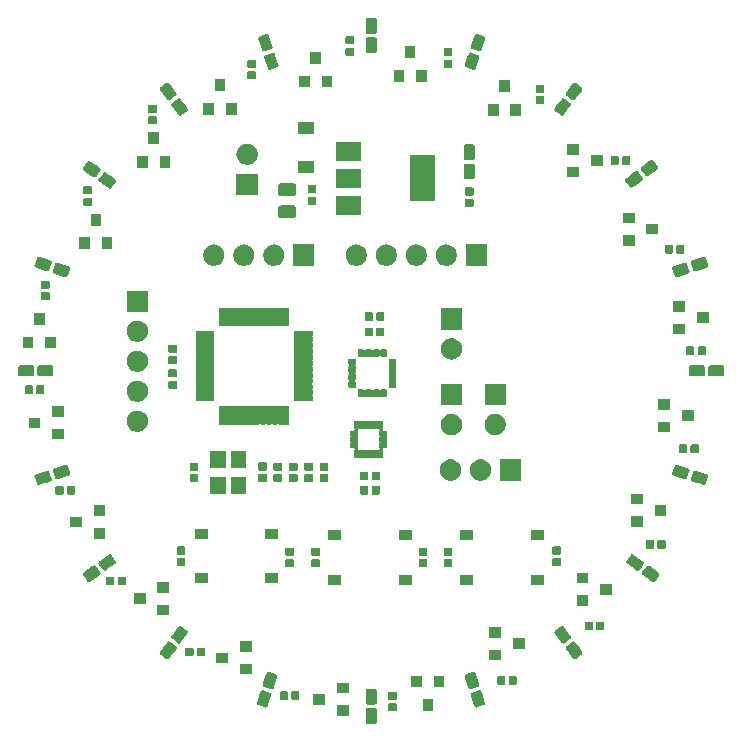
<source format=gbr>
G04 #@! TF.GenerationSoftware,KiCad,Pcbnew,(5.1.5)-3*
G04 #@! TF.CreationDate,2020-09-27T12:59:51-04:00*
G04 #@! TF.ProjectId,LED Driver STM,4c454420-4472-4697-9665-722053544d2e,rev?*
G04 #@! TF.SameCoordinates,Original*
G04 #@! TF.FileFunction,Soldermask,Top*
G04 #@! TF.FilePolarity,Negative*
%FSLAX46Y46*%
G04 Gerber Fmt 4.6, Leading zero omitted, Abs format (unit mm)*
G04 Created by KiCad (PCBNEW (5.1.5)-3) date 2020-09-27 12:59:51*
%MOMM*%
%LPD*%
G04 APERTURE LIST*
%ADD10C,0.100000*%
G04 APERTURE END LIST*
D10*
G36*
X121234618Y-149552965D02*
G01*
X121267433Y-149562919D01*
X121297665Y-149579079D01*
X121324170Y-149600830D01*
X121345921Y-149627335D01*
X121362081Y-149657567D01*
X121372035Y-149690382D01*
X121376000Y-149730640D01*
X121376000Y-150694360D01*
X121372035Y-150734618D01*
X121362081Y-150767433D01*
X121345921Y-150797665D01*
X121324170Y-150824170D01*
X121297665Y-150845921D01*
X121267433Y-150862081D01*
X121234618Y-150872035D01*
X121194360Y-150876000D01*
X120605640Y-150876000D01*
X120565382Y-150872035D01*
X120532567Y-150862081D01*
X120502335Y-150845921D01*
X120475830Y-150824170D01*
X120454079Y-150797665D01*
X120437919Y-150767433D01*
X120427965Y-150734618D01*
X120424000Y-150694360D01*
X120424000Y-149730640D01*
X120427965Y-149690382D01*
X120437919Y-149657567D01*
X120454079Y-149627335D01*
X120475830Y-149600830D01*
X120502335Y-149579079D01*
X120532567Y-149562919D01*
X120565382Y-149552965D01*
X120605640Y-149549000D01*
X121194360Y-149549000D01*
X121234618Y-149552965D01*
G37*
G36*
X119001000Y-150201000D02*
G01*
X117999000Y-150201000D01*
X117999000Y-149299000D01*
X119001000Y-149299000D01*
X119001000Y-150201000D01*
G37*
G36*
X122981938Y-149141716D02*
G01*
X123002557Y-149147971D01*
X123021553Y-149158124D01*
X123038208Y-149171792D01*
X123051876Y-149188447D01*
X123062029Y-149207443D01*
X123068284Y-149228062D01*
X123071000Y-149255640D01*
X123071000Y-149714360D01*
X123068284Y-149741938D01*
X123062029Y-149762557D01*
X123051876Y-149781553D01*
X123038208Y-149798208D01*
X123021553Y-149811876D01*
X123002557Y-149822029D01*
X122981938Y-149828284D01*
X122954360Y-149831000D01*
X122445640Y-149831000D01*
X122418062Y-149828284D01*
X122397443Y-149822029D01*
X122378447Y-149811876D01*
X122361792Y-149798208D01*
X122348124Y-149781553D01*
X122337971Y-149762557D01*
X122331716Y-149741938D01*
X122329000Y-149714360D01*
X122329000Y-149255640D01*
X122331716Y-149228062D01*
X122337971Y-149207443D01*
X122348124Y-149188447D01*
X122361792Y-149171792D01*
X122378447Y-149158124D01*
X122397443Y-149147971D01*
X122418062Y-149141716D01*
X122445640Y-149139000D01*
X122954360Y-149139000D01*
X122981938Y-149141716D01*
G37*
G36*
X126151000Y-149801000D02*
G01*
X125249000Y-149801000D01*
X125249000Y-148799000D01*
X126151000Y-148799000D01*
X126151000Y-149801000D01*
G37*
G36*
X111734489Y-148042075D02*
G01*
X111774007Y-148050745D01*
X112333910Y-148232669D01*
X112370974Y-148248881D01*
X112399102Y-148268486D01*
X112422864Y-148293199D01*
X112441351Y-148322079D01*
X112453846Y-148354003D01*
X112459873Y-148387753D01*
X112459200Y-148422030D01*
X112450528Y-148461555D01*
X112433114Y-148515149D01*
X112433114Y-148515150D01*
X112170141Y-149324500D01*
X112170134Y-149324517D01*
X112152723Y-149378101D01*
X112136511Y-149415166D01*
X112116907Y-149443294D01*
X112092194Y-149467055D01*
X112063313Y-149485543D01*
X112031391Y-149498037D01*
X111997640Y-149504064D01*
X111963359Y-149503391D01*
X111923841Y-149494721D01*
X111363938Y-149312797D01*
X111326874Y-149296585D01*
X111298746Y-149276980D01*
X111274984Y-149252267D01*
X111256497Y-149223387D01*
X111244002Y-149191463D01*
X111237975Y-149157713D01*
X111238648Y-149123436D01*
X111247320Y-149083911D01*
X111316499Y-148871000D01*
X111527707Y-148220966D01*
X111527714Y-148220949D01*
X111545125Y-148167365D01*
X111561337Y-148130300D01*
X111580941Y-148102172D01*
X111605654Y-148078411D01*
X111634535Y-148059923D01*
X111666457Y-148047429D01*
X111700208Y-148041402D01*
X111734489Y-148042075D01*
G37*
G36*
X130133542Y-148047429D02*
G01*
X130165466Y-148059924D01*
X130194346Y-148078411D01*
X130219059Y-148102173D01*
X130238663Y-148130300D01*
X130254875Y-148167365D01*
X130272286Y-148220949D01*
X130272293Y-148220966D01*
X130483501Y-148871000D01*
X130552680Y-149083911D01*
X130561352Y-149123436D01*
X130562025Y-149157713D01*
X130555998Y-149191464D01*
X130543504Y-149223386D01*
X130525016Y-149252267D01*
X130501255Y-149276980D01*
X130473125Y-149296585D01*
X130436062Y-149312797D01*
X129876159Y-149494721D01*
X129836641Y-149503391D01*
X129802360Y-149504064D01*
X129768610Y-149498037D01*
X129736686Y-149485542D01*
X129707806Y-149467055D01*
X129683093Y-149443293D01*
X129663489Y-149415166D01*
X129647277Y-149378101D01*
X129629866Y-149324517D01*
X129629859Y-149324500D01*
X129366886Y-148515150D01*
X129366886Y-148515149D01*
X129349472Y-148461555D01*
X129340800Y-148422030D01*
X129340127Y-148387753D01*
X129346154Y-148354002D01*
X129358648Y-148322080D01*
X129377136Y-148293199D01*
X129400897Y-148268486D01*
X129429027Y-148248881D01*
X129466090Y-148232669D01*
X130025993Y-148050745D01*
X130065511Y-148042075D01*
X130099792Y-148041402D01*
X130133542Y-148047429D01*
G37*
G36*
X121234618Y-147927965D02*
G01*
X121267433Y-147937919D01*
X121297665Y-147954079D01*
X121324170Y-147975830D01*
X121345921Y-148002335D01*
X121362081Y-148032567D01*
X121372035Y-148065382D01*
X121376000Y-148105640D01*
X121376000Y-149069360D01*
X121372035Y-149109618D01*
X121362081Y-149142433D01*
X121345921Y-149172665D01*
X121324170Y-149199170D01*
X121297665Y-149220921D01*
X121267433Y-149237081D01*
X121234618Y-149247035D01*
X121194360Y-149251000D01*
X120605640Y-149251000D01*
X120565382Y-149247035D01*
X120532567Y-149237081D01*
X120502335Y-149220921D01*
X120475830Y-149199170D01*
X120454079Y-149172665D01*
X120437919Y-149142433D01*
X120427965Y-149109618D01*
X120424000Y-149069360D01*
X120424000Y-148105640D01*
X120427965Y-148065382D01*
X120437919Y-148032567D01*
X120454079Y-148002335D01*
X120475830Y-147975830D01*
X120502335Y-147954079D01*
X120532567Y-147937919D01*
X120565382Y-147927965D01*
X120605640Y-147924000D01*
X121194360Y-147924000D01*
X121234618Y-147927965D01*
G37*
G36*
X117001000Y-149251000D02*
G01*
X115999000Y-149251000D01*
X115999000Y-148349000D01*
X117001000Y-148349000D01*
X117001000Y-149251000D01*
G37*
G36*
X114741938Y-148131716D02*
G01*
X114762557Y-148137971D01*
X114781553Y-148148124D01*
X114798208Y-148161792D01*
X114811876Y-148178447D01*
X114822029Y-148197443D01*
X114828284Y-148218062D01*
X114831000Y-148245640D01*
X114831000Y-148754360D01*
X114828284Y-148781938D01*
X114822029Y-148802557D01*
X114811876Y-148821553D01*
X114798208Y-148838208D01*
X114781553Y-148851876D01*
X114762557Y-148862029D01*
X114741938Y-148868284D01*
X114714360Y-148871000D01*
X114255640Y-148871000D01*
X114228062Y-148868284D01*
X114207443Y-148862029D01*
X114188447Y-148851876D01*
X114171792Y-148838208D01*
X114158124Y-148821553D01*
X114147971Y-148802557D01*
X114141716Y-148781938D01*
X114139000Y-148754360D01*
X114139000Y-148245640D01*
X114141716Y-148218062D01*
X114147971Y-148197443D01*
X114158124Y-148178447D01*
X114171792Y-148161792D01*
X114188447Y-148148124D01*
X114207443Y-148137971D01*
X114228062Y-148131716D01*
X114255640Y-148129000D01*
X114714360Y-148129000D01*
X114741938Y-148131716D01*
G37*
G36*
X113771938Y-148131716D02*
G01*
X113792557Y-148137971D01*
X113811553Y-148148124D01*
X113828208Y-148161792D01*
X113841876Y-148178447D01*
X113852029Y-148197443D01*
X113858284Y-148218062D01*
X113861000Y-148245640D01*
X113861000Y-148754360D01*
X113858284Y-148781938D01*
X113852029Y-148802557D01*
X113841876Y-148821553D01*
X113828208Y-148838208D01*
X113811553Y-148851876D01*
X113792557Y-148862029D01*
X113771938Y-148868284D01*
X113744360Y-148871000D01*
X113285640Y-148871000D01*
X113258062Y-148868284D01*
X113237443Y-148862029D01*
X113218447Y-148851876D01*
X113201792Y-148838208D01*
X113188124Y-148821553D01*
X113177971Y-148802557D01*
X113171716Y-148781938D01*
X113169000Y-148754360D01*
X113169000Y-148245640D01*
X113171716Y-148218062D01*
X113177971Y-148197443D01*
X113188124Y-148178447D01*
X113201792Y-148161792D01*
X113218447Y-148148124D01*
X113237443Y-148137971D01*
X113258062Y-148131716D01*
X113285640Y-148129000D01*
X113744360Y-148129000D01*
X113771938Y-148131716D01*
G37*
G36*
X122981938Y-148171716D02*
G01*
X123002557Y-148177971D01*
X123021553Y-148188124D01*
X123038208Y-148201792D01*
X123051876Y-148218447D01*
X123062029Y-148237443D01*
X123068284Y-148258062D01*
X123071000Y-148285640D01*
X123071000Y-148744360D01*
X123068284Y-148771938D01*
X123062029Y-148792557D01*
X123051876Y-148811553D01*
X123038208Y-148828208D01*
X123021553Y-148841876D01*
X123002557Y-148852029D01*
X122981938Y-148858284D01*
X122954360Y-148861000D01*
X122445640Y-148861000D01*
X122418062Y-148858284D01*
X122397443Y-148852029D01*
X122378447Y-148841876D01*
X122361792Y-148828208D01*
X122348124Y-148811553D01*
X122337971Y-148792557D01*
X122331716Y-148771938D01*
X122329000Y-148744360D01*
X122329000Y-148285640D01*
X122331716Y-148258062D01*
X122337971Y-148237443D01*
X122348124Y-148218447D01*
X122361792Y-148201792D01*
X122378447Y-148188124D01*
X122397443Y-148177971D01*
X122418062Y-148171716D01*
X122445640Y-148169000D01*
X122954360Y-148169000D01*
X122981938Y-148171716D01*
G37*
G36*
X119001000Y-148301000D02*
G01*
X117999000Y-148301000D01*
X117999000Y-147399000D01*
X119001000Y-147399000D01*
X119001000Y-148301000D01*
G37*
G36*
X112236641Y-146496609D02*
G01*
X112276159Y-146505279D01*
X112836062Y-146687203D01*
X112873126Y-146703415D01*
X112901254Y-146723020D01*
X112925016Y-146747733D01*
X112943503Y-146776613D01*
X112955998Y-146808537D01*
X112962025Y-146842287D01*
X112961352Y-146876564D01*
X112952680Y-146916089D01*
X112935266Y-146969683D01*
X112935266Y-146969684D01*
X112672293Y-147779034D01*
X112672286Y-147779051D01*
X112654875Y-147832635D01*
X112638663Y-147869700D01*
X112619059Y-147897828D01*
X112594346Y-147921589D01*
X112565465Y-147940077D01*
X112533543Y-147952571D01*
X112499792Y-147958598D01*
X112465511Y-147957925D01*
X112425993Y-147949255D01*
X111866090Y-147767331D01*
X111829026Y-147751119D01*
X111800898Y-147731514D01*
X111777136Y-147706801D01*
X111758649Y-147677921D01*
X111746154Y-147645997D01*
X111740127Y-147612247D01*
X111740800Y-147577970D01*
X111749472Y-147538445D01*
X111784139Y-147431751D01*
X112029859Y-146675500D01*
X112029866Y-146675483D01*
X112047277Y-146621899D01*
X112063489Y-146584834D01*
X112083093Y-146556706D01*
X112107806Y-146532945D01*
X112136687Y-146514457D01*
X112168609Y-146501963D01*
X112202360Y-146495936D01*
X112236641Y-146496609D01*
G37*
G36*
X129631390Y-146501963D02*
G01*
X129663314Y-146514458D01*
X129692194Y-146532945D01*
X129716907Y-146556707D01*
X129736511Y-146584834D01*
X129752723Y-146621899D01*
X129770134Y-146675483D01*
X129770141Y-146675500D01*
X130015861Y-147431751D01*
X130050528Y-147538445D01*
X130059200Y-147577970D01*
X130059873Y-147612247D01*
X130053846Y-147645998D01*
X130041352Y-147677920D01*
X130022864Y-147706801D01*
X129999103Y-147731514D01*
X129970973Y-147751119D01*
X129933910Y-147767331D01*
X129374007Y-147949255D01*
X129334489Y-147957925D01*
X129300208Y-147958598D01*
X129266458Y-147952571D01*
X129234534Y-147940076D01*
X129205654Y-147921589D01*
X129180941Y-147897827D01*
X129161337Y-147869700D01*
X129145125Y-147832635D01*
X129127714Y-147779051D01*
X129127707Y-147779034D01*
X128864734Y-146969684D01*
X128864734Y-146969683D01*
X128847320Y-146916089D01*
X128838648Y-146876564D01*
X128837975Y-146842287D01*
X128844002Y-146808536D01*
X128856496Y-146776614D01*
X128874984Y-146747733D01*
X128898745Y-146723020D01*
X128926875Y-146703415D01*
X128963938Y-146687203D01*
X129523841Y-146505279D01*
X129563359Y-146496609D01*
X129597640Y-146495936D01*
X129631390Y-146501963D01*
G37*
G36*
X125201000Y-147801000D02*
G01*
X124299000Y-147801000D01*
X124299000Y-146799000D01*
X125201000Y-146799000D01*
X125201000Y-147801000D01*
G37*
G36*
X127101000Y-147801000D02*
G01*
X126199000Y-147801000D01*
X126199000Y-146799000D01*
X127101000Y-146799000D01*
X127101000Y-147801000D01*
G37*
G36*
X132171938Y-146831716D02*
G01*
X132192557Y-146837971D01*
X132211553Y-146848124D01*
X132228208Y-146861792D01*
X132241876Y-146878447D01*
X132252029Y-146897443D01*
X132258284Y-146918062D01*
X132261000Y-146945640D01*
X132261000Y-147454360D01*
X132258284Y-147481938D01*
X132252029Y-147502557D01*
X132241876Y-147521553D01*
X132228208Y-147538208D01*
X132211553Y-147551876D01*
X132192557Y-147562029D01*
X132171938Y-147568284D01*
X132144360Y-147571000D01*
X131685640Y-147571000D01*
X131658062Y-147568284D01*
X131637443Y-147562029D01*
X131618447Y-147551876D01*
X131601792Y-147538208D01*
X131588124Y-147521553D01*
X131577971Y-147502557D01*
X131571716Y-147481938D01*
X131569000Y-147454360D01*
X131569000Y-146945640D01*
X131571716Y-146918062D01*
X131577971Y-146897443D01*
X131588124Y-146878447D01*
X131601792Y-146861792D01*
X131618447Y-146848124D01*
X131637443Y-146837971D01*
X131658062Y-146831716D01*
X131685640Y-146829000D01*
X132144360Y-146829000D01*
X132171938Y-146831716D01*
G37*
G36*
X133141938Y-146831716D02*
G01*
X133162557Y-146837971D01*
X133181553Y-146848124D01*
X133198208Y-146861792D01*
X133211876Y-146878447D01*
X133222029Y-146897443D01*
X133228284Y-146918062D01*
X133231000Y-146945640D01*
X133231000Y-147454360D01*
X133228284Y-147481938D01*
X133222029Y-147502557D01*
X133211876Y-147521553D01*
X133198208Y-147538208D01*
X133181553Y-147551876D01*
X133162557Y-147562029D01*
X133141938Y-147568284D01*
X133114360Y-147571000D01*
X132655640Y-147571000D01*
X132628062Y-147568284D01*
X132607443Y-147562029D01*
X132588447Y-147551876D01*
X132571792Y-147538208D01*
X132558124Y-147521553D01*
X132547971Y-147502557D01*
X132541716Y-147481938D01*
X132539000Y-147454360D01*
X132539000Y-146945640D01*
X132541716Y-146918062D01*
X132547971Y-146897443D01*
X132558124Y-146878447D01*
X132571792Y-146861792D01*
X132588447Y-146848124D01*
X132607443Y-146837971D01*
X132628062Y-146831716D01*
X132655640Y-146829000D01*
X133114360Y-146829000D01*
X133141938Y-146831716D01*
G37*
G36*
X110801000Y-146701000D02*
G01*
X109799000Y-146701000D01*
X109799000Y-145799000D01*
X110801000Y-145799000D01*
X110801000Y-146701000D01*
G37*
G36*
X108801000Y-145751000D02*
G01*
X107799000Y-145751000D01*
X107799000Y-144849000D01*
X108801000Y-144849000D01*
X108801000Y-145751000D01*
G37*
G36*
X131901000Y-145501000D02*
G01*
X130899000Y-145501000D01*
X130899000Y-144599000D01*
X131901000Y-144599000D01*
X131901000Y-145501000D01*
G37*
G36*
X103806981Y-143915833D02*
G01*
X103839378Y-143927067D01*
X103874276Y-143947521D01*
X103919874Y-143980650D01*
X104046891Y-144072933D01*
X104350565Y-144293566D01*
X104380801Y-144320434D01*
X104401497Y-144347774D01*
X104416459Y-144378620D01*
X104425115Y-144411793D01*
X104427133Y-144446022D01*
X104422436Y-144479982D01*
X104411202Y-144512379D01*
X104390748Y-144547277D01*
X104357619Y-144592875D01*
X103939560Y-145168284D01*
X103824283Y-145326948D01*
X103797415Y-145357184D01*
X103770075Y-145377880D01*
X103739229Y-145392842D01*
X103706056Y-145401498D01*
X103671827Y-145403516D01*
X103637867Y-145398819D01*
X103605470Y-145387585D01*
X103570572Y-145367131D01*
X103282496Y-145157831D01*
X103139882Y-145054216D01*
X103139880Y-145054214D01*
X103094283Y-145021086D01*
X103064047Y-144994218D01*
X103043351Y-144966878D01*
X103028389Y-144936032D01*
X103019733Y-144902859D01*
X103017715Y-144868630D01*
X103022412Y-144834670D01*
X103033646Y-144802273D01*
X103054100Y-144767375D01*
X103250217Y-144497443D01*
X103587435Y-144033303D01*
X103587437Y-144033301D01*
X103620565Y-143987704D01*
X103647433Y-143957468D01*
X103674773Y-143936772D01*
X103705619Y-143921810D01*
X103738792Y-143913154D01*
X103773021Y-143911136D01*
X103806981Y-143915833D01*
G37*
G36*
X138061208Y-143913154D02*
G01*
X138094381Y-143921810D01*
X138125227Y-143936772D01*
X138152567Y-143957468D01*
X138179435Y-143987704D01*
X138212563Y-144033301D01*
X138212565Y-144033303D01*
X138549783Y-144497443D01*
X138745900Y-144767375D01*
X138766354Y-144802273D01*
X138777588Y-144834670D01*
X138782285Y-144868630D01*
X138780267Y-144902859D01*
X138771611Y-144936032D01*
X138756649Y-144966878D01*
X138735953Y-144994218D01*
X138705717Y-145021086D01*
X138660120Y-145054214D01*
X138660118Y-145054216D01*
X138517504Y-145157831D01*
X138229428Y-145367131D01*
X138194530Y-145387585D01*
X138162133Y-145398819D01*
X138128173Y-145403516D01*
X138093944Y-145401498D01*
X138060771Y-145392842D01*
X138029925Y-145377880D01*
X138002585Y-145357184D01*
X137975717Y-145326948D01*
X137860441Y-145168284D01*
X137442381Y-144592875D01*
X137409252Y-144547277D01*
X137388798Y-144512379D01*
X137377564Y-144479982D01*
X137372867Y-144446022D01*
X137374885Y-144411793D01*
X137383541Y-144378620D01*
X137398503Y-144347774D01*
X137419199Y-144320434D01*
X137449435Y-144293566D01*
X137753110Y-144072933D01*
X137880126Y-143980650D01*
X137925724Y-143947521D01*
X137960622Y-143927067D01*
X137993019Y-143915833D01*
X138026979Y-143911136D01*
X138061208Y-143913154D01*
G37*
G36*
X106741938Y-144431716D02*
G01*
X106762557Y-144437971D01*
X106781553Y-144448124D01*
X106798208Y-144461792D01*
X106811876Y-144478447D01*
X106822029Y-144497443D01*
X106828284Y-144518062D01*
X106831000Y-144545640D01*
X106831000Y-145054360D01*
X106828284Y-145081938D01*
X106822029Y-145102557D01*
X106811876Y-145121553D01*
X106798208Y-145138208D01*
X106781553Y-145151876D01*
X106762557Y-145162029D01*
X106741938Y-145168284D01*
X106714360Y-145171000D01*
X106255640Y-145171000D01*
X106228062Y-145168284D01*
X106207443Y-145162029D01*
X106188447Y-145151876D01*
X106171792Y-145138208D01*
X106158124Y-145121553D01*
X106147971Y-145102557D01*
X106141716Y-145081938D01*
X106139000Y-145054360D01*
X106139000Y-144545640D01*
X106141716Y-144518062D01*
X106147971Y-144497443D01*
X106158124Y-144478447D01*
X106171792Y-144461792D01*
X106188447Y-144448124D01*
X106207443Y-144437971D01*
X106228062Y-144431716D01*
X106255640Y-144429000D01*
X106714360Y-144429000D01*
X106741938Y-144431716D01*
G37*
G36*
X105771938Y-144431716D02*
G01*
X105792557Y-144437971D01*
X105811553Y-144448124D01*
X105828208Y-144461792D01*
X105841876Y-144478447D01*
X105852029Y-144497443D01*
X105858284Y-144518062D01*
X105861000Y-144545640D01*
X105861000Y-145054360D01*
X105858284Y-145081938D01*
X105852029Y-145102557D01*
X105841876Y-145121553D01*
X105828208Y-145138208D01*
X105811553Y-145151876D01*
X105792557Y-145162029D01*
X105771938Y-145168284D01*
X105744360Y-145171000D01*
X105285640Y-145171000D01*
X105258062Y-145168284D01*
X105237443Y-145162029D01*
X105218447Y-145151876D01*
X105201792Y-145138208D01*
X105188124Y-145121553D01*
X105177971Y-145102557D01*
X105171716Y-145081938D01*
X105169000Y-145054360D01*
X105169000Y-144545640D01*
X105171716Y-144518062D01*
X105177971Y-144497443D01*
X105188124Y-144478447D01*
X105201792Y-144461792D01*
X105218447Y-144448124D01*
X105237443Y-144437971D01*
X105258062Y-144431716D01*
X105285640Y-144429000D01*
X105744360Y-144429000D01*
X105771938Y-144431716D01*
G37*
G36*
X110801000Y-144801000D02*
G01*
X109799000Y-144801000D01*
X109799000Y-143899000D01*
X110801000Y-143899000D01*
X110801000Y-144801000D01*
G37*
G36*
X133901000Y-144551000D02*
G01*
X132899000Y-144551000D01*
X132899000Y-143649000D01*
X133901000Y-143649000D01*
X133901000Y-144551000D01*
G37*
G36*
X137106056Y-142598502D02*
G01*
X137139229Y-142607158D01*
X137170075Y-142622120D01*
X137197415Y-142642816D01*
X137224283Y-142673052D01*
X137257411Y-142718649D01*
X137257413Y-142718651D01*
X137602695Y-143193890D01*
X137790748Y-143452723D01*
X137811202Y-143487621D01*
X137822436Y-143520018D01*
X137827133Y-143553978D01*
X137825115Y-143588207D01*
X137816459Y-143621380D01*
X137801497Y-143652226D01*
X137780801Y-143679566D01*
X137750565Y-143706434D01*
X137704968Y-143739562D01*
X137704966Y-143739564D01*
X137373140Y-143980650D01*
X137274276Y-144052479D01*
X137239378Y-144072933D01*
X137206981Y-144084167D01*
X137173021Y-144088864D01*
X137138792Y-144086846D01*
X137105619Y-144078190D01*
X137074773Y-144063228D01*
X137047433Y-144042532D01*
X137020565Y-144012296D01*
X136965694Y-143936772D01*
X136487229Y-143278223D01*
X136454100Y-143232625D01*
X136433646Y-143197727D01*
X136422412Y-143165330D01*
X136417715Y-143131370D01*
X136419733Y-143097141D01*
X136428389Y-143063968D01*
X136443351Y-143033122D01*
X136464047Y-143005782D01*
X136494283Y-142978914D01*
X136550310Y-142938208D01*
X136924974Y-142665998D01*
X136970572Y-142632869D01*
X137005470Y-142612415D01*
X137037867Y-142601181D01*
X137071827Y-142596484D01*
X137106056Y-142598502D01*
G37*
G36*
X104762133Y-142601181D02*
G01*
X104794530Y-142612415D01*
X104829428Y-142632869D01*
X104875026Y-142665998D01*
X105249691Y-142938208D01*
X105305717Y-142978914D01*
X105335953Y-143005782D01*
X105356649Y-143033122D01*
X105371611Y-143063968D01*
X105380267Y-143097141D01*
X105382285Y-143131370D01*
X105377588Y-143165330D01*
X105366354Y-143197727D01*
X105345900Y-143232625D01*
X105312771Y-143278223D01*
X104834307Y-143936772D01*
X104779435Y-144012296D01*
X104752567Y-144042532D01*
X104725227Y-144063228D01*
X104694381Y-144078190D01*
X104661208Y-144086846D01*
X104626979Y-144088864D01*
X104593019Y-144084167D01*
X104560622Y-144072933D01*
X104525724Y-144052479D01*
X104426860Y-143980650D01*
X104095034Y-143739564D01*
X104095032Y-143739562D01*
X104049435Y-143706434D01*
X104019199Y-143679566D01*
X103998503Y-143652226D01*
X103983541Y-143621380D01*
X103974885Y-143588207D01*
X103972867Y-143553978D01*
X103977564Y-143520018D01*
X103988798Y-143487621D01*
X104009252Y-143452723D01*
X104197305Y-143193890D01*
X104542587Y-142718651D01*
X104542589Y-142718649D01*
X104575717Y-142673052D01*
X104602585Y-142642816D01*
X104629925Y-142622120D01*
X104660771Y-142607158D01*
X104693944Y-142598502D01*
X104728173Y-142596484D01*
X104762133Y-142601181D01*
G37*
G36*
X131901000Y-143601000D02*
G01*
X130899000Y-143601000D01*
X130899000Y-142699000D01*
X131901000Y-142699000D01*
X131901000Y-143601000D01*
G37*
G36*
X139571938Y-142231716D02*
G01*
X139592557Y-142237971D01*
X139611553Y-142248124D01*
X139628208Y-142261792D01*
X139641876Y-142278447D01*
X139652029Y-142297443D01*
X139658284Y-142318062D01*
X139661000Y-142345640D01*
X139661000Y-142854360D01*
X139658284Y-142881938D01*
X139652029Y-142902557D01*
X139641876Y-142921553D01*
X139628208Y-142938208D01*
X139611553Y-142951876D01*
X139592557Y-142962029D01*
X139571938Y-142968284D01*
X139544360Y-142971000D01*
X139085640Y-142971000D01*
X139058062Y-142968284D01*
X139037443Y-142962029D01*
X139018447Y-142951876D01*
X139001792Y-142938208D01*
X138988124Y-142921553D01*
X138977971Y-142902557D01*
X138971716Y-142881938D01*
X138969000Y-142854360D01*
X138969000Y-142345640D01*
X138971716Y-142318062D01*
X138977971Y-142297443D01*
X138988124Y-142278447D01*
X139001792Y-142261792D01*
X139018447Y-142248124D01*
X139037443Y-142237971D01*
X139058062Y-142231716D01*
X139085640Y-142229000D01*
X139544360Y-142229000D01*
X139571938Y-142231716D01*
G37*
G36*
X140541938Y-142231716D02*
G01*
X140562557Y-142237971D01*
X140581553Y-142248124D01*
X140598208Y-142261792D01*
X140611876Y-142278447D01*
X140622029Y-142297443D01*
X140628284Y-142318062D01*
X140631000Y-142345640D01*
X140631000Y-142854360D01*
X140628284Y-142881938D01*
X140622029Y-142902557D01*
X140611876Y-142921553D01*
X140598208Y-142938208D01*
X140581553Y-142951876D01*
X140562557Y-142962029D01*
X140541938Y-142968284D01*
X140514360Y-142971000D01*
X140055640Y-142971000D01*
X140028062Y-142968284D01*
X140007443Y-142962029D01*
X139988447Y-142951876D01*
X139971792Y-142938208D01*
X139958124Y-142921553D01*
X139947971Y-142902557D01*
X139941716Y-142881938D01*
X139939000Y-142854360D01*
X139939000Y-142345640D01*
X139941716Y-142318062D01*
X139947971Y-142297443D01*
X139958124Y-142278447D01*
X139971792Y-142261792D01*
X139988447Y-142248124D01*
X140007443Y-142237971D01*
X140028062Y-142231716D01*
X140055640Y-142229000D01*
X140514360Y-142229000D01*
X140541938Y-142231716D01*
G37*
G36*
X103801000Y-141701000D02*
G01*
X102799000Y-141701000D01*
X102799000Y-140799000D01*
X103801000Y-140799000D01*
X103801000Y-141701000D01*
G37*
G36*
X139301000Y-140901000D02*
G01*
X138299000Y-140901000D01*
X138299000Y-139999000D01*
X139301000Y-139999000D01*
X139301000Y-140901000D01*
G37*
G36*
X101801000Y-140751000D02*
G01*
X100799000Y-140751000D01*
X100799000Y-139849000D01*
X101801000Y-139849000D01*
X101801000Y-140751000D01*
G37*
G36*
X141301000Y-139951000D02*
G01*
X140299000Y-139951000D01*
X140299000Y-139049000D01*
X141301000Y-139049000D01*
X141301000Y-139951000D01*
G37*
G36*
X103801000Y-139801000D02*
G01*
X102799000Y-139801000D01*
X102799000Y-138899000D01*
X103801000Y-138899000D01*
X103801000Y-139801000D01*
G37*
G36*
X99071938Y-138431716D02*
G01*
X99092557Y-138437971D01*
X99111553Y-138448124D01*
X99128208Y-138461792D01*
X99141876Y-138478447D01*
X99152029Y-138497443D01*
X99158284Y-138518062D01*
X99161000Y-138545640D01*
X99161000Y-139054360D01*
X99158284Y-139081938D01*
X99152029Y-139102557D01*
X99141876Y-139121553D01*
X99128208Y-139138208D01*
X99111553Y-139151876D01*
X99092557Y-139162029D01*
X99071938Y-139168284D01*
X99044360Y-139171000D01*
X98585640Y-139171000D01*
X98558062Y-139168284D01*
X98537443Y-139162029D01*
X98518447Y-139151876D01*
X98501792Y-139138208D01*
X98488124Y-139121553D01*
X98477971Y-139102557D01*
X98471716Y-139081938D01*
X98469000Y-139054360D01*
X98469000Y-138545640D01*
X98471716Y-138518062D01*
X98477971Y-138497443D01*
X98488124Y-138478447D01*
X98501792Y-138461792D01*
X98518447Y-138448124D01*
X98537443Y-138437971D01*
X98558062Y-138431716D01*
X98585640Y-138429000D01*
X99044360Y-138429000D01*
X99071938Y-138431716D01*
G37*
G36*
X100041938Y-138431716D02*
G01*
X100062557Y-138437971D01*
X100081553Y-138448124D01*
X100098208Y-138461792D01*
X100111876Y-138478447D01*
X100122029Y-138497443D01*
X100128284Y-138518062D01*
X100131000Y-138545640D01*
X100131000Y-139054360D01*
X100128284Y-139081938D01*
X100122029Y-139102557D01*
X100111876Y-139121553D01*
X100098208Y-139138208D01*
X100081553Y-139151876D01*
X100062557Y-139162029D01*
X100041938Y-139168284D01*
X100014360Y-139171000D01*
X99555640Y-139171000D01*
X99528062Y-139168284D01*
X99507443Y-139162029D01*
X99488447Y-139151876D01*
X99471792Y-139138208D01*
X99458124Y-139121553D01*
X99447971Y-139102557D01*
X99441716Y-139081938D01*
X99439000Y-139054360D01*
X99439000Y-138545640D01*
X99441716Y-138518062D01*
X99447971Y-138497443D01*
X99458124Y-138478447D01*
X99471792Y-138461792D01*
X99488447Y-138448124D01*
X99507443Y-138437971D01*
X99528062Y-138431716D01*
X99555640Y-138429000D01*
X100014360Y-138429000D01*
X100041938Y-138431716D01*
G37*
G36*
X135551000Y-139101000D02*
G01*
X134449000Y-139101000D01*
X134449000Y-138249000D01*
X135551000Y-138249000D01*
X135551000Y-139101000D01*
G37*
G36*
X129551000Y-139101000D02*
G01*
X128449000Y-139101000D01*
X128449000Y-138249000D01*
X129551000Y-138249000D01*
X129551000Y-139101000D01*
G37*
G36*
X124351000Y-139101000D02*
G01*
X123249000Y-139101000D01*
X123249000Y-138249000D01*
X124351000Y-138249000D01*
X124351000Y-139101000D01*
G37*
G36*
X118351000Y-139101000D02*
G01*
X117249000Y-139101000D01*
X117249000Y-138249000D01*
X118351000Y-138249000D01*
X118351000Y-139101000D01*
G37*
G36*
X113051000Y-139001000D02*
G01*
X111949000Y-139001000D01*
X111949000Y-138149000D01*
X113051000Y-138149000D01*
X113051000Y-139001000D01*
G37*
G36*
X139301000Y-139001000D02*
G01*
X138299000Y-139001000D01*
X138299000Y-138099000D01*
X139301000Y-138099000D01*
X139301000Y-139001000D01*
G37*
G36*
X107051000Y-139001000D02*
G01*
X105949000Y-139001000D01*
X105949000Y-138149000D01*
X107051000Y-138149000D01*
X107051000Y-139001000D01*
G37*
G36*
X97488207Y-137474885D02*
G01*
X97521380Y-137483541D01*
X97552226Y-137498503D01*
X97579566Y-137519199D01*
X97606434Y-137549435D01*
X97639562Y-137595032D01*
X97639564Y-137595034D01*
X97665695Y-137631000D01*
X97952479Y-138025724D01*
X97972933Y-138060622D01*
X97984167Y-138093019D01*
X97988864Y-138126979D01*
X97986846Y-138161208D01*
X97978190Y-138194381D01*
X97963228Y-138225227D01*
X97942532Y-138252567D01*
X97912296Y-138279435D01*
X97866699Y-138312563D01*
X97866697Y-138312565D01*
X97583855Y-138518062D01*
X97132625Y-138845900D01*
X97097727Y-138866354D01*
X97065330Y-138877588D01*
X97031370Y-138882285D01*
X96997141Y-138880267D01*
X96963968Y-138871611D01*
X96933122Y-138856649D01*
X96905782Y-138835953D01*
X96878914Y-138805717D01*
X96730905Y-138602000D01*
X96565998Y-138375026D01*
X96532869Y-138329428D01*
X96512415Y-138294530D01*
X96501181Y-138262133D01*
X96496484Y-138228173D01*
X96498502Y-138193944D01*
X96507158Y-138160771D01*
X96522120Y-138129925D01*
X96542816Y-138102585D01*
X96573052Y-138075717D01*
X96704622Y-137980126D01*
X97307125Y-137542381D01*
X97352723Y-137509252D01*
X97387621Y-137488798D01*
X97420018Y-137477564D01*
X97453978Y-137472867D01*
X97488207Y-137474885D01*
G37*
G36*
X144379982Y-137477564D02*
G01*
X144412379Y-137488798D01*
X144447277Y-137509252D01*
X144492875Y-137542381D01*
X145095379Y-137980126D01*
X145226948Y-138075717D01*
X145257184Y-138102585D01*
X145277880Y-138129925D01*
X145292842Y-138160771D01*
X145301498Y-138193944D01*
X145303516Y-138228173D01*
X145298819Y-138262133D01*
X145287585Y-138294530D01*
X145267131Y-138329428D01*
X145234002Y-138375026D01*
X145069096Y-138602000D01*
X144921086Y-138805717D01*
X144894218Y-138835953D01*
X144866878Y-138856649D01*
X144836032Y-138871611D01*
X144802859Y-138880267D01*
X144768630Y-138882285D01*
X144734670Y-138877588D01*
X144702273Y-138866354D01*
X144667375Y-138845900D01*
X144216145Y-138518062D01*
X143933303Y-138312565D01*
X143933301Y-138312563D01*
X143887704Y-138279435D01*
X143857468Y-138252567D01*
X143836772Y-138225227D01*
X143821810Y-138194381D01*
X143813154Y-138161208D01*
X143811136Y-138126979D01*
X143815833Y-138093019D01*
X143827067Y-138060622D01*
X143847521Y-138025724D01*
X144134305Y-137631000D01*
X144160436Y-137595034D01*
X144160438Y-137595032D01*
X144193566Y-137549435D01*
X144220434Y-137519199D01*
X144247774Y-137498503D01*
X144278620Y-137483541D01*
X144311793Y-137474885D01*
X144346022Y-137472867D01*
X144379982Y-137477564D01*
G37*
G36*
X98802859Y-136519733D02*
G01*
X98836032Y-136528389D01*
X98866878Y-136543351D01*
X98894218Y-136564047D01*
X98921086Y-136594283D01*
X98954214Y-136639880D01*
X98954216Y-136639882D01*
X99148611Y-136907443D01*
X99267131Y-137070572D01*
X99287585Y-137105470D01*
X99298819Y-137137867D01*
X99303516Y-137171827D01*
X99301498Y-137206056D01*
X99292842Y-137239229D01*
X99277880Y-137270075D01*
X99257184Y-137297415D01*
X99226948Y-137324283D01*
X99181351Y-137357411D01*
X99181349Y-137357413D01*
X98809364Y-137627676D01*
X98447277Y-137890748D01*
X98412379Y-137911202D01*
X98379982Y-137922436D01*
X98346022Y-137927133D01*
X98311793Y-137925115D01*
X98278620Y-137916459D01*
X98247774Y-137901497D01*
X98220434Y-137880801D01*
X98193566Y-137850565D01*
X97997228Y-137580329D01*
X97880650Y-137419874D01*
X97847521Y-137374276D01*
X97827067Y-137339378D01*
X97815833Y-137306981D01*
X97811136Y-137273021D01*
X97813154Y-137238792D01*
X97821810Y-137205619D01*
X97836772Y-137174773D01*
X97857468Y-137147433D01*
X97887704Y-137120565D01*
X97945947Y-137078249D01*
X98524815Y-136657676D01*
X98667375Y-136554100D01*
X98702273Y-136533646D01*
X98734670Y-136522412D01*
X98768630Y-136517715D01*
X98802859Y-136519733D01*
G37*
G36*
X143065330Y-136522412D02*
G01*
X143097727Y-136533646D01*
X143132625Y-136554100D01*
X143275185Y-136657676D01*
X143854054Y-137078249D01*
X143912296Y-137120565D01*
X143942532Y-137147433D01*
X143963228Y-137174773D01*
X143978190Y-137205619D01*
X143986846Y-137238792D01*
X143988864Y-137273021D01*
X143984167Y-137306981D01*
X143972933Y-137339378D01*
X143952479Y-137374276D01*
X143919350Y-137419874D01*
X143802773Y-137580329D01*
X143606434Y-137850565D01*
X143579566Y-137880801D01*
X143552226Y-137901497D01*
X143521380Y-137916459D01*
X143488207Y-137925115D01*
X143453978Y-137927133D01*
X143420018Y-137922436D01*
X143387621Y-137911202D01*
X143352723Y-137890748D01*
X142990636Y-137627676D01*
X142618651Y-137357413D01*
X142618649Y-137357411D01*
X142573052Y-137324283D01*
X142542816Y-137297415D01*
X142522120Y-137270075D01*
X142507158Y-137239229D01*
X142498502Y-137206056D01*
X142496484Y-137171827D01*
X142501181Y-137137867D01*
X142512415Y-137105470D01*
X142532869Y-137070572D01*
X142651389Y-136907443D01*
X142845784Y-136639882D01*
X142845786Y-136639880D01*
X142878914Y-136594283D01*
X142905782Y-136564047D01*
X142933122Y-136543351D01*
X142963968Y-136528389D01*
X142997141Y-136519733D01*
X143031370Y-136517715D01*
X143065330Y-136522412D01*
G37*
G36*
X116481938Y-136941716D02*
G01*
X116502557Y-136947971D01*
X116521553Y-136958124D01*
X116538208Y-136971792D01*
X116551876Y-136988447D01*
X116562029Y-137007443D01*
X116568284Y-137028062D01*
X116571000Y-137055640D01*
X116571000Y-137514360D01*
X116568284Y-137541938D01*
X116562029Y-137562557D01*
X116551876Y-137581553D01*
X116538208Y-137598208D01*
X116521553Y-137611876D01*
X116502557Y-137622029D01*
X116481938Y-137628284D01*
X116454360Y-137631000D01*
X115945640Y-137631000D01*
X115918062Y-137628284D01*
X115897443Y-137622029D01*
X115878447Y-137611876D01*
X115861792Y-137598208D01*
X115848124Y-137581553D01*
X115837971Y-137562557D01*
X115831716Y-137541938D01*
X115829000Y-137514360D01*
X115829000Y-137055640D01*
X115831716Y-137028062D01*
X115837971Y-137007443D01*
X115848124Y-136988447D01*
X115861792Y-136971792D01*
X115878447Y-136958124D01*
X115897443Y-136947971D01*
X115918062Y-136941716D01*
X115945640Y-136939000D01*
X116454360Y-136939000D01*
X116481938Y-136941716D01*
G37*
G36*
X114281938Y-136941716D02*
G01*
X114302557Y-136947971D01*
X114321553Y-136958124D01*
X114338208Y-136971792D01*
X114351876Y-136988447D01*
X114362029Y-137007443D01*
X114368284Y-137028062D01*
X114371000Y-137055640D01*
X114371000Y-137514360D01*
X114368284Y-137541938D01*
X114362029Y-137562557D01*
X114351876Y-137581553D01*
X114338208Y-137598208D01*
X114321553Y-137611876D01*
X114302557Y-137622029D01*
X114281938Y-137628284D01*
X114254360Y-137631000D01*
X113745640Y-137631000D01*
X113718062Y-137628284D01*
X113697443Y-137622029D01*
X113678447Y-137611876D01*
X113661792Y-137598208D01*
X113648124Y-137581553D01*
X113637971Y-137562557D01*
X113631716Y-137541938D01*
X113629000Y-137514360D01*
X113629000Y-137055640D01*
X113631716Y-137028062D01*
X113637971Y-137007443D01*
X113648124Y-136988447D01*
X113661792Y-136971792D01*
X113678447Y-136958124D01*
X113697443Y-136947971D01*
X113718062Y-136941716D01*
X113745640Y-136939000D01*
X114254360Y-136939000D01*
X114281938Y-136941716D01*
G37*
G36*
X125581938Y-136941716D02*
G01*
X125602557Y-136947971D01*
X125621553Y-136958124D01*
X125638208Y-136971792D01*
X125651876Y-136988447D01*
X125662029Y-137007443D01*
X125668284Y-137028062D01*
X125671000Y-137055640D01*
X125671000Y-137514360D01*
X125668284Y-137541938D01*
X125662029Y-137562557D01*
X125651876Y-137581553D01*
X125638208Y-137598208D01*
X125621553Y-137611876D01*
X125602557Y-137622029D01*
X125581938Y-137628284D01*
X125554360Y-137631000D01*
X125045640Y-137631000D01*
X125018062Y-137628284D01*
X124997443Y-137622029D01*
X124978447Y-137611876D01*
X124961792Y-137598208D01*
X124948124Y-137581553D01*
X124937971Y-137562557D01*
X124931716Y-137541938D01*
X124929000Y-137514360D01*
X124929000Y-137055640D01*
X124931716Y-137028062D01*
X124937971Y-137007443D01*
X124948124Y-136988447D01*
X124961792Y-136971792D01*
X124978447Y-136958124D01*
X124997443Y-136947971D01*
X125018062Y-136941716D01*
X125045640Y-136939000D01*
X125554360Y-136939000D01*
X125581938Y-136941716D01*
G37*
G36*
X127681938Y-136941716D02*
G01*
X127702557Y-136947971D01*
X127721553Y-136958124D01*
X127738208Y-136971792D01*
X127751876Y-136988447D01*
X127762029Y-137007443D01*
X127768284Y-137028062D01*
X127771000Y-137055640D01*
X127771000Y-137514360D01*
X127768284Y-137541938D01*
X127762029Y-137562557D01*
X127751876Y-137581553D01*
X127738208Y-137598208D01*
X127721553Y-137611876D01*
X127702557Y-137622029D01*
X127681938Y-137628284D01*
X127654360Y-137631000D01*
X127145640Y-137631000D01*
X127118062Y-137628284D01*
X127097443Y-137622029D01*
X127078447Y-137611876D01*
X127061792Y-137598208D01*
X127048124Y-137581553D01*
X127037971Y-137562557D01*
X127031716Y-137541938D01*
X127029000Y-137514360D01*
X127029000Y-137055640D01*
X127031716Y-137028062D01*
X127037971Y-137007443D01*
X127048124Y-136988447D01*
X127061792Y-136971792D01*
X127078447Y-136958124D01*
X127097443Y-136947971D01*
X127118062Y-136941716D01*
X127145640Y-136939000D01*
X127654360Y-136939000D01*
X127681938Y-136941716D01*
G37*
G36*
X136881938Y-136841716D02*
G01*
X136902557Y-136847971D01*
X136921553Y-136858124D01*
X136938208Y-136871792D01*
X136951876Y-136888447D01*
X136962029Y-136907443D01*
X136968284Y-136928062D01*
X136971000Y-136955640D01*
X136971000Y-137414360D01*
X136968284Y-137441938D01*
X136962029Y-137462557D01*
X136951876Y-137481553D01*
X136938208Y-137498208D01*
X136921553Y-137511876D01*
X136902557Y-137522029D01*
X136881938Y-137528284D01*
X136854360Y-137531000D01*
X136345640Y-137531000D01*
X136318062Y-137528284D01*
X136297443Y-137522029D01*
X136278447Y-137511876D01*
X136261792Y-137498208D01*
X136248124Y-137481553D01*
X136237971Y-137462557D01*
X136231716Y-137441938D01*
X136229000Y-137414360D01*
X136229000Y-136955640D01*
X136231716Y-136928062D01*
X136237971Y-136907443D01*
X136248124Y-136888447D01*
X136261792Y-136871792D01*
X136278447Y-136858124D01*
X136297443Y-136847971D01*
X136318062Y-136841716D01*
X136345640Y-136839000D01*
X136854360Y-136839000D01*
X136881938Y-136841716D01*
G37*
G36*
X105081938Y-136841716D02*
G01*
X105102557Y-136847971D01*
X105121553Y-136858124D01*
X105138208Y-136871792D01*
X105151876Y-136888447D01*
X105162029Y-136907443D01*
X105168284Y-136928062D01*
X105171000Y-136955640D01*
X105171000Y-137414360D01*
X105168284Y-137441938D01*
X105162029Y-137462557D01*
X105151876Y-137481553D01*
X105138208Y-137498208D01*
X105121553Y-137511876D01*
X105102557Y-137522029D01*
X105081938Y-137528284D01*
X105054360Y-137531000D01*
X104545640Y-137531000D01*
X104518062Y-137528284D01*
X104497443Y-137522029D01*
X104478447Y-137511876D01*
X104461792Y-137498208D01*
X104448124Y-137481553D01*
X104437971Y-137462557D01*
X104431716Y-137441938D01*
X104429000Y-137414360D01*
X104429000Y-136955640D01*
X104431716Y-136928062D01*
X104437971Y-136907443D01*
X104448124Y-136888447D01*
X104461792Y-136871792D01*
X104478447Y-136858124D01*
X104497443Y-136847971D01*
X104518062Y-136841716D01*
X104545640Y-136839000D01*
X105054360Y-136839000D01*
X105081938Y-136841716D01*
G37*
G36*
X127681938Y-135971716D02*
G01*
X127702557Y-135977971D01*
X127721553Y-135988124D01*
X127738208Y-136001792D01*
X127751876Y-136018447D01*
X127762029Y-136037443D01*
X127768284Y-136058062D01*
X127771000Y-136085640D01*
X127771000Y-136544360D01*
X127768284Y-136571938D01*
X127762029Y-136592557D01*
X127751876Y-136611553D01*
X127738208Y-136628208D01*
X127721553Y-136641876D01*
X127702557Y-136652029D01*
X127681938Y-136658284D01*
X127654360Y-136661000D01*
X127145640Y-136661000D01*
X127118062Y-136658284D01*
X127097443Y-136652029D01*
X127078447Y-136641876D01*
X127061792Y-136628208D01*
X127048124Y-136611553D01*
X127037971Y-136592557D01*
X127031716Y-136571938D01*
X127029000Y-136544360D01*
X127029000Y-136085640D01*
X127031716Y-136058062D01*
X127037971Y-136037443D01*
X127048124Y-136018447D01*
X127061792Y-136001792D01*
X127078447Y-135988124D01*
X127097443Y-135977971D01*
X127118062Y-135971716D01*
X127145640Y-135969000D01*
X127654360Y-135969000D01*
X127681938Y-135971716D01*
G37*
G36*
X116481938Y-135971716D02*
G01*
X116502557Y-135977971D01*
X116521553Y-135988124D01*
X116538208Y-136001792D01*
X116551876Y-136018447D01*
X116562029Y-136037443D01*
X116568284Y-136058062D01*
X116571000Y-136085640D01*
X116571000Y-136544360D01*
X116568284Y-136571938D01*
X116562029Y-136592557D01*
X116551876Y-136611553D01*
X116538208Y-136628208D01*
X116521553Y-136641876D01*
X116502557Y-136652029D01*
X116481938Y-136658284D01*
X116454360Y-136661000D01*
X115945640Y-136661000D01*
X115918062Y-136658284D01*
X115897443Y-136652029D01*
X115878447Y-136641876D01*
X115861792Y-136628208D01*
X115848124Y-136611553D01*
X115837971Y-136592557D01*
X115831716Y-136571938D01*
X115829000Y-136544360D01*
X115829000Y-136085640D01*
X115831716Y-136058062D01*
X115837971Y-136037443D01*
X115848124Y-136018447D01*
X115861792Y-136001792D01*
X115878447Y-135988124D01*
X115897443Y-135977971D01*
X115918062Y-135971716D01*
X115945640Y-135969000D01*
X116454360Y-135969000D01*
X116481938Y-135971716D01*
G37*
G36*
X125581938Y-135971716D02*
G01*
X125602557Y-135977971D01*
X125621553Y-135988124D01*
X125638208Y-136001792D01*
X125651876Y-136018447D01*
X125662029Y-136037443D01*
X125668284Y-136058062D01*
X125671000Y-136085640D01*
X125671000Y-136544360D01*
X125668284Y-136571938D01*
X125662029Y-136592557D01*
X125651876Y-136611553D01*
X125638208Y-136628208D01*
X125621553Y-136641876D01*
X125602557Y-136652029D01*
X125581938Y-136658284D01*
X125554360Y-136661000D01*
X125045640Y-136661000D01*
X125018062Y-136658284D01*
X124997443Y-136652029D01*
X124978447Y-136641876D01*
X124961792Y-136628208D01*
X124948124Y-136611553D01*
X124937971Y-136592557D01*
X124931716Y-136571938D01*
X124929000Y-136544360D01*
X124929000Y-136085640D01*
X124931716Y-136058062D01*
X124937971Y-136037443D01*
X124948124Y-136018447D01*
X124961792Y-136001792D01*
X124978447Y-135988124D01*
X124997443Y-135977971D01*
X125018062Y-135971716D01*
X125045640Y-135969000D01*
X125554360Y-135969000D01*
X125581938Y-135971716D01*
G37*
G36*
X114281938Y-135971716D02*
G01*
X114302557Y-135977971D01*
X114321553Y-135988124D01*
X114338208Y-136001792D01*
X114351876Y-136018447D01*
X114362029Y-136037443D01*
X114368284Y-136058062D01*
X114371000Y-136085640D01*
X114371000Y-136544360D01*
X114368284Y-136571938D01*
X114362029Y-136592557D01*
X114351876Y-136611553D01*
X114338208Y-136628208D01*
X114321553Y-136641876D01*
X114302557Y-136652029D01*
X114281938Y-136658284D01*
X114254360Y-136661000D01*
X113745640Y-136661000D01*
X113718062Y-136658284D01*
X113697443Y-136652029D01*
X113678447Y-136641876D01*
X113661792Y-136628208D01*
X113648124Y-136611553D01*
X113637971Y-136592557D01*
X113631716Y-136571938D01*
X113629000Y-136544360D01*
X113629000Y-136085640D01*
X113631716Y-136058062D01*
X113637971Y-136037443D01*
X113648124Y-136018447D01*
X113661792Y-136001792D01*
X113678447Y-135988124D01*
X113697443Y-135977971D01*
X113718062Y-135971716D01*
X113745640Y-135969000D01*
X114254360Y-135969000D01*
X114281938Y-135971716D01*
G37*
G36*
X105081938Y-135871716D02*
G01*
X105102557Y-135877971D01*
X105121553Y-135888124D01*
X105138208Y-135901792D01*
X105151876Y-135918447D01*
X105162029Y-135937443D01*
X105168284Y-135958062D01*
X105171000Y-135985640D01*
X105171000Y-136444360D01*
X105168284Y-136471938D01*
X105162029Y-136492557D01*
X105151876Y-136511553D01*
X105138208Y-136528208D01*
X105121553Y-136541876D01*
X105102557Y-136552029D01*
X105081938Y-136558284D01*
X105054360Y-136561000D01*
X104545640Y-136561000D01*
X104518062Y-136558284D01*
X104497443Y-136552029D01*
X104478447Y-136541876D01*
X104461792Y-136528208D01*
X104448124Y-136511553D01*
X104437971Y-136492557D01*
X104431716Y-136471938D01*
X104429000Y-136444360D01*
X104429000Y-135985640D01*
X104431716Y-135958062D01*
X104437971Y-135937443D01*
X104448124Y-135918447D01*
X104461792Y-135901792D01*
X104478447Y-135888124D01*
X104497443Y-135877971D01*
X104518062Y-135871716D01*
X104545640Y-135869000D01*
X105054360Y-135869000D01*
X105081938Y-135871716D01*
G37*
G36*
X136881938Y-135871716D02*
G01*
X136902557Y-135877971D01*
X136921553Y-135888124D01*
X136938208Y-135901792D01*
X136951876Y-135918447D01*
X136962029Y-135937443D01*
X136968284Y-135958062D01*
X136971000Y-135985640D01*
X136971000Y-136444360D01*
X136968284Y-136471938D01*
X136962029Y-136492557D01*
X136951876Y-136511553D01*
X136938208Y-136528208D01*
X136921553Y-136541876D01*
X136902557Y-136552029D01*
X136881938Y-136558284D01*
X136854360Y-136561000D01*
X136345640Y-136561000D01*
X136318062Y-136558284D01*
X136297443Y-136552029D01*
X136278447Y-136541876D01*
X136261792Y-136528208D01*
X136248124Y-136511553D01*
X136237971Y-136492557D01*
X136231716Y-136471938D01*
X136229000Y-136444360D01*
X136229000Y-135985640D01*
X136231716Y-135958062D01*
X136237971Y-135937443D01*
X136248124Y-135918447D01*
X136261792Y-135901792D01*
X136278447Y-135888124D01*
X136297443Y-135877971D01*
X136318062Y-135871716D01*
X136345640Y-135869000D01*
X136854360Y-135869000D01*
X136881938Y-135871716D01*
G37*
G36*
X144771938Y-135331716D02*
G01*
X144792557Y-135337971D01*
X144811553Y-135348124D01*
X144828208Y-135361792D01*
X144841876Y-135378447D01*
X144852029Y-135397443D01*
X144858284Y-135418062D01*
X144861000Y-135445640D01*
X144861000Y-135954360D01*
X144858284Y-135981938D01*
X144852029Y-136002557D01*
X144841876Y-136021553D01*
X144828208Y-136038208D01*
X144811553Y-136051876D01*
X144792557Y-136062029D01*
X144771938Y-136068284D01*
X144744360Y-136071000D01*
X144285640Y-136071000D01*
X144258062Y-136068284D01*
X144237443Y-136062029D01*
X144218447Y-136051876D01*
X144201792Y-136038208D01*
X144188124Y-136021553D01*
X144177971Y-136002557D01*
X144171716Y-135981938D01*
X144169000Y-135954360D01*
X144169000Y-135445640D01*
X144171716Y-135418062D01*
X144177971Y-135397443D01*
X144188124Y-135378447D01*
X144201792Y-135361792D01*
X144218447Y-135348124D01*
X144237443Y-135337971D01*
X144258062Y-135331716D01*
X144285640Y-135329000D01*
X144744360Y-135329000D01*
X144771938Y-135331716D01*
G37*
G36*
X145741938Y-135331716D02*
G01*
X145762557Y-135337971D01*
X145781553Y-135348124D01*
X145798208Y-135361792D01*
X145811876Y-135378447D01*
X145822029Y-135397443D01*
X145828284Y-135418062D01*
X145831000Y-135445640D01*
X145831000Y-135954360D01*
X145828284Y-135981938D01*
X145822029Y-136002557D01*
X145811876Y-136021553D01*
X145798208Y-136038208D01*
X145781553Y-136051876D01*
X145762557Y-136062029D01*
X145741938Y-136068284D01*
X145714360Y-136071000D01*
X145255640Y-136071000D01*
X145228062Y-136068284D01*
X145207443Y-136062029D01*
X145188447Y-136051876D01*
X145171792Y-136038208D01*
X145158124Y-136021553D01*
X145147971Y-136002557D01*
X145141716Y-135981938D01*
X145139000Y-135954360D01*
X145139000Y-135445640D01*
X145141716Y-135418062D01*
X145147971Y-135397443D01*
X145158124Y-135378447D01*
X145171792Y-135361792D01*
X145188447Y-135348124D01*
X145207443Y-135337971D01*
X145228062Y-135331716D01*
X145255640Y-135329000D01*
X145714360Y-135329000D01*
X145741938Y-135331716D01*
G37*
G36*
X135551000Y-135351000D02*
G01*
X134449000Y-135351000D01*
X134449000Y-134499000D01*
X135551000Y-134499000D01*
X135551000Y-135351000D01*
G37*
G36*
X129551000Y-135351000D02*
G01*
X128449000Y-135351000D01*
X128449000Y-134499000D01*
X129551000Y-134499000D01*
X129551000Y-135351000D01*
G37*
G36*
X124351000Y-135351000D02*
G01*
X123249000Y-135351000D01*
X123249000Y-134499000D01*
X124351000Y-134499000D01*
X124351000Y-135351000D01*
G37*
G36*
X118351000Y-135351000D02*
G01*
X117249000Y-135351000D01*
X117249000Y-134499000D01*
X118351000Y-134499000D01*
X118351000Y-135351000D01*
G37*
G36*
X107051000Y-135251000D02*
G01*
X105949000Y-135251000D01*
X105949000Y-134399000D01*
X107051000Y-134399000D01*
X107051000Y-135251000D01*
G37*
G36*
X113051000Y-135251000D02*
G01*
X111949000Y-135251000D01*
X111949000Y-134399000D01*
X113051000Y-134399000D01*
X113051000Y-135251000D01*
G37*
G36*
X98401000Y-135201000D02*
G01*
X97399000Y-135201000D01*
X97399000Y-134299000D01*
X98401000Y-134299000D01*
X98401000Y-135201000D01*
G37*
G36*
X96401000Y-134251000D02*
G01*
X95399000Y-134251000D01*
X95399000Y-133349000D01*
X96401000Y-133349000D01*
X96401000Y-134251000D01*
G37*
G36*
X143901000Y-134201000D02*
G01*
X142899000Y-134201000D01*
X142899000Y-133299000D01*
X143901000Y-133299000D01*
X143901000Y-134201000D01*
G37*
G36*
X98401000Y-133301000D02*
G01*
X97399000Y-133301000D01*
X97399000Y-132399000D01*
X98401000Y-132399000D01*
X98401000Y-133301000D01*
G37*
G36*
X145901000Y-133251000D02*
G01*
X144899000Y-133251000D01*
X144899000Y-132349000D01*
X145901000Y-132349000D01*
X145901000Y-133251000D01*
G37*
G36*
X143901000Y-132301000D02*
G01*
X142899000Y-132301000D01*
X142899000Y-131399000D01*
X143901000Y-131399000D01*
X143901000Y-132301000D01*
G37*
G36*
X95741938Y-130731716D02*
G01*
X95762557Y-130737971D01*
X95781553Y-130748124D01*
X95798208Y-130761792D01*
X95811876Y-130778447D01*
X95822029Y-130797443D01*
X95828284Y-130818062D01*
X95831000Y-130845640D01*
X95831000Y-131354360D01*
X95828284Y-131381938D01*
X95822029Y-131402557D01*
X95811876Y-131421553D01*
X95798208Y-131438208D01*
X95781553Y-131451876D01*
X95762557Y-131462029D01*
X95741938Y-131468284D01*
X95714360Y-131471000D01*
X95255640Y-131471000D01*
X95228062Y-131468284D01*
X95207443Y-131462029D01*
X95188447Y-131451876D01*
X95171792Y-131438208D01*
X95158124Y-131421553D01*
X95147971Y-131402557D01*
X95141716Y-131381938D01*
X95139000Y-131354360D01*
X95139000Y-130845640D01*
X95141716Y-130818062D01*
X95147971Y-130797443D01*
X95158124Y-130778447D01*
X95171792Y-130761792D01*
X95188447Y-130748124D01*
X95207443Y-130737971D01*
X95228062Y-130731716D01*
X95255640Y-130729000D01*
X95714360Y-130729000D01*
X95741938Y-130731716D01*
G37*
G36*
X121541938Y-130731716D02*
G01*
X121562557Y-130737971D01*
X121581553Y-130748124D01*
X121598208Y-130761792D01*
X121611876Y-130778447D01*
X121622029Y-130797443D01*
X121628284Y-130818062D01*
X121631000Y-130845640D01*
X121631000Y-131354360D01*
X121628284Y-131381938D01*
X121622029Y-131402557D01*
X121611876Y-131421553D01*
X121598208Y-131438208D01*
X121581553Y-131451876D01*
X121562557Y-131462029D01*
X121541938Y-131468284D01*
X121514360Y-131471000D01*
X121055640Y-131471000D01*
X121028062Y-131468284D01*
X121007443Y-131462029D01*
X120988447Y-131451876D01*
X120971792Y-131438208D01*
X120958124Y-131421553D01*
X120947971Y-131402557D01*
X120941716Y-131381938D01*
X120939000Y-131354360D01*
X120939000Y-130845640D01*
X120941716Y-130818062D01*
X120947971Y-130797443D01*
X120958124Y-130778447D01*
X120971792Y-130761792D01*
X120988447Y-130748124D01*
X121007443Y-130737971D01*
X121028062Y-130731716D01*
X121055640Y-130729000D01*
X121514360Y-130729000D01*
X121541938Y-130731716D01*
G37*
G36*
X120571938Y-130731716D02*
G01*
X120592557Y-130737971D01*
X120611553Y-130748124D01*
X120628208Y-130761792D01*
X120641876Y-130778447D01*
X120652029Y-130797443D01*
X120658284Y-130818062D01*
X120661000Y-130845640D01*
X120661000Y-131354360D01*
X120658284Y-131381938D01*
X120652029Y-131402557D01*
X120641876Y-131421553D01*
X120628208Y-131438208D01*
X120611553Y-131451876D01*
X120592557Y-131462029D01*
X120571938Y-131468284D01*
X120544360Y-131471000D01*
X120085640Y-131471000D01*
X120058062Y-131468284D01*
X120037443Y-131462029D01*
X120018447Y-131451876D01*
X120001792Y-131438208D01*
X119988124Y-131421553D01*
X119977971Y-131402557D01*
X119971716Y-131381938D01*
X119969000Y-131354360D01*
X119969000Y-130845640D01*
X119971716Y-130818062D01*
X119977971Y-130797443D01*
X119988124Y-130778447D01*
X120001792Y-130761792D01*
X120018447Y-130748124D01*
X120037443Y-130737971D01*
X120058062Y-130731716D01*
X120085640Y-130729000D01*
X120544360Y-130729000D01*
X120571938Y-130731716D01*
G37*
G36*
X94771938Y-130731716D02*
G01*
X94792557Y-130737971D01*
X94811553Y-130748124D01*
X94828208Y-130761792D01*
X94841876Y-130778447D01*
X94852029Y-130797443D01*
X94858284Y-130818062D01*
X94861000Y-130845640D01*
X94861000Y-131354360D01*
X94858284Y-131381938D01*
X94852029Y-131402557D01*
X94841876Y-131421553D01*
X94828208Y-131438208D01*
X94811553Y-131451876D01*
X94792557Y-131462029D01*
X94771938Y-131468284D01*
X94744360Y-131471000D01*
X94285640Y-131471000D01*
X94258062Y-131468284D01*
X94237443Y-131462029D01*
X94218447Y-131451876D01*
X94201792Y-131438208D01*
X94188124Y-131421553D01*
X94177971Y-131402557D01*
X94171716Y-131381938D01*
X94169000Y-131354360D01*
X94169000Y-130845640D01*
X94171716Y-130818062D01*
X94177971Y-130797443D01*
X94188124Y-130778447D01*
X94201792Y-130761792D01*
X94218447Y-130748124D01*
X94237443Y-130737971D01*
X94258062Y-130731716D01*
X94285640Y-130729000D01*
X94744360Y-130729000D01*
X94771938Y-130731716D01*
G37*
G36*
X108601000Y-131451000D02*
G01*
X107299000Y-131451000D01*
X107299000Y-129949000D01*
X108601000Y-129949000D01*
X108601000Y-131451000D01*
G37*
G36*
X110301000Y-131451000D02*
G01*
X108999000Y-131451000D01*
X108999000Y-129949000D01*
X110301000Y-129949000D01*
X110301000Y-131451000D01*
G37*
G36*
X93545998Y-129446154D02*
G01*
X93577920Y-129458648D01*
X93606801Y-129477136D01*
X93631514Y-129500897D01*
X93651119Y-129529027D01*
X93667331Y-129566090D01*
X93849255Y-130125993D01*
X93857925Y-130165511D01*
X93858598Y-130199792D01*
X93852571Y-130233542D01*
X93840076Y-130265466D01*
X93821589Y-130294346D01*
X93797827Y-130319059D01*
X93769700Y-130338663D01*
X93732635Y-130354875D01*
X93679051Y-130372286D01*
X93679034Y-130372293D01*
X92913673Y-130620973D01*
X92816089Y-130652680D01*
X92776564Y-130661352D01*
X92742287Y-130662025D01*
X92708536Y-130655998D01*
X92676614Y-130643504D01*
X92647733Y-130625016D01*
X92623020Y-130601255D01*
X92603415Y-130573125D01*
X92587203Y-130536062D01*
X92405279Y-129976159D01*
X92396609Y-129936641D01*
X92395936Y-129902360D01*
X92401963Y-129868610D01*
X92414458Y-129836686D01*
X92432945Y-129807806D01*
X92456707Y-129783093D01*
X92484834Y-129763489D01*
X92521899Y-129747277D01*
X92575483Y-129729866D01*
X92575500Y-129729859D01*
X93384850Y-129466886D01*
X93384851Y-129466886D01*
X93438445Y-129449472D01*
X93477970Y-129440800D01*
X93512247Y-129440127D01*
X93545998Y-129446154D01*
G37*
G36*
X148322030Y-129440800D02*
G01*
X148361555Y-129449472D01*
X148415149Y-129466886D01*
X148415150Y-129466886D01*
X149224500Y-129729859D01*
X149224517Y-129729866D01*
X149278101Y-129747277D01*
X149315166Y-129763489D01*
X149343294Y-129783093D01*
X149367055Y-129807806D01*
X149385543Y-129836687D01*
X149398037Y-129868609D01*
X149404064Y-129902360D01*
X149403391Y-129936641D01*
X149394721Y-129976159D01*
X149212797Y-130536062D01*
X149196585Y-130573126D01*
X149176980Y-130601254D01*
X149152267Y-130625016D01*
X149123387Y-130643503D01*
X149091463Y-130655998D01*
X149057713Y-130662025D01*
X149023436Y-130661352D01*
X148983911Y-130652680D01*
X148886327Y-130620973D01*
X148120966Y-130372293D01*
X148120949Y-130372286D01*
X148067365Y-130354875D01*
X148030300Y-130338663D01*
X148002172Y-130319059D01*
X147978411Y-130294346D01*
X147959923Y-130265465D01*
X147947429Y-130233543D01*
X147941402Y-130199792D01*
X147942075Y-130165511D01*
X147950745Y-130125993D01*
X148132669Y-129566090D01*
X148148881Y-129529026D01*
X148168486Y-129500898D01*
X148193199Y-129477136D01*
X148222079Y-129458649D01*
X148254003Y-129446154D01*
X148287753Y-129440127D01*
X148322030Y-129440800D01*
G37*
G36*
X115881938Y-129741716D02*
G01*
X115902557Y-129747971D01*
X115921553Y-129758124D01*
X115938208Y-129771792D01*
X115951876Y-129788447D01*
X115962029Y-129807443D01*
X115968284Y-129828062D01*
X115971000Y-129855640D01*
X115971000Y-130314360D01*
X115968284Y-130341938D01*
X115962029Y-130362557D01*
X115951876Y-130381553D01*
X115938208Y-130398208D01*
X115921553Y-130411876D01*
X115902557Y-130422029D01*
X115881938Y-130428284D01*
X115854360Y-130431000D01*
X115345640Y-130431000D01*
X115318062Y-130428284D01*
X115297443Y-130422029D01*
X115278447Y-130411876D01*
X115261792Y-130398208D01*
X115248124Y-130381553D01*
X115237971Y-130362557D01*
X115231716Y-130341938D01*
X115229000Y-130314360D01*
X115229000Y-129855640D01*
X115231716Y-129828062D01*
X115237971Y-129807443D01*
X115248124Y-129788447D01*
X115261792Y-129771792D01*
X115278447Y-129758124D01*
X115297443Y-129747971D01*
X115318062Y-129741716D01*
X115345640Y-129739000D01*
X115854360Y-129739000D01*
X115881938Y-129741716D01*
G37*
G36*
X113281938Y-129741716D02*
G01*
X113302557Y-129747971D01*
X113321553Y-129758124D01*
X113338208Y-129771792D01*
X113351876Y-129788447D01*
X113362029Y-129807443D01*
X113368284Y-129828062D01*
X113371000Y-129855640D01*
X113371000Y-130314360D01*
X113368284Y-130341938D01*
X113362029Y-130362557D01*
X113351876Y-130381553D01*
X113338208Y-130398208D01*
X113321553Y-130411876D01*
X113302557Y-130422029D01*
X113281938Y-130428284D01*
X113254360Y-130431000D01*
X112745640Y-130431000D01*
X112718062Y-130428284D01*
X112697443Y-130422029D01*
X112678447Y-130411876D01*
X112661792Y-130398208D01*
X112648124Y-130381553D01*
X112637971Y-130362557D01*
X112631716Y-130341938D01*
X112629000Y-130314360D01*
X112629000Y-129855640D01*
X112631716Y-129828062D01*
X112637971Y-129807443D01*
X112648124Y-129788447D01*
X112661792Y-129771792D01*
X112678447Y-129758124D01*
X112697443Y-129747971D01*
X112718062Y-129741716D01*
X112745640Y-129739000D01*
X113254360Y-129739000D01*
X113281938Y-129741716D01*
G37*
G36*
X114581938Y-129741716D02*
G01*
X114602557Y-129747971D01*
X114621553Y-129758124D01*
X114638208Y-129771792D01*
X114651876Y-129788447D01*
X114662029Y-129807443D01*
X114668284Y-129828062D01*
X114671000Y-129855640D01*
X114671000Y-130314360D01*
X114668284Y-130341938D01*
X114662029Y-130362557D01*
X114651876Y-130381553D01*
X114638208Y-130398208D01*
X114621553Y-130411876D01*
X114602557Y-130422029D01*
X114581938Y-130428284D01*
X114554360Y-130431000D01*
X114045640Y-130431000D01*
X114018062Y-130428284D01*
X113997443Y-130422029D01*
X113978447Y-130411876D01*
X113961792Y-130398208D01*
X113948124Y-130381553D01*
X113937971Y-130362557D01*
X113931716Y-130341938D01*
X113929000Y-130314360D01*
X113929000Y-129855640D01*
X113931716Y-129828062D01*
X113937971Y-129807443D01*
X113948124Y-129788447D01*
X113961792Y-129771792D01*
X113978447Y-129758124D01*
X113997443Y-129747971D01*
X114018062Y-129741716D01*
X114045640Y-129739000D01*
X114554360Y-129739000D01*
X114581938Y-129741716D01*
G37*
G36*
X106181938Y-129741716D02*
G01*
X106202557Y-129747971D01*
X106221553Y-129758124D01*
X106238208Y-129771792D01*
X106251876Y-129788447D01*
X106262029Y-129807443D01*
X106268284Y-129828062D01*
X106271000Y-129855640D01*
X106271000Y-130314360D01*
X106268284Y-130341938D01*
X106262029Y-130362557D01*
X106251876Y-130381553D01*
X106238208Y-130398208D01*
X106221553Y-130411876D01*
X106202557Y-130422029D01*
X106181938Y-130428284D01*
X106154360Y-130431000D01*
X105645640Y-130431000D01*
X105618062Y-130428284D01*
X105597443Y-130422029D01*
X105578447Y-130411876D01*
X105561792Y-130398208D01*
X105548124Y-130381553D01*
X105537971Y-130362557D01*
X105531716Y-130341938D01*
X105529000Y-130314360D01*
X105529000Y-129855640D01*
X105531716Y-129828062D01*
X105537971Y-129807443D01*
X105548124Y-129788447D01*
X105561792Y-129771792D01*
X105578447Y-129758124D01*
X105597443Y-129747971D01*
X105618062Y-129741716D01*
X105645640Y-129739000D01*
X106154360Y-129739000D01*
X106181938Y-129741716D01*
G37*
G36*
X117181938Y-129741716D02*
G01*
X117202557Y-129747971D01*
X117221553Y-129758124D01*
X117238208Y-129771792D01*
X117251876Y-129788447D01*
X117262029Y-129807443D01*
X117268284Y-129828062D01*
X117271000Y-129855640D01*
X117271000Y-130314360D01*
X117268284Y-130341938D01*
X117262029Y-130362557D01*
X117251876Y-130381553D01*
X117238208Y-130398208D01*
X117221553Y-130411876D01*
X117202557Y-130422029D01*
X117181938Y-130428284D01*
X117154360Y-130431000D01*
X116645640Y-130431000D01*
X116618062Y-130428284D01*
X116597443Y-130422029D01*
X116578447Y-130411876D01*
X116561792Y-130398208D01*
X116548124Y-130381553D01*
X116537971Y-130362557D01*
X116531716Y-130341938D01*
X116529000Y-130314360D01*
X116529000Y-129855640D01*
X116531716Y-129828062D01*
X116537971Y-129807443D01*
X116548124Y-129788447D01*
X116561792Y-129771792D01*
X116578447Y-129758124D01*
X116597443Y-129747971D01*
X116618062Y-129741716D01*
X116645640Y-129739000D01*
X117154360Y-129739000D01*
X117181938Y-129741716D01*
G37*
G36*
X111981938Y-129726716D02*
G01*
X112002557Y-129732971D01*
X112021553Y-129743124D01*
X112038208Y-129756792D01*
X112051876Y-129773447D01*
X112062029Y-129792443D01*
X112068284Y-129813062D01*
X112071000Y-129840640D01*
X112071000Y-130299360D01*
X112068284Y-130326938D01*
X112062029Y-130347557D01*
X112051876Y-130366553D01*
X112038208Y-130383208D01*
X112021553Y-130396876D01*
X112002557Y-130407029D01*
X111981938Y-130413284D01*
X111954360Y-130416000D01*
X111445640Y-130416000D01*
X111418062Y-130413284D01*
X111397443Y-130407029D01*
X111378447Y-130396876D01*
X111361792Y-130383208D01*
X111348124Y-130366553D01*
X111337971Y-130347557D01*
X111331716Y-130326938D01*
X111329000Y-130299360D01*
X111329000Y-129840640D01*
X111331716Y-129813062D01*
X111337971Y-129792443D01*
X111348124Y-129773447D01*
X111361792Y-129756792D01*
X111378447Y-129743124D01*
X111397443Y-129732971D01*
X111418062Y-129726716D01*
X111445640Y-129724000D01*
X111954360Y-129724000D01*
X111981938Y-129726716D01*
G37*
G36*
X133601000Y-130301000D02*
G01*
X131799000Y-130301000D01*
X131799000Y-128499000D01*
X133601000Y-128499000D01*
X133601000Y-130301000D01*
G37*
G36*
X130273512Y-128503927D02*
G01*
X130422812Y-128533624D01*
X130586784Y-128601544D01*
X130734354Y-128700147D01*
X130859853Y-128825646D01*
X130958456Y-128973216D01*
X131026376Y-129137188D01*
X131061000Y-129311259D01*
X131061000Y-129488741D01*
X131026376Y-129662812D01*
X130958456Y-129826784D01*
X130859853Y-129974354D01*
X130734354Y-130099853D01*
X130586784Y-130198456D01*
X130422812Y-130266376D01*
X130273512Y-130296073D01*
X130248742Y-130301000D01*
X130071258Y-130301000D01*
X130046488Y-130296073D01*
X129897188Y-130266376D01*
X129733216Y-130198456D01*
X129585646Y-130099853D01*
X129460147Y-129974354D01*
X129361544Y-129826784D01*
X129293624Y-129662812D01*
X129259000Y-129488741D01*
X129259000Y-129311259D01*
X129293624Y-129137188D01*
X129361544Y-128973216D01*
X129460147Y-128825646D01*
X129585646Y-128700147D01*
X129733216Y-128601544D01*
X129897188Y-128533624D01*
X130046488Y-128503927D01*
X130071258Y-128499000D01*
X130248742Y-128499000D01*
X130273512Y-128503927D01*
G37*
G36*
X127733512Y-128503927D02*
G01*
X127882812Y-128533624D01*
X128046784Y-128601544D01*
X128194354Y-128700147D01*
X128319853Y-128825646D01*
X128418456Y-128973216D01*
X128486376Y-129137188D01*
X128521000Y-129311259D01*
X128521000Y-129488741D01*
X128486376Y-129662812D01*
X128418456Y-129826784D01*
X128319853Y-129974354D01*
X128194354Y-130099853D01*
X128046784Y-130198456D01*
X127882812Y-130266376D01*
X127733512Y-130296073D01*
X127708742Y-130301000D01*
X127531258Y-130301000D01*
X127506488Y-130296073D01*
X127357188Y-130266376D01*
X127193216Y-130198456D01*
X127045646Y-130099853D01*
X126920147Y-129974354D01*
X126821544Y-129826784D01*
X126753624Y-129662812D01*
X126719000Y-129488741D01*
X126719000Y-129311259D01*
X126753624Y-129137188D01*
X126821544Y-128973216D01*
X126920147Y-128825646D01*
X127045646Y-128700147D01*
X127193216Y-128601544D01*
X127357188Y-128533624D01*
X127506488Y-128503927D01*
X127531258Y-128499000D01*
X127708742Y-128499000D01*
X127733512Y-128503927D01*
G37*
G36*
X120571938Y-129531716D02*
G01*
X120592557Y-129537971D01*
X120611553Y-129548124D01*
X120628208Y-129561792D01*
X120641876Y-129578447D01*
X120652029Y-129597443D01*
X120658284Y-129618062D01*
X120661000Y-129645640D01*
X120661000Y-130154360D01*
X120658284Y-130181938D01*
X120652029Y-130202557D01*
X120641876Y-130221553D01*
X120628208Y-130238208D01*
X120611553Y-130251876D01*
X120592557Y-130262029D01*
X120571938Y-130268284D01*
X120544360Y-130271000D01*
X120085640Y-130271000D01*
X120058062Y-130268284D01*
X120037443Y-130262029D01*
X120018447Y-130251876D01*
X120001792Y-130238208D01*
X119988124Y-130221553D01*
X119977971Y-130202557D01*
X119971716Y-130181938D01*
X119969000Y-130154360D01*
X119969000Y-129645640D01*
X119971716Y-129618062D01*
X119977971Y-129597443D01*
X119988124Y-129578447D01*
X120001792Y-129561792D01*
X120018447Y-129548124D01*
X120037443Y-129537971D01*
X120058062Y-129531716D01*
X120085640Y-129529000D01*
X120544360Y-129529000D01*
X120571938Y-129531716D01*
G37*
G36*
X121541938Y-129531716D02*
G01*
X121562557Y-129537971D01*
X121581553Y-129548124D01*
X121598208Y-129561792D01*
X121611876Y-129578447D01*
X121622029Y-129597443D01*
X121628284Y-129618062D01*
X121631000Y-129645640D01*
X121631000Y-130154360D01*
X121628284Y-130181938D01*
X121622029Y-130202557D01*
X121611876Y-130221553D01*
X121598208Y-130238208D01*
X121581553Y-130251876D01*
X121562557Y-130262029D01*
X121541938Y-130268284D01*
X121514360Y-130271000D01*
X121055640Y-130271000D01*
X121028062Y-130268284D01*
X121007443Y-130262029D01*
X120988447Y-130251876D01*
X120971792Y-130238208D01*
X120958124Y-130221553D01*
X120947971Y-130202557D01*
X120941716Y-130181938D01*
X120939000Y-130154360D01*
X120939000Y-129645640D01*
X120941716Y-129618062D01*
X120947971Y-129597443D01*
X120958124Y-129578447D01*
X120971792Y-129561792D01*
X120988447Y-129548124D01*
X121007443Y-129537971D01*
X121028062Y-129531716D01*
X121055640Y-129529000D01*
X121514360Y-129529000D01*
X121541938Y-129531716D01*
G37*
G36*
X146776564Y-128938648D02*
G01*
X146816089Y-128947320D01*
X146869683Y-128964734D01*
X146869684Y-128964734D01*
X147679034Y-129227707D01*
X147679051Y-129227714D01*
X147732635Y-129245125D01*
X147769700Y-129261337D01*
X147797828Y-129280941D01*
X147821589Y-129305654D01*
X147840077Y-129334535D01*
X147852571Y-129366457D01*
X147858598Y-129400208D01*
X147857925Y-129434489D01*
X147849255Y-129474007D01*
X147667331Y-130033910D01*
X147651119Y-130070974D01*
X147631514Y-130099102D01*
X147606801Y-130122864D01*
X147577921Y-130141351D01*
X147545997Y-130153846D01*
X147512247Y-130159873D01*
X147477970Y-130159200D01*
X147438445Y-130150528D01*
X147384850Y-130133114D01*
X146575500Y-129870141D01*
X146575483Y-129870134D01*
X146521899Y-129852723D01*
X146484834Y-129836511D01*
X146456706Y-129816907D01*
X146432945Y-129792194D01*
X146414457Y-129763313D01*
X146401963Y-129731391D01*
X146395936Y-129697640D01*
X146396609Y-129663359D01*
X146405279Y-129623841D01*
X146587203Y-129063938D01*
X146603415Y-129026874D01*
X146623020Y-128998746D01*
X146647733Y-128974984D01*
X146676613Y-128956497D01*
X146708537Y-128944002D01*
X146742287Y-128937975D01*
X146776564Y-128938648D01*
G37*
G36*
X95091464Y-128944002D02*
G01*
X95123386Y-128956496D01*
X95152267Y-128974984D01*
X95176980Y-128998745D01*
X95196585Y-129026875D01*
X95212797Y-129063938D01*
X95394721Y-129623841D01*
X95403391Y-129663359D01*
X95404064Y-129697640D01*
X95398037Y-129731390D01*
X95385542Y-129763314D01*
X95367055Y-129792194D01*
X95343293Y-129816907D01*
X95315166Y-129836511D01*
X95278101Y-129852723D01*
X95224517Y-129870134D01*
X95224500Y-129870141D01*
X94415150Y-130133114D01*
X94361555Y-130150528D01*
X94322030Y-130159200D01*
X94287753Y-130159873D01*
X94254002Y-130153846D01*
X94222080Y-130141352D01*
X94193199Y-130122864D01*
X94168486Y-130099103D01*
X94148881Y-130070973D01*
X94132669Y-130033910D01*
X93950745Y-129474007D01*
X93942075Y-129434489D01*
X93941402Y-129400208D01*
X93947429Y-129366458D01*
X93959924Y-129334534D01*
X93978411Y-129305654D01*
X94002173Y-129280941D01*
X94030300Y-129261337D01*
X94067365Y-129245125D01*
X94120949Y-129227714D01*
X94120966Y-129227707D01*
X94930316Y-128964734D01*
X94930317Y-128964734D01*
X94983911Y-128947320D01*
X95023436Y-128938648D01*
X95057713Y-128937975D01*
X95091464Y-128944002D01*
G37*
G36*
X114581938Y-128771716D02*
G01*
X114602557Y-128777971D01*
X114621553Y-128788124D01*
X114638208Y-128801792D01*
X114651876Y-128818447D01*
X114662029Y-128837443D01*
X114668284Y-128858062D01*
X114671000Y-128885640D01*
X114671000Y-129344360D01*
X114668284Y-129371938D01*
X114662029Y-129392557D01*
X114651876Y-129411553D01*
X114638208Y-129428208D01*
X114621553Y-129441876D01*
X114602557Y-129452029D01*
X114581938Y-129458284D01*
X114554360Y-129461000D01*
X114045640Y-129461000D01*
X114018062Y-129458284D01*
X113997443Y-129452029D01*
X113978447Y-129441876D01*
X113961792Y-129428208D01*
X113948124Y-129411553D01*
X113937971Y-129392557D01*
X113931716Y-129371938D01*
X113929000Y-129344360D01*
X113929000Y-128885640D01*
X113931716Y-128858062D01*
X113937971Y-128837443D01*
X113948124Y-128818447D01*
X113961792Y-128801792D01*
X113978447Y-128788124D01*
X113997443Y-128777971D01*
X114018062Y-128771716D01*
X114045640Y-128769000D01*
X114554360Y-128769000D01*
X114581938Y-128771716D01*
G37*
G36*
X113281938Y-128771716D02*
G01*
X113302557Y-128777971D01*
X113321553Y-128788124D01*
X113338208Y-128801792D01*
X113351876Y-128818447D01*
X113362029Y-128837443D01*
X113368284Y-128858062D01*
X113371000Y-128885640D01*
X113371000Y-129344360D01*
X113368284Y-129371938D01*
X113362029Y-129392557D01*
X113351876Y-129411553D01*
X113338208Y-129428208D01*
X113321553Y-129441876D01*
X113302557Y-129452029D01*
X113281938Y-129458284D01*
X113254360Y-129461000D01*
X112745640Y-129461000D01*
X112718062Y-129458284D01*
X112697443Y-129452029D01*
X112678447Y-129441876D01*
X112661792Y-129428208D01*
X112648124Y-129411553D01*
X112637971Y-129392557D01*
X112631716Y-129371938D01*
X112629000Y-129344360D01*
X112629000Y-128885640D01*
X112631716Y-128858062D01*
X112637971Y-128837443D01*
X112648124Y-128818447D01*
X112661792Y-128801792D01*
X112678447Y-128788124D01*
X112697443Y-128777971D01*
X112718062Y-128771716D01*
X112745640Y-128769000D01*
X113254360Y-128769000D01*
X113281938Y-128771716D01*
G37*
G36*
X117181938Y-128771716D02*
G01*
X117202557Y-128777971D01*
X117221553Y-128788124D01*
X117238208Y-128801792D01*
X117251876Y-128818447D01*
X117262029Y-128837443D01*
X117268284Y-128858062D01*
X117271000Y-128885640D01*
X117271000Y-129344360D01*
X117268284Y-129371938D01*
X117262029Y-129392557D01*
X117251876Y-129411553D01*
X117238208Y-129428208D01*
X117221553Y-129441876D01*
X117202557Y-129452029D01*
X117181938Y-129458284D01*
X117154360Y-129461000D01*
X116645640Y-129461000D01*
X116618062Y-129458284D01*
X116597443Y-129452029D01*
X116578447Y-129441876D01*
X116561792Y-129428208D01*
X116548124Y-129411553D01*
X116537971Y-129392557D01*
X116531716Y-129371938D01*
X116529000Y-129344360D01*
X116529000Y-128885640D01*
X116531716Y-128858062D01*
X116537971Y-128837443D01*
X116548124Y-128818447D01*
X116561792Y-128801792D01*
X116578447Y-128788124D01*
X116597443Y-128777971D01*
X116618062Y-128771716D01*
X116645640Y-128769000D01*
X117154360Y-128769000D01*
X117181938Y-128771716D01*
G37*
G36*
X115881938Y-128771716D02*
G01*
X115902557Y-128777971D01*
X115921553Y-128788124D01*
X115938208Y-128801792D01*
X115951876Y-128818447D01*
X115962029Y-128837443D01*
X115968284Y-128858062D01*
X115971000Y-128885640D01*
X115971000Y-129344360D01*
X115968284Y-129371938D01*
X115962029Y-129392557D01*
X115951876Y-129411553D01*
X115938208Y-129428208D01*
X115921553Y-129441876D01*
X115902557Y-129452029D01*
X115881938Y-129458284D01*
X115854360Y-129461000D01*
X115345640Y-129461000D01*
X115318062Y-129458284D01*
X115297443Y-129452029D01*
X115278447Y-129441876D01*
X115261792Y-129428208D01*
X115248124Y-129411553D01*
X115237971Y-129392557D01*
X115231716Y-129371938D01*
X115229000Y-129344360D01*
X115229000Y-128885640D01*
X115231716Y-128858062D01*
X115237971Y-128837443D01*
X115248124Y-128818447D01*
X115261792Y-128801792D01*
X115278447Y-128788124D01*
X115297443Y-128777971D01*
X115318062Y-128771716D01*
X115345640Y-128769000D01*
X115854360Y-128769000D01*
X115881938Y-128771716D01*
G37*
G36*
X106181938Y-128771716D02*
G01*
X106202557Y-128777971D01*
X106221553Y-128788124D01*
X106238208Y-128801792D01*
X106251876Y-128818447D01*
X106262029Y-128837443D01*
X106268284Y-128858062D01*
X106271000Y-128885640D01*
X106271000Y-129344360D01*
X106268284Y-129371938D01*
X106262029Y-129392557D01*
X106251876Y-129411553D01*
X106238208Y-129428208D01*
X106221553Y-129441876D01*
X106202557Y-129452029D01*
X106181938Y-129458284D01*
X106154360Y-129461000D01*
X105645640Y-129461000D01*
X105618062Y-129458284D01*
X105597443Y-129452029D01*
X105578447Y-129441876D01*
X105561792Y-129428208D01*
X105548124Y-129411553D01*
X105537971Y-129392557D01*
X105531716Y-129371938D01*
X105529000Y-129344360D01*
X105529000Y-128885640D01*
X105531716Y-128858062D01*
X105537971Y-128837443D01*
X105548124Y-128818447D01*
X105561792Y-128801792D01*
X105578447Y-128788124D01*
X105597443Y-128777971D01*
X105618062Y-128771716D01*
X105645640Y-128769000D01*
X106154360Y-128769000D01*
X106181938Y-128771716D01*
G37*
G36*
X111981938Y-128756716D02*
G01*
X112002557Y-128762971D01*
X112021553Y-128773124D01*
X112038208Y-128786792D01*
X112051876Y-128803447D01*
X112062029Y-128822443D01*
X112068284Y-128843062D01*
X112071000Y-128870640D01*
X112071000Y-129329360D01*
X112068284Y-129356938D01*
X112062029Y-129377557D01*
X112051876Y-129396553D01*
X112038208Y-129413208D01*
X112021553Y-129426876D01*
X112002557Y-129437029D01*
X111981938Y-129443284D01*
X111954360Y-129446000D01*
X111445640Y-129446000D01*
X111418062Y-129443284D01*
X111397443Y-129437029D01*
X111378447Y-129426876D01*
X111361792Y-129413208D01*
X111348124Y-129396553D01*
X111337971Y-129377557D01*
X111331716Y-129356938D01*
X111329000Y-129329360D01*
X111329000Y-128870640D01*
X111331716Y-128843062D01*
X111337971Y-128822443D01*
X111348124Y-128803447D01*
X111361792Y-128786792D01*
X111378447Y-128773124D01*
X111397443Y-128762971D01*
X111418062Y-128756716D01*
X111445640Y-128754000D01*
X111954360Y-128754000D01*
X111981938Y-128756716D01*
G37*
G36*
X110301000Y-129251000D02*
G01*
X108999000Y-129251000D01*
X108999000Y-127749000D01*
X110301000Y-127749000D01*
X110301000Y-129251000D01*
G37*
G36*
X108601000Y-129251000D02*
G01*
X107299000Y-129251000D01*
X107299000Y-127749000D01*
X108601000Y-127749000D01*
X108601000Y-129251000D01*
G37*
G36*
X119885232Y-125250563D02*
G01*
X119898412Y-125254561D01*
X119913712Y-125260899D01*
X119937745Y-125265680D01*
X119962249Y-125265680D01*
X119986282Y-125260900D01*
X120001583Y-125254563D01*
X120014768Y-125250563D01*
X120030640Y-125249000D01*
X120369360Y-125249000D01*
X120385232Y-125250563D01*
X120398412Y-125254561D01*
X120413712Y-125260899D01*
X120437745Y-125265680D01*
X120462249Y-125265680D01*
X120486282Y-125260900D01*
X120501583Y-125254563D01*
X120514768Y-125250563D01*
X120530640Y-125249000D01*
X120869360Y-125249000D01*
X120885232Y-125250563D01*
X120898412Y-125254561D01*
X120913712Y-125260899D01*
X120937745Y-125265680D01*
X120962249Y-125265680D01*
X120986282Y-125260900D01*
X121001583Y-125254563D01*
X121014768Y-125250563D01*
X121030640Y-125249000D01*
X121369360Y-125249000D01*
X121385232Y-125250563D01*
X121398412Y-125254561D01*
X121413712Y-125260899D01*
X121437745Y-125265680D01*
X121462249Y-125265680D01*
X121486282Y-125260900D01*
X121501583Y-125254563D01*
X121514768Y-125250563D01*
X121530640Y-125249000D01*
X121869360Y-125249000D01*
X121885232Y-125250563D01*
X121894595Y-125253403D01*
X121903224Y-125258016D01*
X121910782Y-125264218D01*
X121916984Y-125271776D01*
X121921597Y-125280405D01*
X121924437Y-125289768D01*
X121926000Y-125305640D01*
X121926000Y-125844360D01*
X121924437Y-125860232D01*
X121921597Y-125869595D01*
X121911794Y-125887935D01*
X121910368Y-125890068D01*
X121900988Y-125912706D01*
X121896206Y-125936738D01*
X121896204Y-125961242D01*
X121900982Y-125985276D01*
X121910358Y-126007916D01*
X121923970Y-126028291D01*
X121941295Y-126045620D01*
X121961669Y-126059235D01*
X121984307Y-126068615D01*
X122008339Y-126073397D01*
X122020602Y-126074000D01*
X122194360Y-126074000D01*
X122210232Y-126075563D01*
X122219595Y-126078403D01*
X122228224Y-126083016D01*
X122235782Y-126089218D01*
X122241984Y-126096776D01*
X122246597Y-126105405D01*
X122249437Y-126114768D01*
X122251000Y-126130640D01*
X122251000Y-126469360D01*
X122249437Y-126485232D01*
X122245439Y-126498412D01*
X122239101Y-126513712D01*
X122234320Y-126537745D01*
X122234320Y-126562249D01*
X122239100Y-126586282D01*
X122245437Y-126601583D01*
X122249437Y-126614768D01*
X122251000Y-126630640D01*
X122251000Y-126969360D01*
X122249437Y-126985232D01*
X122245439Y-126998412D01*
X122239101Y-127013712D01*
X122234320Y-127037745D01*
X122234320Y-127062249D01*
X122239100Y-127086282D01*
X122245437Y-127101583D01*
X122249437Y-127114768D01*
X122251000Y-127130640D01*
X122251000Y-127469360D01*
X122249437Y-127485232D01*
X122246597Y-127494595D01*
X122241984Y-127503224D01*
X122235782Y-127510782D01*
X122228224Y-127516984D01*
X122219595Y-127521597D01*
X122210232Y-127524437D01*
X122194360Y-127526000D01*
X122020602Y-127526000D01*
X121996216Y-127528402D01*
X121972767Y-127535515D01*
X121951156Y-127547066D01*
X121932214Y-127562611D01*
X121916669Y-127581553D01*
X121905118Y-127603164D01*
X121898005Y-127626613D01*
X121895603Y-127650999D01*
X121898005Y-127675385D01*
X121905118Y-127698834D01*
X121911491Y-127710758D01*
X121911183Y-127710923D01*
X121921597Y-127730405D01*
X121924437Y-127739768D01*
X121926000Y-127755640D01*
X121926000Y-128294360D01*
X121924437Y-128310232D01*
X121921597Y-128319595D01*
X121916984Y-128328224D01*
X121910782Y-128335782D01*
X121903224Y-128341984D01*
X121894595Y-128346597D01*
X121885232Y-128349437D01*
X121869360Y-128351000D01*
X121530640Y-128351000D01*
X121514768Y-128349437D01*
X121501588Y-128345439D01*
X121486288Y-128339101D01*
X121462255Y-128334320D01*
X121437751Y-128334320D01*
X121413718Y-128339100D01*
X121398417Y-128345437D01*
X121385232Y-128349437D01*
X121369360Y-128351000D01*
X121030640Y-128351000D01*
X121014768Y-128349437D01*
X121001588Y-128345439D01*
X120986288Y-128339101D01*
X120962255Y-128334320D01*
X120937751Y-128334320D01*
X120913718Y-128339100D01*
X120898417Y-128345437D01*
X120885232Y-128349437D01*
X120869360Y-128351000D01*
X120530640Y-128351000D01*
X120514768Y-128349437D01*
X120501588Y-128345439D01*
X120486288Y-128339101D01*
X120462255Y-128334320D01*
X120437751Y-128334320D01*
X120413718Y-128339100D01*
X120398417Y-128345437D01*
X120385232Y-128349437D01*
X120369360Y-128351000D01*
X120030640Y-128351000D01*
X120014768Y-128349437D01*
X120001588Y-128345439D01*
X119986288Y-128339101D01*
X119962255Y-128334320D01*
X119937751Y-128334320D01*
X119913718Y-128339100D01*
X119898417Y-128345437D01*
X119885232Y-128349437D01*
X119869360Y-128351000D01*
X119530640Y-128351000D01*
X119514768Y-128349437D01*
X119505405Y-128346597D01*
X119496776Y-128341984D01*
X119489218Y-128335782D01*
X119483016Y-128328224D01*
X119478403Y-128319595D01*
X119475563Y-128310232D01*
X119474000Y-128294360D01*
X119474000Y-127755640D01*
X119475563Y-127739768D01*
X119478403Y-127730405D01*
X119488206Y-127712065D01*
X119489632Y-127709932D01*
X119499012Y-127687294D01*
X119503794Y-127663262D01*
X119503796Y-127638758D01*
X119499018Y-127614724D01*
X119489642Y-127592084D01*
X119476030Y-127571709D01*
X119467913Y-127563590D01*
X119769701Y-127563590D01*
X119769703Y-127588094D01*
X119774485Y-127612127D01*
X119783864Y-127634765D01*
X119797479Y-127655138D01*
X119814807Y-127672464D01*
X119835183Y-127686077D01*
X119857822Y-127695452D01*
X119881849Y-127700230D01*
X119885232Y-127700563D01*
X119898412Y-127704561D01*
X119913712Y-127710899D01*
X119937745Y-127715680D01*
X119962249Y-127715680D01*
X119986282Y-127710900D01*
X120001583Y-127704563D01*
X120014768Y-127700563D01*
X120030640Y-127699000D01*
X120369360Y-127699000D01*
X120385232Y-127700563D01*
X120398412Y-127704561D01*
X120413712Y-127710899D01*
X120437745Y-127715680D01*
X120462249Y-127715680D01*
X120486282Y-127710900D01*
X120501583Y-127704563D01*
X120514768Y-127700563D01*
X120530640Y-127699000D01*
X120869360Y-127699000D01*
X120885232Y-127700563D01*
X120898412Y-127704561D01*
X120913712Y-127710899D01*
X120937745Y-127715680D01*
X120962249Y-127715680D01*
X120986282Y-127710900D01*
X121001583Y-127704563D01*
X121014768Y-127700563D01*
X121030640Y-127699000D01*
X121369360Y-127699000D01*
X121385232Y-127700563D01*
X121398412Y-127704561D01*
X121413712Y-127710899D01*
X121437745Y-127715680D01*
X121462249Y-127715680D01*
X121486282Y-127710900D01*
X121501583Y-127704563D01*
X121514768Y-127700563D01*
X121518151Y-127700230D01*
X121542184Y-127695450D01*
X121564823Y-127686073D01*
X121585198Y-127672460D01*
X121602525Y-127655133D01*
X121616139Y-127634759D01*
X121625517Y-127612121D01*
X121630298Y-127588087D01*
X121630298Y-127563583D01*
X121625518Y-127539550D01*
X121616141Y-127516911D01*
X121612094Y-127510853D01*
X121603403Y-127494595D01*
X121600563Y-127485232D01*
X121599000Y-127469360D01*
X121599000Y-127130640D01*
X121600563Y-127114768D01*
X121604561Y-127101588D01*
X121610899Y-127086288D01*
X121615680Y-127062255D01*
X121615680Y-127037751D01*
X121610900Y-127013718D01*
X121604563Y-126998417D01*
X121600563Y-126985232D01*
X121599000Y-126969360D01*
X121599000Y-126630640D01*
X121600563Y-126614768D01*
X121604561Y-126601588D01*
X121610899Y-126586288D01*
X121615680Y-126562255D01*
X121615680Y-126537751D01*
X121610900Y-126513718D01*
X121604563Y-126498417D01*
X121600563Y-126485232D01*
X121599000Y-126469360D01*
X121599000Y-126130640D01*
X121600563Y-126114768D01*
X121603403Y-126105405D01*
X121612094Y-126089147D01*
X121616145Y-126083083D01*
X121625520Y-126060444D01*
X121630299Y-126036410D01*
X121630297Y-126011906D01*
X121625515Y-125987873D01*
X121616136Y-125965235D01*
X121602521Y-125944862D01*
X121585193Y-125927536D01*
X121564817Y-125913923D01*
X121542178Y-125904548D01*
X121518151Y-125899770D01*
X121514768Y-125899437D01*
X121501588Y-125895439D01*
X121486288Y-125889101D01*
X121462255Y-125884320D01*
X121437751Y-125884320D01*
X121413718Y-125889100D01*
X121398417Y-125895437D01*
X121385232Y-125899437D01*
X121369360Y-125901000D01*
X121030640Y-125901000D01*
X121014768Y-125899437D01*
X121001588Y-125895439D01*
X120986288Y-125889101D01*
X120962255Y-125884320D01*
X120937751Y-125884320D01*
X120913718Y-125889100D01*
X120898417Y-125895437D01*
X120885232Y-125899437D01*
X120869360Y-125901000D01*
X120530640Y-125901000D01*
X120514768Y-125899437D01*
X120501588Y-125895439D01*
X120486288Y-125889101D01*
X120462255Y-125884320D01*
X120437751Y-125884320D01*
X120413718Y-125889100D01*
X120398417Y-125895437D01*
X120385232Y-125899437D01*
X120369360Y-125901000D01*
X120030640Y-125901000D01*
X120014768Y-125899437D01*
X120001588Y-125895439D01*
X119986288Y-125889101D01*
X119962255Y-125884320D01*
X119937751Y-125884320D01*
X119913718Y-125889100D01*
X119898417Y-125895437D01*
X119885232Y-125899437D01*
X119881849Y-125899770D01*
X119857816Y-125904550D01*
X119835177Y-125913927D01*
X119814802Y-125927540D01*
X119797475Y-125944867D01*
X119783861Y-125965241D01*
X119774483Y-125987879D01*
X119769702Y-126011913D01*
X119769702Y-126036417D01*
X119774482Y-126060450D01*
X119783859Y-126083089D01*
X119787906Y-126089147D01*
X119796597Y-126105405D01*
X119799437Y-126114768D01*
X119801000Y-126130640D01*
X119801000Y-126469360D01*
X119799437Y-126485232D01*
X119795439Y-126498412D01*
X119789101Y-126513712D01*
X119784320Y-126537745D01*
X119784320Y-126562249D01*
X119789100Y-126586282D01*
X119795437Y-126601583D01*
X119799437Y-126614768D01*
X119801000Y-126630640D01*
X119801000Y-126969360D01*
X119799437Y-126985232D01*
X119795439Y-126998412D01*
X119789101Y-127013712D01*
X119784320Y-127037745D01*
X119784320Y-127062249D01*
X119789100Y-127086282D01*
X119795437Y-127101583D01*
X119799437Y-127114768D01*
X119801000Y-127130640D01*
X119801000Y-127469360D01*
X119799437Y-127485232D01*
X119796597Y-127494595D01*
X119787906Y-127510853D01*
X119783855Y-127516917D01*
X119774480Y-127539556D01*
X119769701Y-127563590D01*
X119467913Y-127563590D01*
X119458705Y-127554380D01*
X119438331Y-127540765D01*
X119415693Y-127531385D01*
X119391661Y-127526603D01*
X119379398Y-127526000D01*
X119205640Y-127526000D01*
X119189768Y-127524437D01*
X119180405Y-127521597D01*
X119171776Y-127516984D01*
X119164218Y-127510782D01*
X119158016Y-127503224D01*
X119153403Y-127494595D01*
X119150563Y-127485232D01*
X119149000Y-127469360D01*
X119149000Y-127130640D01*
X119150563Y-127114768D01*
X119154561Y-127101588D01*
X119160899Y-127086288D01*
X119165680Y-127062255D01*
X119165680Y-127037751D01*
X119160900Y-127013718D01*
X119154563Y-126998417D01*
X119150563Y-126985232D01*
X119149000Y-126969360D01*
X119149000Y-126630640D01*
X119150563Y-126614768D01*
X119154561Y-126601588D01*
X119160899Y-126586288D01*
X119165680Y-126562255D01*
X119165680Y-126537751D01*
X119160900Y-126513718D01*
X119154563Y-126498417D01*
X119150563Y-126485232D01*
X119149000Y-126469360D01*
X119149000Y-126130640D01*
X119150563Y-126114768D01*
X119153403Y-126105405D01*
X119158016Y-126096776D01*
X119164218Y-126089218D01*
X119171776Y-126083016D01*
X119180405Y-126078403D01*
X119189768Y-126075563D01*
X119205640Y-126074000D01*
X119379398Y-126074000D01*
X119403784Y-126071598D01*
X119427233Y-126064485D01*
X119448844Y-126052934D01*
X119467786Y-126037389D01*
X119483331Y-126018447D01*
X119494882Y-125996836D01*
X119501995Y-125973387D01*
X119504397Y-125949001D01*
X119501995Y-125924615D01*
X119494882Y-125901166D01*
X119488509Y-125889242D01*
X119488817Y-125889077D01*
X119478403Y-125869595D01*
X119475563Y-125860232D01*
X119474000Y-125844360D01*
X119474000Y-125305640D01*
X119475563Y-125289768D01*
X119478403Y-125280405D01*
X119483016Y-125271776D01*
X119489218Y-125264218D01*
X119496776Y-125258016D01*
X119505405Y-125253403D01*
X119514768Y-125250563D01*
X119530640Y-125249000D01*
X119869360Y-125249000D01*
X119885232Y-125250563D01*
G37*
G36*
X147571938Y-127231716D02*
G01*
X147592557Y-127237971D01*
X147611553Y-127248124D01*
X147628208Y-127261792D01*
X147641876Y-127278447D01*
X147652029Y-127297443D01*
X147658284Y-127318062D01*
X147661000Y-127345640D01*
X147661000Y-127854360D01*
X147658284Y-127881938D01*
X147652029Y-127902557D01*
X147641876Y-127921553D01*
X147628208Y-127938208D01*
X147611553Y-127951876D01*
X147592557Y-127962029D01*
X147571938Y-127968284D01*
X147544360Y-127971000D01*
X147085640Y-127971000D01*
X147058062Y-127968284D01*
X147037443Y-127962029D01*
X147018447Y-127951876D01*
X147001792Y-127938208D01*
X146988124Y-127921553D01*
X146977971Y-127902557D01*
X146971716Y-127881938D01*
X146969000Y-127854360D01*
X146969000Y-127345640D01*
X146971716Y-127318062D01*
X146977971Y-127297443D01*
X146988124Y-127278447D01*
X147001792Y-127261792D01*
X147018447Y-127248124D01*
X147037443Y-127237971D01*
X147058062Y-127231716D01*
X147085640Y-127229000D01*
X147544360Y-127229000D01*
X147571938Y-127231716D01*
G37*
G36*
X148541938Y-127231716D02*
G01*
X148562557Y-127237971D01*
X148581553Y-127248124D01*
X148598208Y-127261792D01*
X148611876Y-127278447D01*
X148622029Y-127297443D01*
X148628284Y-127318062D01*
X148631000Y-127345640D01*
X148631000Y-127854360D01*
X148628284Y-127881938D01*
X148622029Y-127902557D01*
X148611876Y-127921553D01*
X148598208Y-127938208D01*
X148581553Y-127951876D01*
X148562557Y-127962029D01*
X148541938Y-127968284D01*
X148514360Y-127971000D01*
X148055640Y-127971000D01*
X148028062Y-127968284D01*
X148007443Y-127962029D01*
X147988447Y-127951876D01*
X147971792Y-127938208D01*
X147958124Y-127921553D01*
X147947971Y-127902557D01*
X147941716Y-127881938D01*
X147939000Y-127854360D01*
X147939000Y-127345640D01*
X147941716Y-127318062D01*
X147947971Y-127297443D01*
X147958124Y-127278447D01*
X147971792Y-127261792D01*
X147988447Y-127248124D01*
X148007443Y-127237971D01*
X148028062Y-127231716D01*
X148055640Y-127229000D01*
X148514360Y-127229000D01*
X148541938Y-127231716D01*
G37*
G36*
X94901000Y-126801000D02*
G01*
X93899000Y-126801000D01*
X93899000Y-125899000D01*
X94901000Y-125899000D01*
X94901000Y-126801000D01*
G37*
G36*
X131513512Y-124643927D02*
G01*
X131662812Y-124673624D01*
X131826784Y-124741544D01*
X131974354Y-124840147D01*
X132099853Y-124965646D01*
X132198456Y-125113216D01*
X132266376Y-125277188D01*
X132301000Y-125451259D01*
X132301000Y-125628741D01*
X132266376Y-125802812D01*
X132198456Y-125966784D01*
X132099853Y-126114354D01*
X131974354Y-126239853D01*
X131826784Y-126338456D01*
X131662812Y-126406376D01*
X131513512Y-126436073D01*
X131488742Y-126441000D01*
X131311258Y-126441000D01*
X131286488Y-126436073D01*
X131137188Y-126406376D01*
X130973216Y-126338456D01*
X130825646Y-126239853D01*
X130700147Y-126114354D01*
X130601544Y-125966784D01*
X130533624Y-125802812D01*
X130499000Y-125628741D01*
X130499000Y-125451259D01*
X130533624Y-125277188D01*
X130601544Y-125113216D01*
X130700147Y-124965646D01*
X130825646Y-124840147D01*
X130973216Y-124741544D01*
X131137188Y-124673624D01*
X131286488Y-124643927D01*
X131311258Y-124639000D01*
X131488742Y-124639000D01*
X131513512Y-124643927D01*
G37*
G36*
X127813512Y-124643927D02*
G01*
X127962812Y-124673624D01*
X128126784Y-124741544D01*
X128274354Y-124840147D01*
X128399853Y-124965646D01*
X128498456Y-125113216D01*
X128566376Y-125277188D01*
X128601000Y-125451259D01*
X128601000Y-125628741D01*
X128566376Y-125802812D01*
X128498456Y-125966784D01*
X128399853Y-126114354D01*
X128274354Y-126239853D01*
X128126784Y-126338456D01*
X127962812Y-126406376D01*
X127813512Y-126436073D01*
X127788742Y-126441000D01*
X127611258Y-126441000D01*
X127586488Y-126436073D01*
X127437188Y-126406376D01*
X127273216Y-126338456D01*
X127125646Y-126239853D01*
X127000147Y-126114354D01*
X126901544Y-125966784D01*
X126833624Y-125802812D01*
X126799000Y-125628741D01*
X126799000Y-125451259D01*
X126833624Y-125277188D01*
X126901544Y-125113216D01*
X127000147Y-124965646D01*
X127125646Y-124840147D01*
X127273216Y-124741544D01*
X127437188Y-124673624D01*
X127586488Y-124643927D01*
X127611258Y-124639000D01*
X127788742Y-124639000D01*
X127813512Y-124643927D01*
G37*
G36*
X146201000Y-126201000D02*
G01*
X145199000Y-126201000D01*
X145199000Y-125299000D01*
X146201000Y-125299000D01*
X146201000Y-126201000D01*
G37*
G36*
X101213512Y-124363927D02*
G01*
X101362812Y-124393624D01*
X101526784Y-124461544D01*
X101674354Y-124560147D01*
X101799853Y-124685646D01*
X101898456Y-124833216D01*
X101966376Y-124997188D01*
X102001000Y-125171259D01*
X102001000Y-125348741D01*
X101966376Y-125522812D01*
X101898456Y-125686784D01*
X101799853Y-125834354D01*
X101674354Y-125959853D01*
X101526784Y-126058456D01*
X101362812Y-126126376D01*
X101213512Y-126156073D01*
X101188742Y-126161000D01*
X101011258Y-126161000D01*
X100986488Y-126156073D01*
X100837188Y-126126376D01*
X100673216Y-126058456D01*
X100525646Y-125959853D01*
X100400147Y-125834354D01*
X100301544Y-125686784D01*
X100233624Y-125522812D01*
X100199000Y-125348741D01*
X100199000Y-125171259D01*
X100233624Y-124997188D01*
X100301544Y-124833216D01*
X100400147Y-124685646D01*
X100525646Y-124560147D01*
X100673216Y-124461544D01*
X100837188Y-124393624D01*
X100986488Y-124363927D01*
X101011258Y-124359000D01*
X101188742Y-124359000D01*
X101213512Y-124363927D01*
G37*
G36*
X92901000Y-125851000D02*
G01*
X91899000Y-125851000D01*
X91899000Y-124949000D01*
X92901000Y-124949000D01*
X92901000Y-125851000D01*
G37*
G36*
X108420295Y-123975323D02*
G01*
X108427309Y-123977451D01*
X108441077Y-123984810D01*
X108463716Y-123994187D01*
X108487749Y-123998967D01*
X108512253Y-123998967D01*
X108536286Y-123994186D01*
X108558923Y-123984810D01*
X108572691Y-123977451D01*
X108579705Y-123975323D01*
X108593140Y-123974000D01*
X108906860Y-123974000D01*
X108920295Y-123975323D01*
X108927309Y-123977451D01*
X108941077Y-123984810D01*
X108963716Y-123994187D01*
X108987749Y-123998967D01*
X109012253Y-123998967D01*
X109036286Y-123994186D01*
X109058923Y-123984810D01*
X109072691Y-123977451D01*
X109079705Y-123975323D01*
X109093140Y-123974000D01*
X109406860Y-123974000D01*
X109420295Y-123975323D01*
X109427309Y-123977451D01*
X109441077Y-123984810D01*
X109463716Y-123994187D01*
X109487749Y-123998967D01*
X109512253Y-123998967D01*
X109536286Y-123994186D01*
X109558923Y-123984810D01*
X109572691Y-123977451D01*
X109579705Y-123975323D01*
X109593140Y-123974000D01*
X109906860Y-123974000D01*
X109920295Y-123975323D01*
X109927309Y-123977451D01*
X109941077Y-123984810D01*
X109963716Y-123994187D01*
X109987749Y-123998967D01*
X110012253Y-123998967D01*
X110036286Y-123994186D01*
X110058923Y-123984810D01*
X110072691Y-123977451D01*
X110079705Y-123975323D01*
X110093140Y-123974000D01*
X110406860Y-123974000D01*
X110420295Y-123975323D01*
X110427309Y-123977451D01*
X110441077Y-123984810D01*
X110463716Y-123994187D01*
X110487749Y-123998967D01*
X110512253Y-123998967D01*
X110536286Y-123994186D01*
X110558923Y-123984810D01*
X110572691Y-123977451D01*
X110579705Y-123975323D01*
X110593140Y-123974000D01*
X110906860Y-123974000D01*
X110920295Y-123975323D01*
X110927309Y-123977451D01*
X110941077Y-123984810D01*
X110963716Y-123994187D01*
X110987749Y-123998967D01*
X111012253Y-123998967D01*
X111036286Y-123994186D01*
X111058923Y-123984810D01*
X111072691Y-123977451D01*
X111079705Y-123975323D01*
X111093140Y-123974000D01*
X111406860Y-123974000D01*
X111420295Y-123975323D01*
X111427309Y-123977451D01*
X111441077Y-123984810D01*
X111463716Y-123994187D01*
X111487749Y-123998967D01*
X111512253Y-123998967D01*
X111536286Y-123994186D01*
X111558923Y-123984810D01*
X111572691Y-123977451D01*
X111579705Y-123975323D01*
X111593140Y-123974000D01*
X111906860Y-123974000D01*
X111920295Y-123975323D01*
X111927309Y-123977451D01*
X111941077Y-123984810D01*
X111963716Y-123994187D01*
X111987749Y-123998967D01*
X112012253Y-123998967D01*
X112036286Y-123994186D01*
X112058923Y-123984810D01*
X112072691Y-123977451D01*
X112079705Y-123975323D01*
X112093140Y-123974000D01*
X112406860Y-123974000D01*
X112420295Y-123975323D01*
X112427309Y-123977451D01*
X112441077Y-123984810D01*
X112463716Y-123994187D01*
X112487749Y-123998967D01*
X112512253Y-123998967D01*
X112536286Y-123994186D01*
X112558923Y-123984810D01*
X112572691Y-123977451D01*
X112579705Y-123975323D01*
X112593140Y-123974000D01*
X112906860Y-123974000D01*
X112920295Y-123975323D01*
X112927309Y-123977451D01*
X112941077Y-123984810D01*
X112963716Y-123994187D01*
X112987749Y-123998967D01*
X113012253Y-123998967D01*
X113036286Y-123994186D01*
X113058923Y-123984810D01*
X113072691Y-123977451D01*
X113079705Y-123975323D01*
X113093140Y-123974000D01*
X113406860Y-123974000D01*
X113420295Y-123975323D01*
X113427309Y-123977451D01*
X113441077Y-123984810D01*
X113463716Y-123994187D01*
X113487749Y-123998967D01*
X113512253Y-123998967D01*
X113536286Y-123994186D01*
X113558923Y-123984810D01*
X113572691Y-123977451D01*
X113579705Y-123975323D01*
X113593140Y-123974000D01*
X113906860Y-123974000D01*
X113920295Y-123975323D01*
X113927310Y-123977451D01*
X113933776Y-123980908D01*
X113939442Y-123985558D01*
X113944092Y-123991224D01*
X113947549Y-123997690D01*
X113949677Y-124004705D01*
X113951000Y-124018140D01*
X113951000Y-125506860D01*
X113949677Y-125520295D01*
X113947549Y-125527310D01*
X113944092Y-125533776D01*
X113939442Y-125539442D01*
X113933776Y-125544092D01*
X113927310Y-125547549D01*
X113920295Y-125549677D01*
X113906860Y-125551000D01*
X113593140Y-125551000D01*
X113579705Y-125549677D01*
X113572691Y-125547549D01*
X113558923Y-125540190D01*
X113536284Y-125530813D01*
X113512251Y-125526033D01*
X113487747Y-125526033D01*
X113463714Y-125530814D01*
X113441077Y-125540190D01*
X113427309Y-125547549D01*
X113420295Y-125549677D01*
X113406860Y-125551000D01*
X113093140Y-125551000D01*
X113079705Y-125549677D01*
X113072691Y-125547549D01*
X113058923Y-125540190D01*
X113036284Y-125530813D01*
X113012251Y-125526033D01*
X112987747Y-125526033D01*
X112963714Y-125530814D01*
X112941077Y-125540190D01*
X112927309Y-125547549D01*
X112920295Y-125549677D01*
X112906860Y-125551000D01*
X112593140Y-125551000D01*
X112579705Y-125549677D01*
X112572691Y-125547549D01*
X112558923Y-125540190D01*
X112536284Y-125530813D01*
X112512251Y-125526033D01*
X112487747Y-125526033D01*
X112463714Y-125530814D01*
X112441077Y-125540190D01*
X112427309Y-125547549D01*
X112420295Y-125549677D01*
X112406860Y-125551000D01*
X112093140Y-125551000D01*
X112079705Y-125549677D01*
X112072691Y-125547549D01*
X112058923Y-125540190D01*
X112036284Y-125530813D01*
X112012251Y-125526033D01*
X111987747Y-125526033D01*
X111963714Y-125530814D01*
X111941077Y-125540190D01*
X111927309Y-125547549D01*
X111920295Y-125549677D01*
X111906860Y-125551000D01*
X111593140Y-125551000D01*
X111579705Y-125549677D01*
X111572691Y-125547549D01*
X111558923Y-125540190D01*
X111536284Y-125530813D01*
X111512251Y-125526033D01*
X111487747Y-125526033D01*
X111463714Y-125530814D01*
X111441077Y-125540190D01*
X111427309Y-125547549D01*
X111420295Y-125549677D01*
X111406860Y-125551000D01*
X111093140Y-125551000D01*
X111079705Y-125549677D01*
X111072691Y-125547549D01*
X111058923Y-125540190D01*
X111036284Y-125530813D01*
X111012251Y-125526033D01*
X110987747Y-125526033D01*
X110963714Y-125530814D01*
X110941077Y-125540190D01*
X110927309Y-125547549D01*
X110920295Y-125549677D01*
X110906860Y-125551000D01*
X110593140Y-125551000D01*
X110579705Y-125549677D01*
X110572691Y-125547549D01*
X110558923Y-125540190D01*
X110536284Y-125530813D01*
X110512251Y-125526033D01*
X110487747Y-125526033D01*
X110463714Y-125530814D01*
X110441077Y-125540190D01*
X110427309Y-125547549D01*
X110420295Y-125549677D01*
X110406860Y-125551000D01*
X110093140Y-125551000D01*
X110079705Y-125549677D01*
X110072691Y-125547549D01*
X110058923Y-125540190D01*
X110036284Y-125530813D01*
X110012251Y-125526033D01*
X109987747Y-125526033D01*
X109963714Y-125530814D01*
X109941077Y-125540190D01*
X109927309Y-125547549D01*
X109920295Y-125549677D01*
X109906860Y-125551000D01*
X109593140Y-125551000D01*
X109579705Y-125549677D01*
X109572691Y-125547549D01*
X109558923Y-125540190D01*
X109536284Y-125530813D01*
X109512251Y-125526033D01*
X109487747Y-125526033D01*
X109463714Y-125530814D01*
X109441077Y-125540190D01*
X109427309Y-125547549D01*
X109420295Y-125549677D01*
X109406860Y-125551000D01*
X109093140Y-125551000D01*
X109079705Y-125549677D01*
X109072691Y-125547549D01*
X109058923Y-125540190D01*
X109036284Y-125530813D01*
X109012251Y-125526033D01*
X108987747Y-125526033D01*
X108963714Y-125530814D01*
X108941077Y-125540190D01*
X108927309Y-125547549D01*
X108920295Y-125549677D01*
X108906860Y-125551000D01*
X108593140Y-125551000D01*
X108579705Y-125549677D01*
X108572691Y-125547549D01*
X108558923Y-125540190D01*
X108536284Y-125530813D01*
X108512251Y-125526033D01*
X108487747Y-125526033D01*
X108463714Y-125530814D01*
X108441077Y-125540190D01*
X108427309Y-125547549D01*
X108420295Y-125549677D01*
X108406860Y-125551000D01*
X108093140Y-125551000D01*
X108079705Y-125549677D01*
X108072690Y-125547549D01*
X108066224Y-125544092D01*
X108060558Y-125539442D01*
X108055908Y-125533776D01*
X108052451Y-125527310D01*
X108050323Y-125520295D01*
X108049000Y-125506860D01*
X108049000Y-124018140D01*
X108050323Y-124004705D01*
X108052451Y-123997690D01*
X108055908Y-123991224D01*
X108060558Y-123985558D01*
X108066224Y-123980908D01*
X108072690Y-123977451D01*
X108079705Y-123975323D01*
X108093140Y-123974000D01*
X108406860Y-123974000D01*
X108420295Y-123975323D01*
G37*
G36*
X148201000Y-125251000D02*
G01*
X147199000Y-125251000D01*
X147199000Y-124349000D01*
X148201000Y-124349000D01*
X148201000Y-125251000D01*
G37*
G36*
X94901000Y-124901000D02*
G01*
X93899000Y-124901000D01*
X93899000Y-123999000D01*
X94901000Y-123999000D01*
X94901000Y-124901000D01*
G37*
G36*
X146201000Y-124301000D02*
G01*
X145199000Y-124301000D01*
X145199000Y-123399000D01*
X146201000Y-123399000D01*
X146201000Y-124301000D01*
G37*
G36*
X128601000Y-123901000D02*
G01*
X126799000Y-123901000D01*
X126799000Y-122099000D01*
X128601000Y-122099000D01*
X128601000Y-123901000D01*
G37*
G36*
X132301000Y-123901000D02*
G01*
X130499000Y-123901000D01*
X130499000Y-122099000D01*
X132301000Y-122099000D01*
X132301000Y-123901000D01*
G37*
G36*
X101213512Y-121823927D02*
G01*
X101362812Y-121853624D01*
X101526784Y-121921544D01*
X101674354Y-122020147D01*
X101799853Y-122145646D01*
X101898456Y-122293216D01*
X101966376Y-122457188D01*
X102001000Y-122631259D01*
X102001000Y-122808741D01*
X101966376Y-122982812D01*
X101898456Y-123146784D01*
X101799853Y-123294354D01*
X101674354Y-123419853D01*
X101526784Y-123518456D01*
X101362812Y-123586376D01*
X101213512Y-123616073D01*
X101188742Y-123621000D01*
X101011258Y-123621000D01*
X100986488Y-123616073D01*
X100837188Y-123586376D01*
X100673216Y-123518456D01*
X100525646Y-123419853D01*
X100400147Y-123294354D01*
X100301544Y-123146784D01*
X100233624Y-122982812D01*
X100199000Y-122808741D01*
X100199000Y-122631259D01*
X100233624Y-122457188D01*
X100301544Y-122293216D01*
X100400147Y-122145646D01*
X100525646Y-122020147D01*
X100673216Y-121921544D01*
X100837188Y-121853624D01*
X100986488Y-121823927D01*
X101011258Y-121819000D01*
X101188742Y-121819000D01*
X101213512Y-121823927D01*
G37*
G36*
X115920295Y-117650323D02*
G01*
X115927310Y-117652451D01*
X115933776Y-117655908D01*
X115939442Y-117660558D01*
X115944092Y-117666224D01*
X115947549Y-117672690D01*
X115949677Y-117679705D01*
X115951000Y-117693140D01*
X115951000Y-118006860D01*
X115949677Y-118020295D01*
X115947549Y-118027309D01*
X115940190Y-118041077D01*
X115930813Y-118063716D01*
X115926033Y-118087749D01*
X115926033Y-118112253D01*
X115930814Y-118136286D01*
X115940190Y-118158923D01*
X115947549Y-118172691D01*
X115949677Y-118179705D01*
X115951000Y-118193140D01*
X115951000Y-118506860D01*
X115949677Y-118520295D01*
X115947549Y-118527309D01*
X115940190Y-118541077D01*
X115930813Y-118563716D01*
X115926033Y-118587749D01*
X115926033Y-118612253D01*
X115930814Y-118636286D01*
X115940190Y-118658923D01*
X115947549Y-118672691D01*
X115949677Y-118679705D01*
X115951000Y-118693140D01*
X115951000Y-119006860D01*
X115949677Y-119020295D01*
X115947549Y-119027309D01*
X115940190Y-119041077D01*
X115930813Y-119063716D01*
X115926033Y-119087749D01*
X115926033Y-119112253D01*
X115930814Y-119136286D01*
X115940190Y-119158923D01*
X115947549Y-119172691D01*
X115949677Y-119179705D01*
X115951000Y-119193140D01*
X115951000Y-119506860D01*
X115949677Y-119520295D01*
X115947549Y-119527309D01*
X115940190Y-119541077D01*
X115930813Y-119563716D01*
X115926033Y-119587749D01*
X115926033Y-119612253D01*
X115930814Y-119636286D01*
X115940190Y-119658923D01*
X115947549Y-119672691D01*
X115949677Y-119679705D01*
X115951000Y-119693140D01*
X115951000Y-120006860D01*
X115949677Y-120020295D01*
X115947549Y-120027309D01*
X115940190Y-120041077D01*
X115930813Y-120063716D01*
X115926033Y-120087749D01*
X115926033Y-120112253D01*
X115930814Y-120136286D01*
X115940190Y-120158923D01*
X115947549Y-120172691D01*
X115949677Y-120179705D01*
X115951000Y-120193140D01*
X115951000Y-120506860D01*
X115949677Y-120520295D01*
X115947549Y-120527309D01*
X115940190Y-120541077D01*
X115930813Y-120563716D01*
X115926033Y-120587749D01*
X115926033Y-120612253D01*
X115930814Y-120636286D01*
X115940190Y-120658923D01*
X115947549Y-120672691D01*
X115949677Y-120679705D01*
X115951000Y-120693140D01*
X115951000Y-121006860D01*
X115949677Y-121020295D01*
X115947549Y-121027309D01*
X115940190Y-121041077D01*
X115930813Y-121063716D01*
X115926033Y-121087749D01*
X115926033Y-121112253D01*
X115930814Y-121136286D01*
X115940190Y-121158923D01*
X115947549Y-121172691D01*
X115949677Y-121179705D01*
X115951000Y-121193140D01*
X115951000Y-121506860D01*
X115949677Y-121520295D01*
X115947549Y-121527309D01*
X115940190Y-121541077D01*
X115930813Y-121563716D01*
X115926033Y-121587749D01*
X115926033Y-121612253D01*
X115930814Y-121636286D01*
X115940190Y-121658923D01*
X115947549Y-121672691D01*
X115949677Y-121679705D01*
X115951000Y-121693140D01*
X115951000Y-122006860D01*
X115949677Y-122020295D01*
X115947549Y-122027309D01*
X115940190Y-122041077D01*
X115930813Y-122063716D01*
X115926033Y-122087749D01*
X115926033Y-122112253D01*
X115930814Y-122136286D01*
X115940190Y-122158923D01*
X115947549Y-122172691D01*
X115949677Y-122179705D01*
X115951000Y-122193140D01*
X115951000Y-122506860D01*
X115949677Y-122520295D01*
X115947549Y-122527309D01*
X115940190Y-122541077D01*
X115930813Y-122563716D01*
X115926033Y-122587749D01*
X115926033Y-122612253D01*
X115930814Y-122636286D01*
X115940190Y-122658923D01*
X115947549Y-122672691D01*
X115949677Y-122679705D01*
X115951000Y-122693140D01*
X115951000Y-123006860D01*
X115949677Y-123020295D01*
X115947549Y-123027309D01*
X115940190Y-123041077D01*
X115930813Y-123063716D01*
X115926033Y-123087749D01*
X115926033Y-123112253D01*
X115930814Y-123136286D01*
X115940190Y-123158923D01*
X115947549Y-123172691D01*
X115949677Y-123179705D01*
X115951000Y-123193140D01*
X115951000Y-123506860D01*
X115949677Y-123520295D01*
X115947549Y-123527310D01*
X115944092Y-123533776D01*
X115939442Y-123539442D01*
X115933776Y-123544092D01*
X115927310Y-123547549D01*
X115920295Y-123549677D01*
X115906860Y-123551000D01*
X114418140Y-123551000D01*
X114404705Y-123549677D01*
X114397690Y-123547549D01*
X114391224Y-123544092D01*
X114385558Y-123539442D01*
X114380908Y-123533776D01*
X114377451Y-123527310D01*
X114375323Y-123520295D01*
X114374000Y-123506860D01*
X114374000Y-123193140D01*
X114375323Y-123179705D01*
X114377451Y-123172691D01*
X114384810Y-123158923D01*
X114394187Y-123136284D01*
X114398967Y-123112251D01*
X114398967Y-123087747D01*
X114394186Y-123063714D01*
X114384810Y-123041077D01*
X114377451Y-123027309D01*
X114375323Y-123020295D01*
X114374000Y-123006860D01*
X114374000Y-122693140D01*
X114375323Y-122679705D01*
X114377451Y-122672691D01*
X114384810Y-122658923D01*
X114394187Y-122636284D01*
X114398967Y-122612251D01*
X114398967Y-122587747D01*
X114394186Y-122563714D01*
X114384810Y-122541077D01*
X114377451Y-122527309D01*
X114375323Y-122520295D01*
X114374000Y-122506860D01*
X114374000Y-122193140D01*
X114375323Y-122179705D01*
X114377451Y-122172691D01*
X114384810Y-122158923D01*
X114394187Y-122136284D01*
X114398967Y-122112251D01*
X114398967Y-122087747D01*
X114394186Y-122063714D01*
X114384810Y-122041077D01*
X114377451Y-122027309D01*
X114375323Y-122020295D01*
X114374000Y-122006860D01*
X114374000Y-121693140D01*
X114375323Y-121679705D01*
X114377451Y-121672691D01*
X114384810Y-121658923D01*
X114394187Y-121636284D01*
X114398967Y-121612251D01*
X114398967Y-121587747D01*
X114394186Y-121563714D01*
X114384810Y-121541077D01*
X114377451Y-121527309D01*
X114375323Y-121520295D01*
X114374000Y-121506860D01*
X114374000Y-121193140D01*
X114375323Y-121179705D01*
X114377451Y-121172691D01*
X114384810Y-121158923D01*
X114394187Y-121136284D01*
X114398967Y-121112251D01*
X114398967Y-121087747D01*
X114394186Y-121063714D01*
X114384810Y-121041077D01*
X114377451Y-121027309D01*
X114375323Y-121020295D01*
X114374000Y-121006860D01*
X114374000Y-120693140D01*
X114375323Y-120679705D01*
X114377451Y-120672691D01*
X114384810Y-120658923D01*
X114394187Y-120636284D01*
X114398967Y-120612251D01*
X114398967Y-120587747D01*
X114394186Y-120563714D01*
X114384810Y-120541077D01*
X114377451Y-120527309D01*
X114375323Y-120520295D01*
X114374000Y-120506860D01*
X114374000Y-120193140D01*
X114375323Y-120179705D01*
X114377451Y-120172691D01*
X114384810Y-120158923D01*
X114394187Y-120136284D01*
X114398967Y-120112251D01*
X114398967Y-120087747D01*
X114394186Y-120063714D01*
X114384810Y-120041077D01*
X114377451Y-120027309D01*
X114375323Y-120020295D01*
X114374000Y-120006860D01*
X114374000Y-119693140D01*
X114375323Y-119679705D01*
X114377451Y-119672691D01*
X114384810Y-119658923D01*
X114394187Y-119636284D01*
X114398967Y-119612251D01*
X114398967Y-119587747D01*
X114394186Y-119563714D01*
X114384810Y-119541077D01*
X114377451Y-119527309D01*
X114375323Y-119520295D01*
X114374000Y-119506860D01*
X114374000Y-119193140D01*
X114375323Y-119179705D01*
X114377451Y-119172691D01*
X114384810Y-119158923D01*
X114394187Y-119136284D01*
X114398967Y-119112251D01*
X114398967Y-119087747D01*
X114394186Y-119063714D01*
X114384810Y-119041077D01*
X114377451Y-119027309D01*
X114375323Y-119020295D01*
X114374000Y-119006860D01*
X114374000Y-118693140D01*
X114375323Y-118679705D01*
X114377451Y-118672691D01*
X114384810Y-118658923D01*
X114394187Y-118636284D01*
X114398967Y-118612251D01*
X114398967Y-118587747D01*
X114394186Y-118563714D01*
X114384810Y-118541077D01*
X114377451Y-118527309D01*
X114375323Y-118520295D01*
X114374000Y-118506860D01*
X114374000Y-118193140D01*
X114375323Y-118179705D01*
X114377451Y-118172691D01*
X114384810Y-118158923D01*
X114394187Y-118136284D01*
X114398967Y-118112251D01*
X114398967Y-118087747D01*
X114394186Y-118063714D01*
X114384810Y-118041077D01*
X114377451Y-118027309D01*
X114375323Y-118020295D01*
X114374000Y-118006860D01*
X114374000Y-117693140D01*
X114375323Y-117679705D01*
X114377451Y-117672690D01*
X114380908Y-117666224D01*
X114385558Y-117660558D01*
X114391224Y-117655908D01*
X114397690Y-117652451D01*
X114404705Y-117650323D01*
X114418140Y-117649000D01*
X115906860Y-117649000D01*
X115920295Y-117650323D01*
G37*
G36*
X107595295Y-117650323D02*
G01*
X107602310Y-117652451D01*
X107608776Y-117655908D01*
X107614442Y-117660558D01*
X107619092Y-117666224D01*
X107622549Y-117672690D01*
X107624677Y-117679705D01*
X107626000Y-117693140D01*
X107626000Y-118006860D01*
X107624677Y-118020295D01*
X107622549Y-118027309D01*
X107615190Y-118041077D01*
X107605813Y-118063716D01*
X107601033Y-118087749D01*
X107601033Y-118112253D01*
X107605814Y-118136286D01*
X107615190Y-118158923D01*
X107622549Y-118172691D01*
X107624677Y-118179705D01*
X107626000Y-118193140D01*
X107626000Y-118506860D01*
X107624677Y-118520295D01*
X107622549Y-118527309D01*
X107615190Y-118541077D01*
X107605813Y-118563716D01*
X107601033Y-118587749D01*
X107601033Y-118612253D01*
X107605814Y-118636286D01*
X107615190Y-118658923D01*
X107622549Y-118672691D01*
X107624677Y-118679705D01*
X107626000Y-118693140D01*
X107626000Y-119006860D01*
X107624677Y-119020295D01*
X107622549Y-119027309D01*
X107615190Y-119041077D01*
X107605813Y-119063716D01*
X107601033Y-119087749D01*
X107601033Y-119112253D01*
X107605814Y-119136286D01*
X107615190Y-119158923D01*
X107622549Y-119172691D01*
X107624677Y-119179705D01*
X107626000Y-119193140D01*
X107626000Y-119506860D01*
X107624677Y-119520295D01*
X107622549Y-119527309D01*
X107615190Y-119541077D01*
X107605813Y-119563716D01*
X107601033Y-119587749D01*
X107601033Y-119612253D01*
X107605814Y-119636286D01*
X107615190Y-119658923D01*
X107622549Y-119672691D01*
X107624677Y-119679705D01*
X107626000Y-119693140D01*
X107626000Y-120006860D01*
X107624677Y-120020295D01*
X107622549Y-120027309D01*
X107615190Y-120041077D01*
X107605813Y-120063716D01*
X107601033Y-120087749D01*
X107601033Y-120112253D01*
X107605814Y-120136286D01*
X107615190Y-120158923D01*
X107622549Y-120172691D01*
X107624677Y-120179705D01*
X107626000Y-120193140D01*
X107626000Y-120506860D01*
X107624677Y-120520295D01*
X107622549Y-120527309D01*
X107615190Y-120541077D01*
X107605813Y-120563716D01*
X107601033Y-120587749D01*
X107601033Y-120612253D01*
X107605814Y-120636286D01*
X107615190Y-120658923D01*
X107622549Y-120672691D01*
X107624677Y-120679705D01*
X107626000Y-120693140D01*
X107626000Y-121006860D01*
X107624677Y-121020295D01*
X107622549Y-121027309D01*
X107615190Y-121041077D01*
X107605813Y-121063716D01*
X107601033Y-121087749D01*
X107601033Y-121112253D01*
X107605814Y-121136286D01*
X107615190Y-121158923D01*
X107622549Y-121172691D01*
X107624677Y-121179705D01*
X107626000Y-121193140D01*
X107626000Y-121506860D01*
X107624677Y-121520295D01*
X107622549Y-121527309D01*
X107615190Y-121541077D01*
X107605813Y-121563716D01*
X107601033Y-121587749D01*
X107601033Y-121612253D01*
X107605814Y-121636286D01*
X107615190Y-121658923D01*
X107622549Y-121672691D01*
X107624677Y-121679705D01*
X107626000Y-121693140D01*
X107626000Y-122006860D01*
X107624677Y-122020295D01*
X107622549Y-122027309D01*
X107615190Y-122041077D01*
X107605813Y-122063716D01*
X107601033Y-122087749D01*
X107601033Y-122112253D01*
X107605814Y-122136286D01*
X107615190Y-122158923D01*
X107622549Y-122172691D01*
X107624677Y-122179705D01*
X107626000Y-122193140D01*
X107626000Y-122506860D01*
X107624677Y-122520295D01*
X107622549Y-122527309D01*
X107615190Y-122541077D01*
X107605813Y-122563716D01*
X107601033Y-122587749D01*
X107601033Y-122612253D01*
X107605814Y-122636286D01*
X107615190Y-122658923D01*
X107622549Y-122672691D01*
X107624677Y-122679705D01*
X107626000Y-122693140D01*
X107626000Y-123006860D01*
X107624677Y-123020295D01*
X107622549Y-123027309D01*
X107615190Y-123041077D01*
X107605813Y-123063716D01*
X107601033Y-123087749D01*
X107601033Y-123112253D01*
X107605814Y-123136286D01*
X107615190Y-123158923D01*
X107622549Y-123172691D01*
X107624677Y-123179705D01*
X107626000Y-123193140D01*
X107626000Y-123506860D01*
X107624677Y-123520295D01*
X107622549Y-123527310D01*
X107619092Y-123533776D01*
X107614442Y-123539442D01*
X107608776Y-123544092D01*
X107602310Y-123547549D01*
X107595295Y-123549677D01*
X107581860Y-123551000D01*
X106093140Y-123551000D01*
X106079705Y-123549677D01*
X106072690Y-123547549D01*
X106066224Y-123544092D01*
X106060558Y-123539442D01*
X106055908Y-123533776D01*
X106052451Y-123527310D01*
X106050323Y-123520295D01*
X106049000Y-123506860D01*
X106049000Y-123193140D01*
X106050323Y-123179705D01*
X106052451Y-123172691D01*
X106059810Y-123158923D01*
X106069187Y-123136284D01*
X106073967Y-123112251D01*
X106073967Y-123087747D01*
X106069186Y-123063714D01*
X106059810Y-123041077D01*
X106052451Y-123027309D01*
X106050323Y-123020295D01*
X106049000Y-123006860D01*
X106049000Y-122693140D01*
X106050323Y-122679705D01*
X106052451Y-122672691D01*
X106059810Y-122658923D01*
X106069187Y-122636284D01*
X106073967Y-122612251D01*
X106073967Y-122587747D01*
X106069186Y-122563714D01*
X106059810Y-122541077D01*
X106052451Y-122527309D01*
X106050323Y-122520295D01*
X106049000Y-122506860D01*
X106049000Y-122193140D01*
X106050323Y-122179705D01*
X106052451Y-122172691D01*
X106059810Y-122158923D01*
X106069187Y-122136284D01*
X106073967Y-122112251D01*
X106073967Y-122087747D01*
X106069186Y-122063714D01*
X106059810Y-122041077D01*
X106052451Y-122027309D01*
X106050323Y-122020295D01*
X106049000Y-122006860D01*
X106049000Y-121693140D01*
X106050323Y-121679705D01*
X106052451Y-121672691D01*
X106059810Y-121658923D01*
X106069187Y-121636284D01*
X106073967Y-121612251D01*
X106073967Y-121587747D01*
X106069186Y-121563714D01*
X106059810Y-121541077D01*
X106052451Y-121527309D01*
X106050323Y-121520295D01*
X106049000Y-121506860D01*
X106049000Y-121193140D01*
X106050323Y-121179705D01*
X106052451Y-121172691D01*
X106059810Y-121158923D01*
X106069187Y-121136284D01*
X106073967Y-121112251D01*
X106073967Y-121087747D01*
X106069186Y-121063714D01*
X106059810Y-121041077D01*
X106052451Y-121027309D01*
X106050323Y-121020295D01*
X106049000Y-121006860D01*
X106049000Y-120693140D01*
X106050323Y-120679705D01*
X106052451Y-120672691D01*
X106059810Y-120658923D01*
X106069187Y-120636284D01*
X106073967Y-120612251D01*
X106073967Y-120587747D01*
X106069186Y-120563714D01*
X106059810Y-120541077D01*
X106052451Y-120527309D01*
X106050323Y-120520295D01*
X106049000Y-120506860D01*
X106049000Y-120193140D01*
X106050323Y-120179705D01*
X106052451Y-120172691D01*
X106059810Y-120158923D01*
X106069187Y-120136284D01*
X106073967Y-120112251D01*
X106073967Y-120087747D01*
X106069186Y-120063714D01*
X106059810Y-120041077D01*
X106052451Y-120027309D01*
X106050323Y-120020295D01*
X106049000Y-120006860D01*
X106049000Y-119693140D01*
X106050323Y-119679705D01*
X106052451Y-119672691D01*
X106059810Y-119658923D01*
X106069187Y-119636284D01*
X106073967Y-119612251D01*
X106073967Y-119587747D01*
X106069186Y-119563714D01*
X106059810Y-119541077D01*
X106052451Y-119527309D01*
X106050323Y-119520295D01*
X106049000Y-119506860D01*
X106049000Y-119193140D01*
X106050323Y-119179705D01*
X106052451Y-119172691D01*
X106059810Y-119158923D01*
X106069187Y-119136284D01*
X106073967Y-119112251D01*
X106073967Y-119087747D01*
X106069186Y-119063714D01*
X106059810Y-119041077D01*
X106052451Y-119027309D01*
X106050323Y-119020295D01*
X106049000Y-119006860D01*
X106049000Y-118693140D01*
X106050323Y-118679705D01*
X106052451Y-118672691D01*
X106059810Y-118658923D01*
X106069187Y-118636284D01*
X106073967Y-118612251D01*
X106073967Y-118587747D01*
X106069186Y-118563714D01*
X106059810Y-118541077D01*
X106052451Y-118527309D01*
X106050323Y-118520295D01*
X106049000Y-118506860D01*
X106049000Y-118193140D01*
X106050323Y-118179705D01*
X106052451Y-118172691D01*
X106059810Y-118158923D01*
X106069187Y-118136284D01*
X106073967Y-118112251D01*
X106073967Y-118087747D01*
X106069186Y-118063714D01*
X106059810Y-118041077D01*
X106052451Y-118027309D01*
X106050323Y-118020295D01*
X106049000Y-118006860D01*
X106049000Y-117693140D01*
X106050323Y-117679705D01*
X106052451Y-117672690D01*
X106055908Y-117666224D01*
X106060558Y-117660558D01*
X106066224Y-117655908D01*
X106072690Y-117652451D01*
X106079705Y-117650323D01*
X106093140Y-117649000D01*
X107581860Y-117649000D01*
X107595295Y-117650323D01*
G37*
G36*
X120225170Y-122575803D02*
G01*
X120236875Y-122579354D01*
X120247665Y-122585121D01*
X120261688Y-122596630D01*
X120270704Y-122605645D01*
X120291078Y-122619259D01*
X120313717Y-122628635D01*
X120337751Y-122633415D01*
X120362255Y-122633415D01*
X120386288Y-122628634D01*
X120408926Y-122619256D01*
X120429301Y-122605642D01*
X120438317Y-122596626D01*
X120452335Y-122585121D01*
X120463125Y-122579354D01*
X120474830Y-122575803D01*
X120493138Y-122574000D01*
X120856862Y-122574000D01*
X120875170Y-122575803D01*
X120886875Y-122579354D01*
X120897665Y-122585121D01*
X120911688Y-122596630D01*
X120920704Y-122605645D01*
X120941078Y-122619259D01*
X120963717Y-122628635D01*
X120987751Y-122633415D01*
X121012255Y-122633415D01*
X121036288Y-122628634D01*
X121058926Y-122619256D01*
X121079301Y-122605642D01*
X121088317Y-122596626D01*
X121102335Y-122585121D01*
X121113125Y-122579354D01*
X121124830Y-122575803D01*
X121143138Y-122574000D01*
X121506862Y-122574000D01*
X121525170Y-122575803D01*
X121536875Y-122579354D01*
X121547665Y-122585121D01*
X121561688Y-122596630D01*
X121570704Y-122605645D01*
X121591078Y-122619259D01*
X121613717Y-122628635D01*
X121637751Y-122633415D01*
X121662255Y-122633415D01*
X121686288Y-122628634D01*
X121708926Y-122619256D01*
X121729301Y-122605642D01*
X121738317Y-122596626D01*
X121752335Y-122585121D01*
X121763125Y-122579354D01*
X121774830Y-122575803D01*
X121793138Y-122574000D01*
X122156862Y-122574000D01*
X122175170Y-122575803D01*
X122186875Y-122579354D01*
X122197665Y-122585121D01*
X122207119Y-122592881D01*
X122214879Y-122602335D01*
X122220646Y-122613125D01*
X122224197Y-122624830D01*
X122226000Y-122643138D01*
X122226000Y-123156862D01*
X122224197Y-123175170D01*
X122220646Y-123186875D01*
X122214879Y-123197665D01*
X122207119Y-123207119D01*
X122197665Y-123214879D01*
X122186875Y-123220646D01*
X122175170Y-123224197D01*
X122156862Y-123226000D01*
X121793138Y-123226000D01*
X121774830Y-123224197D01*
X121763125Y-123220646D01*
X121752335Y-123214879D01*
X121738312Y-123203370D01*
X121729296Y-123194355D01*
X121708922Y-123180741D01*
X121686283Y-123171365D01*
X121662249Y-123166585D01*
X121637745Y-123166585D01*
X121613712Y-123171366D01*
X121591074Y-123180744D01*
X121570699Y-123194358D01*
X121561683Y-123203374D01*
X121547665Y-123214879D01*
X121536875Y-123220646D01*
X121525170Y-123224197D01*
X121506862Y-123226000D01*
X121143138Y-123226000D01*
X121124830Y-123224197D01*
X121113125Y-123220646D01*
X121102335Y-123214879D01*
X121088312Y-123203370D01*
X121079296Y-123194355D01*
X121058922Y-123180741D01*
X121036283Y-123171365D01*
X121012249Y-123166585D01*
X120987745Y-123166585D01*
X120963712Y-123171366D01*
X120941074Y-123180744D01*
X120920699Y-123194358D01*
X120911683Y-123203374D01*
X120897665Y-123214879D01*
X120886875Y-123220646D01*
X120875170Y-123224197D01*
X120856862Y-123226000D01*
X120493138Y-123226000D01*
X120474830Y-123224197D01*
X120463125Y-123220646D01*
X120452335Y-123214879D01*
X120438312Y-123203370D01*
X120429296Y-123194355D01*
X120408922Y-123180741D01*
X120386283Y-123171365D01*
X120362249Y-123166585D01*
X120337745Y-123166585D01*
X120313712Y-123171366D01*
X120291074Y-123180744D01*
X120270699Y-123194358D01*
X120261683Y-123203374D01*
X120247665Y-123214879D01*
X120236875Y-123220646D01*
X120225170Y-123224197D01*
X120206862Y-123226000D01*
X119843138Y-123226000D01*
X119824830Y-123224197D01*
X119813125Y-123220646D01*
X119802335Y-123214879D01*
X119792881Y-123207119D01*
X119785121Y-123197665D01*
X119779354Y-123186875D01*
X119775803Y-123175170D01*
X119774000Y-123156862D01*
X119774000Y-122643138D01*
X119775803Y-122624830D01*
X119779354Y-122613125D01*
X119785121Y-122602335D01*
X119792881Y-122592881D01*
X119802335Y-122585121D01*
X119813125Y-122579354D01*
X119824830Y-122575803D01*
X119843138Y-122574000D01*
X120206862Y-122574000D01*
X120225170Y-122575803D01*
G37*
G36*
X93141938Y-122231716D02*
G01*
X93162557Y-122237971D01*
X93181553Y-122248124D01*
X93198208Y-122261792D01*
X93211876Y-122278447D01*
X93222029Y-122297443D01*
X93228284Y-122318062D01*
X93231000Y-122345640D01*
X93231000Y-122854360D01*
X93228284Y-122881938D01*
X93222029Y-122902557D01*
X93211876Y-122921553D01*
X93198208Y-122938208D01*
X93181553Y-122951876D01*
X93162557Y-122962029D01*
X93141938Y-122968284D01*
X93114360Y-122971000D01*
X92655640Y-122971000D01*
X92628062Y-122968284D01*
X92607443Y-122962029D01*
X92588447Y-122951876D01*
X92571792Y-122938208D01*
X92558124Y-122921553D01*
X92547971Y-122902557D01*
X92541716Y-122881938D01*
X92539000Y-122854360D01*
X92539000Y-122345640D01*
X92541716Y-122318062D01*
X92547971Y-122297443D01*
X92558124Y-122278447D01*
X92571792Y-122261792D01*
X92588447Y-122248124D01*
X92607443Y-122237971D01*
X92628062Y-122231716D01*
X92655640Y-122229000D01*
X93114360Y-122229000D01*
X93141938Y-122231716D01*
G37*
G36*
X92171938Y-122231716D02*
G01*
X92192557Y-122237971D01*
X92211553Y-122248124D01*
X92228208Y-122261792D01*
X92241876Y-122278447D01*
X92252029Y-122297443D01*
X92258284Y-122318062D01*
X92261000Y-122345640D01*
X92261000Y-122854360D01*
X92258284Y-122881938D01*
X92252029Y-122902557D01*
X92241876Y-122921553D01*
X92228208Y-122938208D01*
X92211553Y-122951876D01*
X92192557Y-122962029D01*
X92171938Y-122968284D01*
X92144360Y-122971000D01*
X91685640Y-122971000D01*
X91658062Y-122968284D01*
X91637443Y-122962029D01*
X91618447Y-122951876D01*
X91601792Y-122938208D01*
X91588124Y-122921553D01*
X91577971Y-122902557D01*
X91571716Y-122881938D01*
X91569000Y-122854360D01*
X91569000Y-122345640D01*
X91571716Y-122318062D01*
X91577971Y-122297443D01*
X91588124Y-122278447D01*
X91601792Y-122261792D01*
X91618447Y-122248124D01*
X91637443Y-122237971D01*
X91658062Y-122231716D01*
X91685640Y-122229000D01*
X92144360Y-122229000D01*
X92171938Y-122231716D01*
G37*
G36*
X104381938Y-121841716D02*
G01*
X104402557Y-121847971D01*
X104421553Y-121858124D01*
X104438208Y-121871792D01*
X104451876Y-121888447D01*
X104462029Y-121907443D01*
X104468284Y-121928062D01*
X104471000Y-121955640D01*
X104471000Y-122414360D01*
X104468284Y-122441938D01*
X104462029Y-122462557D01*
X104451876Y-122481553D01*
X104438208Y-122498208D01*
X104421553Y-122511876D01*
X104402557Y-122522029D01*
X104381938Y-122528284D01*
X104354360Y-122531000D01*
X103845640Y-122531000D01*
X103818062Y-122528284D01*
X103797443Y-122522029D01*
X103778447Y-122511876D01*
X103761792Y-122498208D01*
X103748124Y-122481553D01*
X103737971Y-122462557D01*
X103731716Y-122441938D01*
X103729000Y-122414360D01*
X103729000Y-121955640D01*
X103731716Y-121928062D01*
X103737971Y-121907443D01*
X103748124Y-121888447D01*
X103761792Y-121871792D01*
X103778447Y-121858124D01*
X103797443Y-121847971D01*
X103818062Y-121841716D01*
X103845640Y-121839000D01*
X104354360Y-121839000D01*
X104381938Y-121841716D01*
G37*
G36*
X122975170Y-119975803D02*
G01*
X122986875Y-119979354D01*
X122997665Y-119985121D01*
X123007119Y-119992881D01*
X123014879Y-120002335D01*
X123020646Y-120013125D01*
X123024197Y-120024830D01*
X123026000Y-120043138D01*
X123026000Y-120406862D01*
X123024197Y-120425170D01*
X123020646Y-120436875D01*
X123014879Y-120447665D01*
X123003370Y-120461688D01*
X122994355Y-120470704D01*
X122980741Y-120491078D01*
X122971365Y-120513717D01*
X122966585Y-120537751D01*
X122966585Y-120562255D01*
X122971366Y-120586288D01*
X122980744Y-120608926D01*
X122994358Y-120629301D01*
X123003374Y-120638317D01*
X123014879Y-120652335D01*
X123020646Y-120663125D01*
X123024197Y-120674830D01*
X123026000Y-120693138D01*
X123026000Y-121056862D01*
X123024197Y-121075170D01*
X123020646Y-121086875D01*
X123014879Y-121097665D01*
X123003370Y-121111688D01*
X122994355Y-121120704D01*
X122980741Y-121141078D01*
X122971365Y-121163717D01*
X122966585Y-121187751D01*
X122966585Y-121212255D01*
X122971366Y-121236288D01*
X122980744Y-121258926D01*
X122994358Y-121279301D01*
X123003374Y-121288317D01*
X123014879Y-121302335D01*
X123020646Y-121313125D01*
X123024197Y-121324830D01*
X123026000Y-121343138D01*
X123026000Y-121706862D01*
X123024197Y-121725170D01*
X123020646Y-121736875D01*
X123014879Y-121747665D01*
X123003370Y-121761688D01*
X122994355Y-121770704D01*
X122980741Y-121791078D01*
X122971365Y-121813717D01*
X122966585Y-121837751D01*
X122966585Y-121862255D01*
X122971366Y-121886288D01*
X122980744Y-121908926D01*
X122994358Y-121929301D01*
X123003374Y-121938317D01*
X123014879Y-121952335D01*
X123020646Y-121963125D01*
X123024197Y-121974830D01*
X123026000Y-121993138D01*
X123026000Y-122356862D01*
X123024197Y-122375170D01*
X123020646Y-122386875D01*
X123014879Y-122397665D01*
X123007119Y-122407119D01*
X122997665Y-122414879D01*
X122986875Y-122420646D01*
X122975170Y-122424197D01*
X122956862Y-122426000D01*
X122443138Y-122426000D01*
X122424830Y-122424197D01*
X122413125Y-122420646D01*
X122402335Y-122414879D01*
X122392881Y-122407119D01*
X122385121Y-122397665D01*
X122379354Y-122386875D01*
X122375803Y-122375170D01*
X122374000Y-122356862D01*
X122374000Y-121993138D01*
X122375803Y-121974830D01*
X122379354Y-121963125D01*
X122385121Y-121952335D01*
X122396630Y-121938312D01*
X122405645Y-121929296D01*
X122419259Y-121908922D01*
X122428635Y-121886283D01*
X122433415Y-121862249D01*
X122433415Y-121837745D01*
X122428634Y-121813712D01*
X122419256Y-121791074D01*
X122405642Y-121770699D01*
X122396626Y-121761683D01*
X122385121Y-121747665D01*
X122379354Y-121736875D01*
X122375803Y-121725170D01*
X122374000Y-121706862D01*
X122374000Y-121343138D01*
X122375803Y-121324830D01*
X122379354Y-121313125D01*
X122385121Y-121302335D01*
X122396630Y-121288312D01*
X122405645Y-121279296D01*
X122419259Y-121258922D01*
X122428635Y-121236283D01*
X122433415Y-121212249D01*
X122433415Y-121187745D01*
X122428634Y-121163712D01*
X122419256Y-121141074D01*
X122405642Y-121120699D01*
X122396626Y-121111683D01*
X122385121Y-121097665D01*
X122379354Y-121086875D01*
X122375803Y-121075170D01*
X122374000Y-121056862D01*
X122374000Y-120693138D01*
X122375803Y-120674830D01*
X122379354Y-120663125D01*
X122385121Y-120652335D01*
X122396630Y-120638312D01*
X122405645Y-120629296D01*
X122419259Y-120608922D01*
X122428635Y-120586283D01*
X122433415Y-120562249D01*
X122433415Y-120537745D01*
X122428634Y-120513712D01*
X122419256Y-120491074D01*
X122405642Y-120470699D01*
X122396626Y-120461683D01*
X122385121Y-120447665D01*
X122379354Y-120436875D01*
X122375803Y-120425170D01*
X122374000Y-120406862D01*
X122374000Y-120043138D01*
X122375803Y-120024830D01*
X122379354Y-120013125D01*
X122385121Y-120002335D01*
X122392881Y-119992881D01*
X122402335Y-119985121D01*
X122413125Y-119979354D01*
X122424830Y-119975803D01*
X122443138Y-119974000D01*
X122956862Y-119974000D01*
X122975170Y-119975803D01*
G37*
G36*
X119575170Y-119975803D02*
G01*
X119586875Y-119979354D01*
X119597665Y-119985121D01*
X119607119Y-119992881D01*
X119614879Y-120002335D01*
X119620646Y-120013125D01*
X119624197Y-120024830D01*
X119626000Y-120043138D01*
X119626000Y-120406862D01*
X119624197Y-120425170D01*
X119620646Y-120436875D01*
X119614879Y-120447665D01*
X119603370Y-120461688D01*
X119594355Y-120470704D01*
X119580741Y-120491078D01*
X119571365Y-120513717D01*
X119566585Y-120537751D01*
X119566585Y-120562255D01*
X119571366Y-120586288D01*
X119580744Y-120608926D01*
X119594358Y-120629301D01*
X119603374Y-120638317D01*
X119614879Y-120652335D01*
X119620646Y-120663125D01*
X119624197Y-120674830D01*
X119626000Y-120693138D01*
X119626000Y-121056862D01*
X119624197Y-121075170D01*
X119620646Y-121086875D01*
X119614879Y-121097665D01*
X119603370Y-121111688D01*
X119594355Y-121120704D01*
X119580741Y-121141078D01*
X119571365Y-121163717D01*
X119566585Y-121187751D01*
X119566585Y-121212255D01*
X119571366Y-121236288D01*
X119580744Y-121258926D01*
X119594358Y-121279301D01*
X119603374Y-121288317D01*
X119614879Y-121302335D01*
X119620646Y-121313125D01*
X119624197Y-121324830D01*
X119626000Y-121343138D01*
X119626000Y-121706862D01*
X119624197Y-121725170D01*
X119620646Y-121736875D01*
X119614879Y-121747665D01*
X119603370Y-121761688D01*
X119594355Y-121770704D01*
X119580741Y-121791078D01*
X119571365Y-121813717D01*
X119566585Y-121837751D01*
X119566585Y-121862255D01*
X119571366Y-121886288D01*
X119580744Y-121908926D01*
X119594358Y-121929301D01*
X119603374Y-121938317D01*
X119614879Y-121952335D01*
X119620646Y-121963125D01*
X119624197Y-121974830D01*
X119626000Y-121993138D01*
X119626000Y-122356862D01*
X119624197Y-122375170D01*
X119620646Y-122386875D01*
X119614879Y-122397665D01*
X119607119Y-122407119D01*
X119597665Y-122414879D01*
X119586875Y-122420646D01*
X119575170Y-122424197D01*
X119556862Y-122426000D01*
X119043138Y-122426000D01*
X119024830Y-122424197D01*
X119013125Y-122420646D01*
X119002335Y-122414879D01*
X118992881Y-122407119D01*
X118985121Y-122397665D01*
X118979354Y-122386875D01*
X118975803Y-122375170D01*
X118974000Y-122356862D01*
X118974000Y-121993138D01*
X118975803Y-121974830D01*
X118979354Y-121963125D01*
X118985121Y-121952335D01*
X118996630Y-121938312D01*
X119005645Y-121929296D01*
X119019259Y-121908922D01*
X119028635Y-121886283D01*
X119033415Y-121862249D01*
X119033415Y-121837745D01*
X119028634Y-121813712D01*
X119019256Y-121791074D01*
X119005642Y-121770699D01*
X118996626Y-121761683D01*
X118985121Y-121747665D01*
X118979354Y-121736875D01*
X118975803Y-121725170D01*
X118974000Y-121706862D01*
X118974000Y-121343138D01*
X118975803Y-121324830D01*
X118979354Y-121313125D01*
X118985121Y-121302335D01*
X118996630Y-121288312D01*
X119005645Y-121279296D01*
X119019259Y-121258922D01*
X119028635Y-121236283D01*
X119033415Y-121212249D01*
X119033415Y-121187745D01*
X119028634Y-121163712D01*
X119019256Y-121141074D01*
X119005642Y-121120699D01*
X118996626Y-121111683D01*
X118985121Y-121097665D01*
X118979354Y-121086875D01*
X118975803Y-121075170D01*
X118974000Y-121056862D01*
X118974000Y-120693138D01*
X118975803Y-120674830D01*
X118979354Y-120663125D01*
X118985121Y-120652335D01*
X118996630Y-120638312D01*
X119005645Y-120629296D01*
X119019259Y-120608922D01*
X119028635Y-120586283D01*
X119033415Y-120562249D01*
X119033415Y-120537745D01*
X119028634Y-120513712D01*
X119019256Y-120491074D01*
X119005642Y-120470699D01*
X118996626Y-120461683D01*
X118985121Y-120447665D01*
X118979354Y-120436875D01*
X118975803Y-120425170D01*
X118974000Y-120406862D01*
X118974000Y-120043138D01*
X118975803Y-120024830D01*
X118979354Y-120013125D01*
X118985121Y-120002335D01*
X118992881Y-119992881D01*
X119002335Y-119985121D01*
X119013125Y-119979354D01*
X119024830Y-119975803D01*
X119043138Y-119974000D01*
X119556862Y-119974000D01*
X119575170Y-119975803D01*
G37*
G36*
X104381938Y-120871716D02*
G01*
X104402557Y-120877971D01*
X104421553Y-120888124D01*
X104438208Y-120901792D01*
X104451876Y-120918447D01*
X104462029Y-120937443D01*
X104468284Y-120958062D01*
X104471000Y-120985640D01*
X104471000Y-121444360D01*
X104468284Y-121471938D01*
X104462029Y-121492557D01*
X104451876Y-121511553D01*
X104438208Y-121528208D01*
X104421553Y-121541876D01*
X104402557Y-121552029D01*
X104381938Y-121558284D01*
X104354360Y-121561000D01*
X103845640Y-121561000D01*
X103818062Y-121558284D01*
X103797443Y-121552029D01*
X103778447Y-121541876D01*
X103761792Y-121528208D01*
X103748124Y-121511553D01*
X103737971Y-121492557D01*
X103731716Y-121471938D01*
X103729000Y-121444360D01*
X103729000Y-120985640D01*
X103731716Y-120958062D01*
X103737971Y-120937443D01*
X103748124Y-120918447D01*
X103761792Y-120901792D01*
X103778447Y-120888124D01*
X103797443Y-120877971D01*
X103818062Y-120871716D01*
X103845640Y-120869000D01*
X104354360Y-120869000D01*
X104381938Y-120871716D01*
G37*
G36*
X150634618Y-120527965D02*
G01*
X150667433Y-120537919D01*
X150697665Y-120554079D01*
X150724170Y-120575830D01*
X150745921Y-120602335D01*
X150762081Y-120632567D01*
X150772035Y-120665382D01*
X150776000Y-120705640D01*
X150776000Y-121294360D01*
X150772035Y-121334618D01*
X150762081Y-121367433D01*
X150745921Y-121397665D01*
X150724170Y-121424170D01*
X150697665Y-121445921D01*
X150667433Y-121462081D01*
X150634618Y-121472035D01*
X150594360Y-121476000D01*
X149630640Y-121476000D01*
X149590382Y-121472035D01*
X149557567Y-121462081D01*
X149527335Y-121445921D01*
X149500830Y-121424170D01*
X149479079Y-121397665D01*
X149462919Y-121367433D01*
X149452965Y-121334618D01*
X149449000Y-121294360D01*
X149449000Y-120705640D01*
X149452965Y-120665382D01*
X149462919Y-120632567D01*
X149479079Y-120602335D01*
X149500830Y-120575830D01*
X149527335Y-120554079D01*
X149557567Y-120537919D01*
X149590382Y-120527965D01*
X149630640Y-120524000D01*
X150594360Y-120524000D01*
X150634618Y-120527965D01*
G37*
G36*
X149009618Y-120527965D02*
G01*
X149042433Y-120537919D01*
X149072665Y-120554079D01*
X149099170Y-120575830D01*
X149120921Y-120602335D01*
X149137081Y-120632567D01*
X149147035Y-120665382D01*
X149151000Y-120705640D01*
X149151000Y-121294360D01*
X149147035Y-121334618D01*
X149137081Y-121367433D01*
X149120921Y-121397665D01*
X149099170Y-121424170D01*
X149072665Y-121445921D01*
X149042433Y-121462081D01*
X149009618Y-121472035D01*
X148969360Y-121476000D01*
X148005640Y-121476000D01*
X147965382Y-121472035D01*
X147932567Y-121462081D01*
X147902335Y-121445921D01*
X147875830Y-121424170D01*
X147854079Y-121397665D01*
X147837919Y-121367433D01*
X147827965Y-121334618D01*
X147824000Y-121294360D01*
X147824000Y-120705640D01*
X147827965Y-120665382D01*
X147837919Y-120632567D01*
X147854079Y-120602335D01*
X147875830Y-120575830D01*
X147902335Y-120554079D01*
X147932567Y-120537919D01*
X147965382Y-120527965D01*
X148005640Y-120524000D01*
X148969360Y-120524000D01*
X149009618Y-120527965D01*
G37*
G36*
X92209618Y-120527965D02*
G01*
X92242433Y-120537919D01*
X92272665Y-120554079D01*
X92299170Y-120575830D01*
X92320921Y-120602335D01*
X92337081Y-120632567D01*
X92347035Y-120665382D01*
X92351000Y-120705640D01*
X92351000Y-121294360D01*
X92347035Y-121334618D01*
X92337081Y-121367433D01*
X92320921Y-121397665D01*
X92299170Y-121424170D01*
X92272665Y-121445921D01*
X92242433Y-121462081D01*
X92209618Y-121472035D01*
X92169360Y-121476000D01*
X91205640Y-121476000D01*
X91165382Y-121472035D01*
X91132567Y-121462081D01*
X91102335Y-121445921D01*
X91075830Y-121424170D01*
X91054079Y-121397665D01*
X91037919Y-121367433D01*
X91027965Y-121334618D01*
X91024000Y-121294360D01*
X91024000Y-120705640D01*
X91027965Y-120665382D01*
X91037919Y-120632567D01*
X91054079Y-120602335D01*
X91075830Y-120575830D01*
X91102335Y-120554079D01*
X91132567Y-120537919D01*
X91165382Y-120527965D01*
X91205640Y-120524000D01*
X92169360Y-120524000D01*
X92209618Y-120527965D01*
G37*
G36*
X93834618Y-120527965D02*
G01*
X93867433Y-120537919D01*
X93897665Y-120554079D01*
X93924170Y-120575830D01*
X93945921Y-120602335D01*
X93962081Y-120632567D01*
X93972035Y-120665382D01*
X93976000Y-120705640D01*
X93976000Y-121294360D01*
X93972035Y-121334618D01*
X93962081Y-121367433D01*
X93945921Y-121397665D01*
X93924170Y-121424170D01*
X93897665Y-121445921D01*
X93867433Y-121462081D01*
X93834618Y-121472035D01*
X93794360Y-121476000D01*
X92830640Y-121476000D01*
X92790382Y-121472035D01*
X92757567Y-121462081D01*
X92727335Y-121445921D01*
X92700830Y-121424170D01*
X92679079Y-121397665D01*
X92662919Y-121367433D01*
X92652965Y-121334618D01*
X92649000Y-121294360D01*
X92649000Y-120705640D01*
X92652965Y-120665382D01*
X92662919Y-120632567D01*
X92679079Y-120602335D01*
X92700830Y-120575830D01*
X92727335Y-120554079D01*
X92757567Y-120537919D01*
X92790382Y-120527965D01*
X92830640Y-120524000D01*
X93794360Y-120524000D01*
X93834618Y-120527965D01*
G37*
G36*
X101213512Y-119283927D02*
G01*
X101362812Y-119313624D01*
X101526784Y-119381544D01*
X101674354Y-119480147D01*
X101799853Y-119605646D01*
X101898456Y-119753216D01*
X101966376Y-119917188D01*
X101992608Y-120049069D01*
X102000302Y-120087747D01*
X102001000Y-120091259D01*
X102001000Y-120268741D01*
X101966376Y-120442812D01*
X101898456Y-120606784D01*
X101799853Y-120754354D01*
X101674354Y-120879853D01*
X101526784Y-120978456D01*
X101362812Y-121046376D01*
X101218051Y-121075170D01*
X101188742Y-121081000D01*
X101011258Y-121081000D01*
X100981949Y-121075170D01*
X100837188Y-121046376D01*
X100673216Y-120978456D01*
X100525646Y-120879853D01*
X100400147Y-120754354D01*
X100301544Y-120606784D01*
X100233624Y-120442812D01*
X100199000Y-120268741D01*
X100199000Y-120091259D01*
X100199699Y-120087747D01*
X100207392Y-120049069D01*
X100233624Y-119917188D01*
X100301544Y-119753216D01*
X100400147Y-119605646D01*
X100525646Y-119480147D01*
X100673216Y-119381544D01*
X100837188Y-119313624D01*
X100986488Y-119283927D01*
X101011258Y-119279000D01*
X101188742Y-119279000D01*
X101213512Y-119283927D01*
G37*
G36*
X104381938Y-119741716D02*
G01*
X104402557Y-119747971D01*
X104421553Y-119758124D01*
X104438208Y-119771792D01*
X104451876Y-119788447D01*
X104462029Y-119807443D01*
X104468284Y-119828062D01*
X104471000Y-119855640D01*
X104471000Y-120314360D01*
X104468284Y-120341938D01*
X104462029Y-120362557D01*
X104451876Y-120381553D01*
X104438208Y-120398208D01*
X104421553Y-120411876D01*
X104402557Y-120422029D01*
X104381938Y-120428284D01*
X104354360Y-120431000D01*
X103845640Y-120431000D01*
X103818062Y-120428284D01*
X103797443Y-120422029D01*
X103778447Y-120411876D01*
X103761792Y-120398208D01*
X103748124Y-120381553D01*
X103737971Y-120362557D01*
X103731716Y-120341938D01*
X103729000Y-120314360D01*
X103729000Y-119855640D01*
X103731716Y-119828062D01*
X103737971Y-119807443D01*
X103748124Y-119788447D01*
X103761792Y-119771792D01*
X103778447Y-119758124D01*
X103797443Y-119747971D01*
X103818062Y-119741716D01*
X103845640Y-119739000D01*
X104354360Y-119739000D01*
X104381938Y-119741716D01*
G37*
G36*
X127813512Y-118243927D02*
G01*
X127962812Y-118273624D01*
X128126784Y-118341544D01*
X128274354Y-118440147D01*
X128399853Y-118565646D01*
X128498456Y-118713216D01*
X128566376Y-118877188D01*
X128591975Y-119005886D01*
X128600949Y-119051000D01*
X128601000Y-119051259D01*
X128601000Y-119228741D01*
X128566376Y-119402812D01*
X128498456Y-119566784D01*
X128399853Y-119714354D01*
X128274354Y-119839853D01*
X128126784Y-119938456D01*
X127962812Y-120006376D01*
X127813512Y-120036073D01*
X127788742Y-120041000D01*
X127611258Y-120041000D01*
X127586488Y-120036073D01*
X127437188Y-120006376D01*
X127273216Y-119938456D01*
X127125646Y-119839853D01*
X127000147Y-119714354D01*
X126901544Y-119566784D01*
X126833624Y-119402812D01*
X126799000Y-119228741D01*
X126799000Y-119051259D01*
X126799052Y-119051000D01*
X126808025Y-119005886D01*
X126833624Y-118877188D01*
X126901544Y-118713216D01*
X127000147Y-118565646D01*
X127125646Y-118440147D01*
X127273216Y-118341544D01*
X127437188Y-118273624D01*
X127586488Y-118243927D01*
X127611258Y-118239000D01*
X127788742Y-118239000D01*
X127813512Y-118243927D01*
G37*
G36*
X120225170Y-119175803D02*
G01*
X120236875Y-119179354D01*
X120247665Y-119185121D01*
X120261688Y-119196630D01*
X120270704Y-119205645D01*
X120291078Y-119219259D01*
X120313717Y-119228635D01*
X120337751Y-119233415D01*
X120362255Y-119233415D01*
X120386288Y-119228634D01*
X120408926Y-119219256D01*
X120429301Y-119205642D01*
X120438317Y-119196626D01*
X120452335Y-119185121D01*
X120463125Y-119179354D01*
X120474830Y-119175803D01*
X120493138Y-119174000D01*
X120856862Y-119174000D01*
X120875170Y-119175803D01*
X120886875Y-119179354D01*
X120897665Y-119185121D01*
X120911688Y-119196630D01*
X120920704Y-119205645D01*
X120941078Y-119219259D01*
X120963717Y-119228635D01*
X120987751Y-119233415D01*
X121012255Y-119233415D01*
X121036288Y-119228634D01*
X121058926Y-119219256D01*
X121079301Y-119205642D01*
X121088317Y-119196626D01*
X121102335Y-119185121D01*
X121113125Y-119179354D01*
X121124830Y-119175803D01*
X121143138Y-119174000D01*
X121506862Y-119174000D01*
X121525170Y-119175803D01*
X121536875Y-119179354D01*
X121547665Y-119185121D01*
X121561688Y-119196630D01*
X121570704Y-119205645D01*
X121591078Y-119219259D01*
X121613717Y-119228635D01*
X121637751Y-119233415D01*
X121662255Y-119233415D01*
X121686288Y-119228634D01*
X121708926Y-119219256D01*
X121729301Y-119205642D01*
X121738317Y-119196626D01*
X121752335Y-119185121D01*
X121763125Y-119179354D01*
X121774830Y-119175803D01*
X121793138Y-119174000D01*
X122156862Y-119174000D01*
X122175170Y-119175803D01*
X122186875Y-119179354D01*
X122197665Y-119185121D01*
X122207119Y-119192881D01*
X122214879Y-119202335D01*
X122220646Y-119213125D01*
X122224197Y-119224830D01*
X122226000Y-119243138D01*
X122226000Y-119756862D01*
X122224197Y-119775170D01*
X122220646Y-119786875D01*
X122214879Y-119797665D01*
X122207119Y-119807119D01*
X122197665Y-119814879D01*
X122186875Y-119820646D01*
X122175170Y-119824197D01*
X122156862Y-119826000D01*
X121793138Y-119826000D01*
X121774830Y-119824197D01*
X121763125Y-119820646D01*
X121752335Y-119814879D01*
X121738312Y-119803370D01*
X121729296Y-119794355D01*
X121708922Y-119780741D01*
X121686283Y-119771365D01*
X121662249Y-119766585D01*
X121637745Y-119766585D01*
X121613712Y-119771366D01*
X121591074Y-119780744D01*
X121570699Y-119794358D01*
X121561683Y-119803374D01*
X121547665Y-119814879D01*
X121536875Y-119820646D01*
X121525170Y-119824197D01*
X121506862Y-119826000D01*
X121143138Y-119826000D01*
X121124830Y-119824197D01*
X121113125Y-119820646D01*
X121102335Y-119814879D01*
X121088312Y-119803370D01*
X121079296Y-119794355D01*
X121058922Y-119780741D01*
X121036283Y-119771365D01*
X121012249Y-119766585D01*
X120987745Y-119766585D01*
X120963712Y-119771366D01*
X120941074Y-119780744D01*
X120920699Y-119794358D01*
X120911683Y-119803374D01*
X120897665Y-119814879D01*
X120886875Y-119820646D01*
X120875170Y-119824197D01*
X120856862Y-119826000D01*
X120493138Y-119826000D01*
X120474830Y-119824197D01*
X120463125Y-119820646D01*
X120452335Y-119814879D01*
X120438312Y-119803370D01*
X120429296Y-119794355D01*
X120408922Y-119780741D01*
X120386283Y-119771365D01*
X120362249Y-119766585D01*
X120337745Y-119766585D01*
X120313712Y-119771366D01*
X120291074Y-119780744D01*
X120270699Y-119794358D01*
X120261683Y-119803374D01*
X120247665Y-119814879D01*
X120236875Y-119820646D01*
X120225170Y-119824197D01*
X120206862Y-119826000D01*
X119843138Y-119826000D01*
X119824830Y-119824197D01*
X119813125Y-119820646D01*
X119802335Y-119814879D01*
X119792881Y-119807119D01*
X119785121Y-119797665D01*
X119779354Y-119786875D01*
X119775803Y-119775170D01*
X119774000Y-119756862D01*
X119774000Y-119243138D01*
X119775803Y-119224830D01*
X119779354Y-119213125D01*
X119785121Y-119202335D01*
X119792881Y-119192881D01*
X119802335Y-119185121D01*
X119813125Y-119179354D01*
X119824830Y-119175803D01*
X119843138Y-119174000D01*
X120206862Y-119174000D01*
X120225170Y-119175803D01*
G37*
G36*
X149141938Y-118931716D02*
G01*
X149162557Y-118937971D01*
X149181553Y-118948124D01*
X149198208Y-118961792D01*
X149211876Y-118978447D01*
X149222029Y-118997443D01*
X149228284Y-119018062D01*
X149231000Y-119045640D01*
X149231000Y-119554360D01*
X149228284Y-119581938D01*
X149222029Y-119602557D01*
X149211876Y-119621553D01*
X149198208Y-119638208D01*
X149181553Y-119651876D01*
X149162557Y-119662029D01*
X149141938Y-119668284D01*
X149114360Y-119671000D01*
X148655640Y-119671000D01*
X148628062Y-119668284D01*
X148607443Y-119662029D01*
X148588447Y-119651876D01*
X148571792Y-119638208D01*
X148558124Y-119621553D01*
X148547971Y-119602557D01*
X148541716Y-119581938D01*
X148539000Y-119554360D01*
X148539000Y-119045640D01*
X148541716Y-119018062D01*
X148547971Y-118997443D01*
X148558124Y-118978447D01*
X148571792Y-118961792D01*
X148588447Y-118948124D01*
X148607443Y-118937971D01*
X148628062Y-118931716D01*
X148655640Y-118929000D01*
X149114360Y-118929000D01*
X149141938Y-118931716D01*
G37*
G36*
X148171938Y-118931716D02*
G01*
X148192557Y-118937971D01*
X148211553Y-118948124D01*
X148228208Y-118961792D01*
X148241876Y-118978447D01*
X148252029Y-118997443D01*
X148258284Y-119018062D01*
X148261000Y-119045640D01*
X148261000Y-119554360D01*
X148258284Y-119581938D01*
X148252029Y-119602557D01*
X148241876Y-119621553D01*
X148228208Y-119638208D01*
X148211553Y-119651876D01*
X148192557Y-119662029D01*
X148171938Y-119668284D01*
X148144360Y-119671000D01*
X147685640Y-119671000D01*
X147658062Y-119668284D01*
X147637443Y-119662029D01*
X147618447Y-119651876D01*
X147601792Y-119638208D01*
X147588124Y-119621553D01*
X147577971Y-119602557D01*
X147571716Y-119581938D01*
X147569000Y-119554360D01*
X147569000Y-119045640D01*
X147571716Y-119018062D01*
X147577971Y-118997443D01*
X147588124Y-118978447D01*
X147601792Y-118961792D01*
X147618447Y-118948124D01*
X147637443Y-118937971D01*
X147658062Y-118931716D01*
X147685640Y-118929000D01*
X148144360Y-118929000D01*
X148171938Y-118931716D01*
G37*
G36*
X104381938Y-118771716D02*
G01*
X104402557Y-118777971D01*
X104421553Y-118788124D01*
X104438208Y-118801792D01*
X104451876Y-118818447D01*
X104462029Y-118837443D01*
X104468284Y-118858062D01*
X104471000Y-118885640D01*
X104471000Y-119344360D01*
X104468284Y-119371938D01*
X104462029Y-119392557D01*
X104451876Y-119411553D01*
X104438208Y-119428208D01*
X104421553Y-119441876D01*
X104402557Y-119452029D01*
X104381938Y-119458284D01*
X104354360Y-119461000D01*
X103845640Y-119461000D01*
X103818062Y-119458284D01*
X103797443Y-119452029D01*
X103778447Y-119441876D01*
X103761792Y-119428208D01*
X103748124Y-119411553D01*
X103737971Y-119392557D01*
X103731716Y-119371938D01*
X103729000Y-119344360D01*
X103729000Y-118885640D01*
X103731716Y-118858062D01*
X103737971Y-118837443D01*
X103748124Y-118818447D01*
X103761792Y-118801792D01*
X103778447Y-118788124D01*
X103797443Y-118777971D01*
X103818062Y-118771716D01*
X103845640Y-118769000D01*
X104354360Y-118769000D01*
X104381938Y-118771716D01*
G37*
G36*
X94201000Y-119101000D02*
G01*
X93299000Y-119101000D01*
X93299000Y-118099000D01*
X94201000Y-118099000D01*
X94201000Y-119101000D01*
G37*
G36*
X92301000Y-119101000D02*
G01*
X91399000Y-119101000D01*
X91399000Y-118099000D01*
X92301000Y-118099000D01*
X92301000Y-119101000D01*
G37*
G36*
X101213512Y-116743927D02*
G01*
X101362812Y-116773624D01*
X101526784Y-116841544D01*
X101674354Y-116940147D01*
X101799853Y-117065646D01*
X101898456Y-117213216D01*
X101966376Y-117377188D01*
X102001000Y-117551259D01*
X102001000Y-117728741D01*
X101966376Y-117902812D01*
X101898456Y-118066784D01*
X101799853Y-118214354D01*
X101674354Y-118339853D01*
X101526784Y-118438456D01*
X101362812Y-118506376D01*
X101213512Y-118536073D01*
X101188742Y-118541000D01*
X101011258Y-118541000D01*
X100986488Y-118536073D01*
X100837188Y-118506376D01*
X100673216Y-118438456D01*
X100525646Y-118339853D01*
X100400147Y-118214354D01*
X100301544Y-118066784D01*
X100233624Y-117902812D01*
X100199000Y-117728741D01*
X100199000Y-117551259D01*
X100233624Y-117377188D01*
X100301544Y-117213216D01*
X100400147Y-117065646D01*
X100525646Y-116940147D01*
X100673216Y-116841544D01*
X100837188Y-116773624D01*
X100986488Y-116743927D01*
X101011258Y-116739000D01*
X101188742Y-116739000D01*
X101213512Y-116743927D01*
G37*
G36*
X120956938Y-117331716D02*
G01*
X120977557Y-117337971D01*
X120996553Y-117348124D01*
X121013208Y-117361792D01*
X121026876Y-117378447D01*
X121037029Y-117397443D01*
X121043284Y-117418062D01*
X121046000Y-117445640D01*
X121046000Y-117954360D01*
X121043284Y-117981938D01*
X121037029Y-118002557D01*
X121026876Y-118021553D01*
X121013208Y-118038208D01*
X120996553Y-118051876D01*
X120977557Y-118062029D01*
X120956938Y-118068284D01*
X120929360Y-118071000D01*
X120470640Y-118071000D01*
X120443062Y-118068284D01*
X120422443Y-118062029D01*
X120403447Y-118051876D01*
X120386792Y-118038208D01*
X120373124Y-118021553D01*
X120362971Y-118002557D01*
X120356716Y-117981938D01*
X120354000Y-117954360D01*
X120354000Y-117445640D01*
X120356716Y-117418062D01*
X120362971Y-117397443D01*
X120373124Y-117378447D01*
X120386792Y-117361792D01*
X120403447Y-117348124D01*
X120422443Y-117337971D01*
X120443062Y-117331716D01*
X120470640Y-117329000D01*
X120929360Y-117329000D01*
X120956938Y-117331716D01*
G37*
G36*
X121926938Y-117331716D02*
G01*
X121947557Y-117337971D01*
X121966553Y-117348124D01*
X121983208Y-117361792D01*
X121996876Y-117378447D01*
X122007029Y-117397443D01*
X122013284Y-117418062D01*
X122016000Y-117445640D01*
X122016000Y-117954360D01*
X122013284Y-117981938D01*
X122007029Y-118002557D01*
X121996876Y-118021553D01*
X121983208Y-118038208D01*
X121966553Y-118051876D01*
X121947557Y-118062029D01*
X121926938Y-118068284D01*
X121899360Y-118071000D01*
X121440640Y-118071000D01*
X121413062Y-118068284D01*
X121392443Y-118062029D01*
X121373447Y-118051876D01*
X121356792Y-118038208D01*
X121343124Y-118021553D01*
X121332971Y-118002557D01*
X121326716Y-117981938D01*
X121324000Y-117954360D01*
X121324000Y-117445640D01*
X121326716Y-117418062D01*
X121332971Y-117397443D01*
X121343124Y-117378447D01*
X121356792Y-117361792D01*
X121373447Y-117348124D01*
X121392443Y-117337971D01*
X121413062Y-117331716D01*
X121440640Y-117329000D01*
X121899360Y-117329000D01*
X121926938Y-117331716D01*
G37*
G36*
X147501000Y-117901000D02*
G01*
X146499000Y-117901000D01*
X146499000Y-116999000D01*
X147501000Y-116999000D01*
X147501000Y-117901000D01*
G37*
G36*
X128601000Y-117501000D02*
G01*
X126799000Y-117501000D01*
X126799000Y-115699000D01*
X128601000Y-115699000D01*
X128601000Y-117501000D01*
G37*
G36*
X108420295Y-115650323D02*
G01*
X108427309Y-115652451D01*
X108441077Y-115659810D01*
X108463716Y-115669187D01*
X108487749Y-115673967D01*
X108512253Y-115673967D01*
X108536286Y-115669186D01*
X108558923Y-115659810D01*
X108572691Y-115652451D01*
X108579705Y-115650323D01*
X108593140Y-115649000D01*
X108906860Y-115649000D01*
X108920295Y-115650323D01*
X108927309Y-115652451D01*
X108941077Y-115659810D01*
X108963716Y-115669187D01*
X108987749Y-115673967D01*
X109012253Y-115673967D01*
X109036286Y-115669186D01*
X109058923Y-115659810D01*
X109072691Y-115652451D01*
X109079705Y-115650323D01*
X109093140Y-115649000D01*
X109406860Y-115649000D01*
X109420295Y-115650323D01*
X109427309Y-115652451D01*
X109441077Y-115659810D01*
X109463716Y-115669187D01*
X109487749Y-115673967D01*
X109512253Y-115673967D01*
X109536286Y-115669186D01*
X109558923Y-115659810D01*
X109572691Y-115652451D01*
X109579705Y-115650323D01*
X109593140Y-115649000D01*
X109906860Y-115649000D01*
X109920295Y-115650323D01*
X109927309Y-115652451D01*
X109941077Y-115659810D01*
X109963716Y-115669187D01*
X109987749Y-115673967D01*
X110012253Y-115673967D01*
X110036286Y-115669186D01*
X110058923Y-115659810D01*
X110072691Y-115652451D01*
X110079705Y-115650323D01*
X110093140Y-115649000D01*
X110406860Y-115649000D01*
X110420295Y-115650323D01*
X110427309Y-115652451D01*
X110441077Y-115659810D01*
X110463716Y-115669187D01*
X110487749Y-115673967D01*
X110512253Y-115673967D01*
X110536286Y-115669186D01*
X110558923Y-115659810D01*
X110572691Y-115652451D01*
X110579705Y-115650323D01*
X110593140Y-115649000D01*
X110906860Y-115649000D01*
X110920295Y-115650323D01*
X110927309Y-115652451D01*
X110941077Y-115659810D01*
X110963716Y-115669187D01*
X110987749Y-115673967D01*
X111012253Y-115673967D01*
X111036286Y-115669186D01*
X111058923Y-115659810D01*
X111072691Y-115652451D01*
X111079705Y-115650323D01*
X111093140Y-115649000D01*
X111406860Y-115649000D01*
X111420295Y-115650323D01*
X111427309Y-115652451D01*
X111441077Y-115659810D01*
X111463716Y-115669187D01*
X111487749Y-115673967D01*
X111512253Y-115673967D01*
X111536286Y-115669186D01*
X111558923Y-115659810D01*
X111572691Y-115652451D01*
X111579705Y-115650323D01*
X111593140Y-115649000D01*
X111906860Y-115649000D01*
X111920295Y-115650323D01*
X111927309Y-115652451D01*
X111941077Y-115659810D01*
X111963716Y-115669187D01*
X111987749Y-115673967D01*
X112012253Y-115673967D01*
X112036286Y-115669186D01*
X112058923Y-115659810D01*
X112072691Y-115652451D01*
X112079705Y-115650323D01*
X112093140Y-115649000D01*
X112406860Y-115649000D01*
X112420295Y-115650323D01*
X112427309Y-115652451D01*
X112441077Y-115659810D01*
X112463716Y-115669187D01*
X112487749Y-115673967D01*
X112512253Y-115673967D01*
X112536286Y-115669186D01*
X112558923Y-115659810D01*
X112572691Y-115652451D01*
X112579705Y-115650323D01*
X112593140Y-115649000D01*
X112906860Y-115649000D01*
X112920295Y-115650323D01*
X112927309Y-115652451D01*
X112941077Y-115659810D01*
X112963716Y-115669187D01*
X112987749Y-115673967D01*
X113012253Y-115673967D01*
X113036286Y-115669186D01*
X113058923Y-115659810D01*
X113072691Y-115652451D01*
X113079705Y-115650323D01*
X113093140Y-115649000D01*
X113406860Y-115649000D01*
X113420295Y-115650323D01*
X113427309Y-115652451D01*
X113441077Y-115659810D01*
X113463716Y-115669187D01*
X113487749Y-115673967D01*
X113512253Y-115673967D01*
X113536286Y-115669186D01*
X113558923Y-115659810D01*
X113572691Y-115652451D01*
X113579705Y-115650323D01*
X113593140Y-115649000D01*
X113906860Y-115649000D01*
X113920295Y-115650323D01*
X113927310Y-115652451D01*
X113933776Y-115655908D01*
X113939442Y-115660558D01*
X113944092Y-115666224D01*
X113947549Y-115672690D01*
X113949677Y-115679705D01*
X113951000Y-115693140D01*
X113951000Y-117181860D01*
X113949677Y-117195295D01*
X113947549Y-117202310D01*
X113944092Y-117208776D01*
X113939442Y-117214442D01*
X113933776Y-117219092D01*
X113927310Y-117222549D01*
X113920295Y-117224677D01*
X113906860Y-117226000D01*
X113593140Y-117226000D01*
X113579705Y-117224677D01*
X113572691Y-117222549D01*
X113558923Y-117215190D01*
X113536284Y-117205813D01*
X113512251Y-117201033D01*
X113487747Y-117201033D01*
X113463714Y-117205814D01*
X113441077Y-117215190D01*
X113427309Y-117222549D01*
X113420295Y-117224677D01*
X113406860Y-117226000D01*
X113093140Y-117226000D01*
X113079705Y-117224677D01*
X113072691Y-117222549D01*
X113058923Y-117215190D01*
X113036284Y-117205813D01*
X113012251Y-117201033D01*
X112987747Y-117201033D01*
X112963714Y-117205814D01*
X112941077Y-117215190D01*
X112927309Y-117222549D01*
X112920295Y-117224677D01*
X112906860Y-117226000D01*
X112593140Y-117226000D01*
X112579705Y-117224677D01*
X112572691Y-117222549D01*
X112558923Y-117215190D01*
X112536284Y-117205813D01*
X112512251Y-117201033D01*
X112487747Y-117201033D01*
X112463714Y-117205814D01*
X112441077Y-117215190D01*
X112427309Y-117222549D01*
X112420295Y-117224677D01*
X112406860Y-117226000D01*
X112093140Y-117226000D01*
X112079705Y-117224677D01*
X112072691Y-117222549D01*
X112058923Y-117215190D01*
X112036284Y-117205813D01*
X112012251Y-117201033D01*
X111987747Y-117201033D01*
X111963714Y-117205814D01*
X111941077Y-117215190D01*
X111927309Y-117222549D01*
X111920295Y-117224677D01*
X111906860Y-117226000D01*
X111593140Y-117226000D01*
X111579705Y-117224677D01*
X111572691Y-117222549D01*
X111558923Y-117215190D01*
X111536284Y-117205813D01*
X111512251Y-117201033D01*
X111487747Y-117201033D01*
X111463714Y-117205814D01*
X111441077Y-117215190D01*
X111427309Y-117222549D01*
X111420295Y-117224677D01*
X111406860Y-117226000D01*
X111093140Y-117226000D01*
X111079705Y-117224677D01*
X111072691Y-117222549D01*
X111058923Y-117215190D01*
X111036284Y-117205813D01*
X111012251Y-117201033D01*
X110987747Y-117201033D01*
X110963714Y-117205814D01*
X110941077Y-117215190D01*
X110927309Y-117222549D01*
X110920295Y-117224677D01*
X110906860Y-117226000D01*
X110593140Y-117226000D01*
X110579705Y-117224677D01*
X110572691Y-117222549D01*
X110558923Y-117215190D01*
X110536284Y-117205813D01*
X110512251Y-117201033D01*
X110487747Y-117201033D01*
X110463714Y-117205814D01*
X110441077Y-117215190D01*
X110427309Y-117222549D01*
X110420295Y-117224677D01*
X110406860Y-117226000D01*
X110093140Y-117226000D01*
X110079705Y-117224677D01*
X110072691Y-117222549D01*
X110058923Y-117215190D01*
X110036284Y-117205813D01*
X110012251Y-117201033D01*
X109987747Y-117201033D01*
X109963714Y-117205814D01*
X109941077Y-117215190D01*
X109927309Y-117222549D01*
X109920295Y-117224677D01*
X109906860Y-117226000D01*
X109593140Y-117226000D01*
X109579705Y-117224677D01*
X109572691Y-117222549D01*
X109558923Y-117215190D01*
X109536284Y-117205813D01*
X109512251Y-117201033D01*
X109487747Y-117201033D01*
X109463714Y-117205814D01*
X109441077Y-117215190D01*
X109427309Y-117222549D01*
X109420295Y-117224677D01*
X109406860Y-117226000D01*
X109093140Y-117226000D01*
X109079705Y-117224677D01*
X109072691Y-117222549D01*
X109058923Y-117215190D01*
X109036284Y-117205813D01*
X109012251Y-117201033D01*
X108987747Y-117201033D01*
X108963714Y-117205814D01*
X108941077Y-117215190D01*
X108927309Y-117222549D01*
X108920295Y-117224677D01*
X108906860Y-117226000D01*
X108593140Y-117226000D01*
X108579705Y-117224677D01*
X108572691Y-117222549D01*
X108558923Y-117215190D01*
X108536284Y-117205813D01*
X108512251Y-117201033D01*
X108487747Y-117201033D01*
X108463714Y-117205814D01*
X108441077Y-117215190D01*
X108427309Y-117222549D01*
X108420295Y-117224677D01*
X108406860Y-117226000D01*
X108093140Y-117226000D01*
X108079705Y-117224677D01*
X108072690Y-117222549D01*
X108066224Y-117219092D01*
X108060558Y-117214442D01*
X108055908Y-117208776D01*
X108052451Y-117202310D01*
X108050323Y-117195295D01*
X108049000Y-117181860D01*
X108049000Y-115693140D01*
X108050323Y-115679705D01*
X108052451Y-115672690D01*
X108055908Y-115666224D01*
X108060558Y-115660558D01*
X108066224Y-115655908D01*
X108072690Y-115652451D01*
X108079705Y-115650323D01*
X108093140Y-115649000D01*
X108406860Y-115649000D01*
X108420295Y-115650323D01*
G37*
G36*
X93251000Y-117101000D02*
G01*
X92349000Y-117101000D01*
X92349000Y-116099000D01*
X93251000Y-116099000D01*
X93251000Y-117101000D01*
G37*
G36*
X149501000Y-116951000D02*
G01*
X148499000Y-116951000D01*
X148499000Y-116049000D01*
X149501000Y-116049000D01*
X149501000Y-116951000D01*
G37*
G36*
X120971938Y-116031716D02*
G01*
X120992557Y-116037971D01*
X121011553Y-116048124D01*
X121028208Y-116061792D01*
X121041876Y-116078447D01*
X121052029Y-116097443D01*
X121058284Y-116118062D01*
X121061000Y-116145640D01*
X121061000Y-116654360D01*
X121058284Y-116681938D01*
X121052029Y-116702557D01*
X121041876Y-116721553D01*
X121028208Y-116738208D01*
X121011553Y-116751876D01*
X120992557Y-116762029D01*
X120971938Y-116768284D01*
X120944360Y-116771000D01*
X120485640Y-116771000D01*
X120458062Y-116768284D01*
X120437443Y-116762029D01*
X120418447Y-116751876D01*
X120401792Y-116738208D01*
X120388124Y-116721553D01*
X120377971Y-116702557D01*
X120371716Y-116681938D01*
X120369000Y-116654360D01*
X120369000Y-116145640D01*
X120371716Y-116118062D01*
X120377971Y-116097443D01*
X120388124Y-116078447D01*
X120401792Y-116061792D01*
X120418447Y-116048124D01*
X120437443Y-116037971D01*
X120458062Y-116031716D01*
X120485640Y-116029000D01*
X120944360Y-116029000D01*
X120971938Y-116031716D01*
G37*
G36*
X121941938Y-116031716D02*
G01*
X121962557Y-116037971D01*
X121981553Y-116048124D01*
X121998208Y-116061792D01*
X122011876Y-116078447D01*
X122022029Y-116097443D01*
X122028284Y-116118062D01*
X122031000Y-116145640D01*
X122031000Y-116654360D01*
X122028284Y-116681938D01*
X122022029Y-116702557D01*
X122011876Y-116721553D01*
X121998208Y-116738208D01*
X121981553Y-116751876D01*
X121962557Y-116762029D01*
X121941938Y-116768284D01*
X121914360Y-116771000D01*
X121455640Y-116771000D01*
X121428062Y-116768284D01*
X121407443Y-116762029D01*
X121388447Y-116751876D01*
X121371792Y-116738208D01*
X121358124Y-116721553D01*
X121347971Y-116702557D01*
X121341716Y-116681938D01*
X121339000Y-116654360D01*
X121339000Y-116145640D01*
X121341716Y-116118062D01*
X121347971Y-116097443D01*
X121358124Y-116078447D01*
X121371792Y-116061792D01*
X121388447Y-116048124D01*
X121407443Y-116037971D01*
X121428062Y-116031716D01*
X121455640Y-116029000D01*
X121914360Y-116029000D01*
X121941938Y-116031716D01*
G37*
G36*
X147501000Y-116001000D02*
G01*
X146499000Y-116001000D01*
X146499000Y-115099000D01*
X147501000Y-115099000D01*
X147501000Y-116001000D01*
G37*
G36*
X102001000Y-116001000D02*
G01*
X100199000Y-116001000D01*
X100199000Y-114199000D01*
X102001000Y-114199000D01*
X102001000Y-116001000D01*
G37*
G36*
X93581938Y-114341716D02*
G01*
X93602557Y-114347971D01*
X93621553Y-114358124D01*
X93638208Y-114371792D01*
X93651876Y-114388447D01*
X93662029Y-114407443D01*
X93668284Y-114428062D01*
X93671000Y-114455640D01*
X93671000Y-114914360D01*
X93668284Y-114941938D01*
X93662029Y-114962557D01*
X93651876Y-114981553D01*
X93638208Y-114998208D01*
X93621553Y-115011876D01*
X93602557Y-115022029D01*
X93581938Y-115028284D01*
X93554360Y-115031000D01*
X93045640Y-115031000D01*
X93018062Y-115028284D01*
X92997443Y-115022029D01*
X92978447Y-115011876D01*
X92961792Y-114998208D01*
X92948124Y-114981553D01*
X92937971Y-114962557D01*
X92931716Y-114941938D01*
X92929000Y-114914360D01*
X92929000Y-114455640D01*
X92931716Y-114428062D01*
X92937971Y-114407443D01*
X92948124Y-114388447D01*
X92961792Y-114371792D01*
X92978447Y-114358124D01*
X92997443Y-114347971D01*
X93018062Y-114341716D01*
X93045640Y-114339000D01*
X93554360Y-114339000D01*
X93581938Y-114341716D01*
G37*
G36*
X93581938Y-113371716D02*
G01*
X93602557Y-113377971D01*
X93621553Y-113388124D01*
X93638208Y-113401792D01*
X93651876Y-113418447D01*
X93662029Y-113437443D01*
X93668284Y-113458062D01*
X93671000Y-113485640D01*
X93671000Y-113944360D01*
X93668284Y-113971938D01*
X93662029Y-113992557D01*
X93651876Y-114011553D01*
X93638208Y-114028208D01*
X93621553Y-114041876D01*
X93602557Y-114052029D01*
X93581938Y-114058284D01*
X93554360Y-114061000D01*
X93045640Y-114061000D01*
X93018062Y-114058284D01*
X92997443Y-114052029D01*
X92978447Y-114041876D01*
X92961792Y-114028208D01*
X92948124Y-114011553D01*
X92937971Y-113992557D01*
X92931716Y-113971938D01*
X92929000Y-113944360D01*
X92929000Y-113485640D01*
X92931716Y-113458062D01*
X92937971Y-113437443D01*
X92948124Y-113418447D01*
X92961792Y-113401792D01*
X92978447Y-113388124D01*
X92997443Y-113377971D01*
X93018062Y-113371716D01*
X93045640Y-113369000D01*
X93554360Y-113369000D01*
X93581938Y-113371716D01*
G37*
G36*
X147545998Y-111846154D02*
G01*
X147577920Y-111858648D01*
X147606801Y-111877136D01*
X147631514Y-111900897D01*
X147651119Y-111929027D01*
X147667331Y-111966090D01*
X147849255Y-112525993D01*
X147857925Y-112565511D01*
X147858598Y-112599792D01*
X147852571Y-112633542D01*
X147840076Y-112665466D01*
X147821589Y-112694346D01*
X147797827Y-112719059D01*
X147769700Y-112738663D01*
X147732635Y-112754875D01*
X147679051Y-112772286D01*
X147679034Y-112772293D01*
X146913673Y-113020973D01*
X146816089Y-113052680D01*
X146776564Y-113061352D01*
X146742287Y-113062025D01*
X146708536Y-113055998D01*
X146676614Y-113043504D01*
X146647733Y-113025016D01*
X146623020Y-113001255D01*
X146603415Y-112973125D01*
X146587203Y-112936062D01*
X146405279Y-112376159D01*
X146396609Y-112336641D01*
X146395936Y-112302360D01*
X146401963Y-112268610D01*
X146414458Y-112236686D01*
X146432945Y-112207806D01*
X146456707Y-112183093D01*
X146484834Y-112163489D01*
X146521899Y-112147277D01*
X146575483Y-112129866D01*
X146575500Y-112129859D01*
X147384850Y-111866886D01*
X147384851Y-111866886D01*
X147438445Y-111849472D01*
X147477970Y-111840800D01*
X147512247Y-111840127D01*
X147545998Y-111846154D01*
G37*
G36*
X94322030Y-111840800D02*
G01*
X94361555Y-111849472D01*
X94415149Y-111866886D01*
X94415150Y-111866886D01*
X95224500Y-112129859D01*
X95224517Y-112129866D01*
X95278101Y-112147277D01*
X95315166Y-112163489D01*
X95343294Y-112183093D01*
X95367055Y-112207806D01*
X95385543Y-112236687D01*
X95398037Y-112268609D01*
X95404064Y-112302360D01*
X95403391Y-112336641D01*
X95394721Y-112376159D01*
X95212797Y-112936062D01*
X95196585Y-112973126D01*
X95176980Y-113001254D01*
X95152267Y-113025016D01*
X95123387Y-113043503D01*
X95091463Y-113055998D01*
X95057713Y-113062025D01*
X95023436Y-113061352D01*
X94983911Y-113052680D01*
X94886327Y-113020973D01*
X94120966Y-112772293D01*
X94120949Y-112772286D01*
X94067365Y-112754875D01*
X94030300Y-112738663D01*
X94002172Y-112719059D01*
X93978411Y-112694346D01*
X93959923Y-112665465D01*
X93947429Y-112633543D01*
X93941402Y-112599792D01*
X93942075Y-112565511D01*
X93950745Y-112525993D01*
X94132669Y-111966090D01*
X94148881Y-111929026D01*
X94168486Y-111900898D01*
X94193199Y-111877136D01*
X94222079Y-111858649D01*
X94254003Y-111846154D01*
X94287753Y-111840127D01*
X94322030Y-111840800D01*
G37*
G36*
X92776564Y-111338648D02*
G01*
X92816089Y-111347320D01*
X92869683Y-111364734D01*
X92869684Y-111364734D01*
X93679034Y-111627707D01*
X93679051Y-111627714D01*
X93732635Y-111645125D01*
X93769700Y-111661337D01*
X93797828Y-111680941D01*
X93821589Y-111705654D01*
X93840077Y-111734535D01*
X93852571Y-111766457D01*
X93858598Y-111800208D01*
X93857925Y-111834489D01*
X93849255Y-111874007D01*
X93667331Y-112433910D01*
X93651119Y-112470974D01*
X93631514Y-112499102D01*
X93606801Y-112522864D01*
X93577921Y-112541351D01*
X93545997Y-112553846D01*
X93512247Y-112559873D01*
X93477970Y-112559200D01*
X93438445Y-112550528D01*
X93340861Y-112518821D01*
X92575500Y-112270141D01*
X92575483Y-112270134D01*
X92521899Y-112252723D01*
X92484834Y-112236511D01*
X92456706Y-112216907D01*
X92432945Y-112192194D01*
X92414457Y-112163313D01*
X92401963Y-112131391D01*
X92395936Y-112097640D01*
X92396609Y-112063359D01*
X92405279Y-112023841D01*
X92587203Y-111463938D01*
X92603415Y-111426874D01*
X92623020Y-111398746D01*
X92647733Y-111374984D01*
X92676613Y-111356497D01*
X92708537Y-111344002D01*
X92742287Y-111337975D01*
X92776564Y-111338648D01*
G37*
G36*
X149091464Y-111344002D02*
G01*
X149123386Y-111356496D01*
X149152267Y-111374984D01*
X149176980Y-111398745D01*
X149196585Y-111426875D01*
X149212797Y-111463938D01*
X149394721Y-112023841D01*
X149403391Y-112063359D01*
X149404064Y-112097640D01*
X149398037Y-112131390D01*
X149385542Y-112163314D01*
X149367055Y-112192194D01*
X149343293Y-112216907D01*
X149315166Y-112236511D01*
X149278101Y-112252723D01*
X149224517Y-112270134D01*
X149224500Y-112270141D01*
X148459139Y-112518821D01*
X148361555Y-112550528D01*
X148322030Y-112559200D01*
X148287753Y-112559873D01*
X148254002Y-112553846D01*
X148222080Y-112541352D01*
X148193199Y-112522864D01*
X148168486Y-112499103D01*
X148148881Y-112470973D01*
X148132669Y-112433910D01*
X147950745Y-111874007D01*
X147942075Y-111834489D01*
X147941402Y-111800208D01*
X147947429Y-111766458D01*
X147959924Y-111734534D01*
X147978411Y-111705654D01*
X148002173Y-111680941D01*
X148030300Y-111661337D01*
X148067365Y-111645125D01*
X148120949Y-111627714D01*
X148120966Y-111627707D01*
X148930316Y-111364734D01*
X148930317Y-111364734D01*
X148983911Y-111347320D01*
X149023436Y-111338648D01*
X149057713Y-111337975D01*
X149091464Y-111344002D01*
G37*
G36*
X127373512Y-110303927D02*
G01*
X127522812Y-110333624D01*
X127686784Y-110401544D01*
X127834354Y-110500147D01*
X127959853Y-110625646D01*
X128058456Y-110773216D01*
X128126376Y-110937188D01*
X128161000Y-111111259D01*
X128161000Y-111288741D01*
X128126376Y-111462812D01*
X128058456Y-111626784D01*
X127959853Y-111774354D01*
X127834354Y-111899853D01*
X127686784Y-111998456D01*
X127522812Y-112066376D01*
X127373512Y-112096073D01*
X127348742Y-112101000D01*
X127171258Y-112101000D01*
X127146488Y-112096073D01*
X126997188Y-112066376D01*
X126833216Y-111998456D01*
X126685646Y-111899853D01*
X126560147Y-111774354D01*
X126461544Y-111626784D01*
X126393624Y-111462812D01*
X126359000Y-111288741D01*
X126359000Y-111111259D01*
X126393624Y-110937188D01*
X126461544Y-110773216D01*
X126560147Y-110625646D01*
X126685646Y-110500147D01*
X126833216Y-110401544D01*
X126997188Y-110333624D01*
X127146488Y-110303927D01*
X127171258Y-110299000D01*
X127348742Y-110299000D01*
X127373512Y-110303927D01*
G37*
G36*
X112773512Y-110303927D02*
G01*
X112922812Y-110333624D01*
X113086784Y-110401544D01*
X113234354Y-110500147D01*
X113359853Y-110625646D01*
X113458456Y-110773216D01*
X113526376Y-110937188D01*
X113561000Y-111111259D01*
X113561000Y-111288741D01*
X113526376Y-111462812D01*
X113458456Y-111626784D01*
X113359853Y-111774354D01*
X113234354Y-111899853D01*
X113086784Y-111998456D01*
X112922812Y-112066376D01*
X112773512Y-112096073D01*
X112748742Y-112101000D01*
X112571258Y-112101000D01*
X112546488Y-112096073D01*
X112397188Y-112066376D01*
X112233216Y-111998456D01*
X112085646Y-111899853D01*
X111960147Y-111774354D01*
X111861544Y-111626784D01*
X111793624Y-111462812D01*
X111759000Y-111288741D01*
X111759000Y-111111259D01*
X111793624Y-110937188D01*
X111861544Y-110773216D01*
X111960147Y-110625646D01*
X112085646Y-110500147D01*
X112233216Y-110401544D01*
X112397188Y-110333624D01*
X112546488Y-110303927D01*
X112571258Y-110299000D01*
X112748742Y-110299000D01*
X112773512Y-110303927D01*
G37*
G36*
X116101000Y-112101000D02*
G01*
X114299000Y-112101000D01*
X114299000Y-110299000D01*
X116101000Y-110299000D01*
X116101000Y-112101000D01*
G37*
G36*
X130701000Y-112101000D02*
G01*
X128899000Y-112101000D01*
X128899000Y-110299000D01*
X130701000Y-110299000D01*
X130701000Y-112101000D01*
G37*
G36*
X107693512Y-110303927D02*
G01*
X107842812Y-110333624D01*
X108006784Y-110401544D01*
X108154354Y-110500147D01*
X108279853Y-110625646D01*
X108378456Y-110773216D01*
X108446376Y-110937188D01*
X108481000Y-111111259D01*
X108481000Y-111288741D01*
X108446376Y-111462812D01*
X108378456Y-111626784D01*
X108279853Y-111774354D01*
X108154354Y-111899853D01*
X108006784Y-111998456D01*
X107842812Y-112066376D01*
X107693512Y-112096073D01*
X107668742Y-112101000D01*
X107491258Y-112101000D01*
X107466488Y-112096073D01*
X107317188Y-112066376D01*
X107153216Y-111998456D01*
X107005646Y-111899853D01*
X106880147Y-111774354D01*
X106781544Y-111626784D01*
X106713624Y-111462812D01*
X106679000Y-111288741D01*
X106679000Y-111111259D01*
X106713624Y-110937188D01*
X106781544Y-110773216D01*
X106880147Y-110625646D01*
X107005646Y-110500147D01*
X107153216Y-110401544D01*
X107317188Y-110333624D01*
X107466488Y-110303927D01*
X107491258Y-110299000D01*
X107668742Y-110299000D01*
X107693512Y-110303927D01*
G37*
G36*
X122293512Y-110303927D02*
G01*
X122442812Y-110333624D01*
X122606784Y-110401544D01*
X122754354Y-110500147D01*
X122879853Y-110625646D01*
X122978456Y-110773216D01*
X123046376Y-110937188D01*
X123081000Y-111111259D01*
X123081000Y-111288741D01*
X123046376Y-111462812D01*
X122978456Y-111626784D01*
X122879853Y-111774354D01*
X122754354Y-111899853D01*
X122606784Y-111998456D01*
X122442812Y-112066376D01*
X122293512Y-112096073D01*
X122268742Y-112101000D01*
X122091258Y-112101000D01*
X122066488Y-112096073D01*
X121917188Y-112066376D01*
X121753216Y-111998456D01*
X121605646Y-111899853D01*
X121480147Y-111774354D01*
X121381544Y-111626784D01*
X121313624Y-111462812D01*
X121279000Y-111288741D01*
X121279000Y-111111259D01*
X121313624Y-110937188D01*
X121381544Y-110773216D01*
X121480147Y-110625646D01*
X121605646Y-110500147D01*
X121753216Y-110401544D01*
X121917188Y-110333624D01*
X122066488Y-110303927D01*
X122091258Y-110299000D01*
X122268742Y-110299000D01*
X122293512Y-110303927D01*
G37*
G36*
X124833512Y-110303927D02*
G01*
X124982812Y-110333624D01*
X125146784Y-110401544D01*
X125294354Y-110500147D01*
X125419853Y-110625646D01*
X125518456Y-110773216D01*
X125586376Y-110937188D01*
X125621000Y-111111259D01*
X125621000Y-111288741D01*
X125586376Y-111462812D01*
X125518456Y-111626784D01*
X125419853Y-111774354D01*
X125294354Y-111899853D01*
X125146784Y-111998456D01*
X124982812Y-112066376D01*
X124833512Y-112096073D01*
X124808742Y-112101000D01*
X124631258Y-112101000D01*
X124606488Y-112096073D01*
X124457188Y-112066376D01*
X124293216Y-111998456D01*
X124145646Y-111899853D01*
X124020147Y-111774354D01*
X123921544Y-111626784D01*
X123853624Y-111462812D01*
X123819000Y-111288741D01*
X123819000Y-111111259D01*
X123853624Y-110937188D01*
X123921544Y-110773216D01*
X124020147Y-110625646D01*
X124145646Y-110500147D01*
X124293216Y-110401544D01*
X124457188Y-110333624D01*
X124606488Y-110303927D01*
X124631258Y-110299000D01*
X124808742Y-110299000D01*
X124833512Y-110303927D01*
G37*
G36*
X110233512Y-110303927D02*
G01*
X110382812Y-110333624D01*
X110546784Y-110401544D01*
X110694354Y-110500147D01*
X110819853Y-110625646D01*
X110918456Y-110773216D01*
X110986376Y-110937188D01*
X111021000Y-111111259D01*
X111021000Y-111288741D01*
X110986376Y-111462812D01*
X110918456Y-111626784D01*
X110819853Y-111774354D01*
X110694354Y-111899853D01*
X110546784Y-111998456D01*
X110382812Y-112066376D01*
X110233512Y-112096073D01*
X110208742Y-112101000D01*
X110031258Y-112101000D01*
X110006488Y-112096073D01*
X109857188Y-112066376D01*
X109693216Y-111998456D01*
X109545646Y-111899853D01*
X109420147Y-111774354D01*
X109321544Y-111626784D01*
X109253624Y-111462812D01*
X109219000Y-111288741D01*
X109219000Y-111111259D01*
X109253624Y-110937188D01*
X109321544Y-110773216D01*
X109420147Y-110625646D01*
X109545646Y-110500147D01*
X109693216Y-110401544D01*
X109857188Y-110333624D01*
X110006488Y-110303927D01*
X110031258Y-110299000D01*
X110208742Y-110299000D01*
X110233512Y-110303927D01*
G37*
G36*
X119753512Y-110303927D02*
G01*
X119902812Y-110333624D01*
X120066784Y-110401544D01*
X120214354Y-110500147D01*
X120339853Y-110625646D01*
X120438456Y-110773216D01*
X120506376Y-110937188D01*
X120541000Y-111111259D01*
X120541000Y-111288741D01*
X120506376Y-111462812D01*
X120438456Y-111626784D01*
X120339853Y-111774354D01*
X120214354Y-111899853D01*
X120066784Y-111998456D01*
X119902812Y-112066376D01*
X119753512Y-112096073D01*
X119728742Y-112101000D01*
X119551258Y-112101000D01*
X119526488Y-112096073D01*
X119377188Y-112066376D01*
X119213216Y-111998456D01*
X119065646Y-111899853D01*
X118940147Y-111774354D01*
X118841544Y-111626784D01*
X118773624Y-111462812D01*
X118739000Y-111288741D01*
X118739000Y-111111259D01*
X118773624Y-110937188D01*
X118841544Y-110773216D01*
X118940147Y-110625646D01*
X119065646Y-110500147D01*
X119213216Y-110401544D01*
X119377188Y-110333624D01*
X119526488Y-110303927D01*
X119551258Y-110299000D01*
X119728742Y-110299000D01*
X119753512Y-110303927D01*
G37*
G36*
X147341938Y-110331716D02*
G01*
X147362557Y-110337971D01*
X147381553Y-110348124D01*
X147398208Y-110361792D01*
X147411876Y-110378447D01*
X147422029Y-110397443D01*
X147428284Y-110418062D01*
X147431000Y-110445640D01*
X147431000Y-110954360D01*
X147428284Y-110981938D01*
X147422029Y-111002557D01*
X147411876Y-111021553D01*
X147398208Y-111038208D01*
X147381553Y-111051876D01*
X147362557Y-111062029D01*
X147341938Y-111068284D01*
X147314360Y-111071000D01*
X146855640Y-111071000D01*
X146828062Y-111068284D01*
X146807443Y-111062029D01*
X146788447Y-111051876D01*
X146771792Y-111038208D01*
X146758124Y-111021553D01*
X146747971Y-111002557D01*
X146741716Y-110981938D01*
X146739000Y-110954360D01*
X146739000Y-110445640D01*
X146741716Y-110418062D01*
X146747971Y-110397443D01*
X146758124Y-110378447D01*
X146771792Y-110361792D01*
X146788447Y-110348124D01*
X146807443Y-110337971D01*
X146828062Y-110331716D01*
X146855640Y-110329000D01*
X147314360Y-110329000D01*
X147341938Y-110331716D01*
G37*
G36*
X146371938Y-110331716D02*
G01*
X146392557Y-110337971D01*
X146411553Y-110348124D01*
X146428208Y-110361792D01*
X146441876Y-110378447D01*
X146452029Y-110397443D01*
X146458284Y-110418062D01*
X146461000Y-110445640D01*
X146461000Y-110954360D01*
X146458284Y-110981938D01*
X146452029Y-111002557D01*
X146441876Y-111021553D01*
X146428208Y-111038208D01*
X146411553Y-111051876D01*
X146392557Y-111062029D01*
X146371938Y-111068284D01*
X146344360Y-111071000D01*
X145885640Y-111071000D01*
X145858062Y-111068284D01*
X145837443Y-111062029D01*
X145818447Y-111051876D01*
X145801792Y-111038208D01*
X145788124Y-111021553D01*
X145777971Y-111002557D01*
X145771716Y-110981938D01*
X145769000Y-110954360D01*
X145769000Y-110445640D01*
X145771716Y-110418062D01*
X145777971Y-110397443D01*
X145788124Y-110378447D01*
X145801792Y-110361792D01*
X145818447Y-110348124D01*
X145837443Y-110337971D01*
X145858062Y-110331716D01*
X145885640Y-110329000D01*
X146344360Y-110329000D01*
X146371938Y-110331716D01*
G37*
G36*
X99001000Y-110701000D02*
G01*
X98099000Y-110701000D01*
X98099000Y-109699000D01*
X99001000Y-109699000D01*
X99001000Y-110701000D01*
G37*
G36*
X97101000Y-110701000D02*
G01*
X96199000Y-110701000D01*
X96199000Y-109699000D01*
X97101000Y-109699000D01*
X97101000Y-110701000D01*
G37*
G36*
X143201000Y-110401000D02*
G01*
X142199000Y-110401000D01*
X142199000Y-109499000D01*
X143201000Y-109499000D01*
X143201000Y-110401000D01*
G37*
G36*
X145201000Y-109451000D02*
G01*
X144199000Y-109451000D01*
X144199000Y-108549000D01*
X145201000Y-108549000D01*
X145201000Y-109451000D01*
G37*
G36*
X98051000Y-108701000D02*
G01*
X97149000Y-108701000D01*
X97149000Y-107699000D01*
X98051000Y-107699000D01*
X98051000Y-108701000D01*
G37*
G36*
X143201000Y-108501000D02*
G01*
X142199000Y-108501000D01*
X142199000Y-107599000D01*
X143201000Y-107599000D01*
X143201000Y-108501000D01*
G37*
G36*
X114384468Y-107003565D02*
G01*
X114423138Y-107015296D01*
X114458777Y-107034346D01*
X114490017Y-107059983D01*
X114515654Y-107091223D01*
X114534704Y-107126862D01*
X114546435Y-107165532D01*
X114551000Y-107211888D01*
X114551000Y-107863112D01*
X114546435Y-107909468D01*
X114534704Y-107948138D01*
X114515654Y-107983777D01*
X114490017Y-108015017D01*
X114458777Y-108040654D01*
X114423138Y-108059704D01*
X114384468Y-108071435D01*
X114338112Y-108076000D01*
X113261888Y-108076000D01*
X113215532Y-108071435D01*
X113176862Y-108059704D01*
X113141223Y-108040654D01*
X113109983Y-108015017D01*
X113084346Y-107983777D01*
X113065296Y-107948138D01*
X113053565Y-107909468D01*
X113049000Y-107863112D01*
X113049000Y-107211888D01*
X113053565Y-107165532D01*
X113065296Y-107126862D01*
X113084346Y-107091223D01*
X113109983Y-107059983D01*
X113141223Y-107034346D01*
X113176862Y-107015296D01*
X113215532Y-107003565D01*
X113261888Y-106999000D01*
X114338112Y-106999000D01*
X114384468Y-107003565D01*
G37*
G36*
X120001000Y-107801000D02*
G01*
X117899000Y-107801000D01*
X117899000Y-106199000D01*
X120001000Y-106199000D01*
X120001000Y-107801000D01*
G37*
G36*
X129481938Y-106441716D02*
G01*
X129502557Y-106447971D01*
X129521553Y-106458124D01*
X129538208Y-106471792D01*
X129551876Y-106488447D01*
X129562029Y-106507443D01*
X129568284Y-106528062D01*
X129571000Y-106555640D01*
X129571000Y-107014360D01*
X129568284Y-107041938D01*
X129562029Y-107062557D01*
X129551876Y-107081553D01*
X129538208Y-107098208D01*
X129521553Y-107111876D01*
X129502557Y-107122029D01*
X129481938Y-107128284D01*
X129454360Y-107131000D01*
X128945640Y-107131000D01*
X128918062Y-107128284D01*
X128897443Y-107122029D01*
X128878447Y-107111876D01*
X128861792Y-107098208D01*
X128848124Y-107081553D01*
X128837971Y-107062557D01*
X128831716Y-107041938D01*
X128829000Y-107014360D01*
X128829000Y-106555640D01*
X128831716Y-106528062D01*
X128837971Y-106507443D01*
X128848124Y-106488447D01*
X128861792Y-106471792D01*
X128878447Y-106458124D01*
X128897443Y-106447971D01*
X128918062Y-106441716D01*
X128945640Y-106439000D01*
X129454360Y-106439000D01*
X129481938Y-106441716D01*
G37*
G36*
X97181938Y-106341716D02*
G01*
X97202557Y-106347971D01*
X97221553Y-106358124D01*
X97238208Y-106371792D01*
X97251876Y-106388447D01*
X97262029Y-106407443D01*
X97268284Y-106428062D01*
X97271000Y-106455640D01*
X97271000Y-106914360D01*
X97268284Y-106941938D01*
X97262029Y-106962557D01*
X97251876Y-106981553D01*
X97238208Y-106998208D01*
X97221553Y-107011876D01*
X97202557Y-107022029D01*
X97181938Y-107028284D01*
X97154360Y-107031000D01*
X96645640Y-107031000D01*
X96618062Y-107028284D01*
X96597443Y-107022029D01*
X96578447Y-107011876D01*
X96561792Y-106998208D01*
X96548124Y-106981553D01*
X96537971Y-106962557D01*
X96531716Y-106941938D01*
X96529000Y-106914360D01*
X96529000Y-106455640D01*
X96531716Y-106428062D01*
X96537971Y-106407443D01*
X96548124Y-106388447D01*
X96561792Y-106371792D01*
X96578447Y-106358124D01*
X96597443Y-106347971D01*
X96618062Y-106341716D01*
X96645640Y-106339000D01*
X97154360Y-106339000D01*
X97181938Y-106341716D01*
G37*
G36*
X116181938Y-106241716D02*
G01*
X116202557Y-106247971D01*
X116221553Y-106258124D01*
X116238208Y-106271792D01*
X116251876Y-106288447D01*
X116262029Y-106307443D01*
X116268284Y-106328062D01*
X116271000Y-106355640D01*
X116271000Y-106814360D01*
X116268284Y-106841938D01*
X116262029Y-106862557D01*
X116251876Y-106881553D01*
X116238208Y-106898208D01*
X116221553Y-106911876D01*
X116202557Y-106922029D01*
X116181938Y-106928284D01*
X116154360Y-106931000D01*
X115645640Y-106931000D01*
X115618062Y-106928284D01*
X115597443Y-106922029D01*
X115578447Y-106911876D01*
X115561792Y-106898208D01*
X115548124Y-106881553D01*
X115537971Y-106862557D01*
X115531716Y-106841938D01*
X115529000Y-106814360D01*
X115529000Y-106355640D01*
X115531716Y-106328062D01*
X115537971Y-106307443D01*
X115548124Y-106288447D01*
X115561792Y-106271792D01*
X115578447Y-106258124D01*
X115597443Y-106247971D01*
X115618062Y-106241716D01*
X115645640Y-106239000D01*
X116154360Y-106239000D01*
X116181938Y-106241716D01*
G37*
G36*
X126301000Y-106651000D02*
G01*
X124199000Y-106651000D01*
X124199000Y-102749000D01*
X126301000Y-102749000D01*
X126301000Y-106651000D01*
G37*
G36*
X114384468Y-105128565D02*
G01*
X114423138Y-105140296D01*
X114458777Y-105159346D01*
X114490017Y-105184983D01*
X114515654Y-105216223D01*
X114534704Y-105251862D01*
X114546435Y-105290532D01*
X114551000Y-105336888D01*
X114551000Y-105988112D01*
X114546435Y-106034468D01*
X114534704Y-106073138D01*
X114515654Y-106108777D01*
X114490017Y-106140017D01*
X114458777Y-106165654D01*
X114423138Y-106184704D01*
X114384468Y-106196435D01*
X114338112Y-106201000D01*
X113261888Y-106201000D01*
X113215532Y-106196435D01*
X113176862Y-106184704D01*
X113141223Y-106165654D01*
X113109983Y-106140017D01*
X113084346Y-106108777D01*
X113065296Y-106073138D01*
X113053565Y-106034468D01*
X113049000Y-105988112D01*
X113049000Y-105336888D01*
X113053565Y-105290532D01*
X113065296Y-105251862D01*
X113084346Y-105216223D01*
X113109983Y-105184983D01*
X113141223Y-105159346D01*
X113176862Y-105140296D01*
X113215532Y-105128565D01*
X113261888Y-105124000D01*
X114338112Y-105124000D01*
X114384468Y-105128565D01*
G37*
G36*
X129481938Y-105471716D02*
G01*
X129502557Y-105477971D01*
X129521553Y-105488124D01*
X129538208Y-105501792D01*
X129551876Y-105518447D01*
X129562029Y-105537443D01*
X129568284Y-105558062D01*
X129571000Y-105585640D01*
X129571000Y-106044360D01*
X129568284Y-106071938D01*
X129562029Y-106092557D01*
X129551876Y-106111553D01*
X129538208Y-106128208D01*
X129521553Y-106141876D01*
X129502557Y-106152029D01*
X129481938Y-106158284D01*
X129454360Y-106161000D01*
X128945640Y-106161000D01*
X128918062Y-106158284D01*
X128897443Y-106152029D01*
X128878447Y-106141876D01*
X128861792Y-106128208D01*
X128848124Y-106111553D01*
X128837971Y-106092557D01*
X128831716Y-106071938D01*
X128829000Y-106044360D01*
X128829000Y-105585640D01*
X128831716Y-105558062D01*
X128837971Y-105537443D01*
X128848124Y-105518447D01*
X128861792Y-105501792D01*
X128878447Y-105488124D01*
X128897443Y-105477971D01*
X128918062Y-105471716D01*
X128945640Y-105469000D01*
X129454360Y-105469000D01*
X129481938Y-105471716D01*
G37*
G36*
X111301000Y-106101000D02*
G01*
X109499000Y-106101000D01*
X109499000Y-104299000D01*
X111301000Y-104299000D01*
X111301000Y-106101000D01*
G37*
G36*
X97181938Y-105371716D02*
G01*
X97202557Y-105377971D01*
X97221553Y-105388124D01*
X97238208Y-105401792D01*
X97251876Y-105418447D01*
X97262029Y-105437443D01*
X97268284Y-105458062D01*
X97271000Y-105485640D01*
X97271000Y-105944360D01*
X97268284Y-105971938D01*
X97262029Y-105992557D01*
X97251876Y-106011553D01*
X97238208Y-106028208D01*
X97221553Y-106041876D01*
X97202557Y-106052029D01*
X97181938Y-106058284D01*
X97154360Y-106061000D01*
X96645640Y-106061000D01*
X96618062Y-106058284D01*
X96597443Y-106052029D01*
X96578447Y-106041876D01*
X96561792Y-106028208D01*
X96548124Y-106011553D01*
X96537971Y-105992557D01*
X96531716Y-105971938D01*
X96529000Y-105944360D01*
X96529000Y-105485640D01*
X96531716Y-105458062D01*
X96537971Y-105437443D01*
X96548124Y-105418447D01*
X96561792Y-105401792D01*
X96578447Y-105388124D01*
X96597443Y-105377971D01*
X96618062Y-105371716D01*
X96645640Y-105369000D01*
X97154360Y-105369000D01*
X97181938Y-105371716D01*
G37*
G36*
X116181938Y-105271716D02*
G01*
X116202557Y-105277971D01*
X116221553Y-105288124D01*
X116238208Y-105301792D01*
X116251876Y-105318447D01*
X116262029Y-105337443D01*
X116268284Y-105358062D01*
X116271000Y-105385640D01*
X116271000Y-105844360D01*
X116268284Y-105871938D01*
X116262029Y-105892557D01*
X116251876Y-105911553D01*
X116238208Y-105928208D01*
X116221553Y-105941876D01*
X116202557Y-105952029D01*
X116181938Y-105958284D01*
X116154360Y-105961000D01*
X115645640Y-105961000D01*
X115618062Y-105958284D01*
X115597443Y-105952029D01*
X115578447Y-105941876D01*
X115561792Y-105928208D01*
X115548124Y-105911553D01*
X115537971Y-105892557D01*
X115531716Y-105871938D01*
X115529000Y-105844360D01*
X115529000Y-105385640D01*
X115531716Y-105358062D01*
X115537971Y-105337443D01*
X115548124Y-105318447D01*
X115561792Y-105301792D01*
X115578447Y-105288124D01*
X115597443Y-105277971D01*
X115618062Y-105271716D01*
X115645640Y-105269000D01*
X116154360Y-105269000D01*
X116181938Y-105271716D01*
G37*
G36*
X98379982Y-104177564D02*
G01*
X98412379Y-104188798D01*
X98447277Y-104209252D01*
X98492875Y-104242381D01*
X99137568Y-104710778D01*
X99226948Y-104775717D01*
X99257184Y-104802585D01*
X99277880Y-104829925D01*
X99292842Y-104860771D01*
X99301498Y-104893944D01*
X99303516Y-104928173D01*
X99298819Y-104962133D01*
X99287585Y-104994530D01*
X99267131Y-105029428D01*
X99234002Y-105075026D01*
X98955710Y-105458062D01*
X98921086Y-105505717D01*
X98894218Y-105535953D01*
X98866878Y-105556649D01*
X98836032Y-105571611D01*
X98802859Y-105580267D01*
X98768630Y-105582285D01*
X98734670Y-105577588D01*
X98702273Y-105566354D01*
X98667375Y-105545900D01*
X98512637Y-105433476D01*
X97933303Y-105012565D01*
X97933301Y-105012563D01*
X97887704Y-104979435D01*
X97857468Y-104952567D01*
X97836772Y-104925227D01*
X97821810Y-104894381D01*
X97813154Y-104861208D01*
X97811136Y-104826979D01*
X97815833Y-104793019D01*
X97827067Y-104760622D01*
X97847521Y-104725724D01*
X98010432Y-104501497D01*
X98160436Y-104295034D01*
X98160438Y-104295032D01*
X98193566Y-104249435D01*
X98220434Y-104219199D01*
X98247774Y-104198503D01*
X98278620Y-104183541D01*
X98311793Y-104174885D01*
X98346022Y-104172867D01*
X98379982Y-104177564D01*
G37*
G36*
X120001000Y-105501000D02*
G01*
X117899000Y-105501000D01*
X117899000Y-103899000D01*
X120001000Y-103899000D01*
X120001000Y-105501000D01*
G37*
G36*
X143388207Y-104074885D02*
G01*
X143421380Y-104083541D01*
X143452226Y-104098503D01*
X143479566Y-104119199D01*
X143506434Y-104149435D01*
X143539562Y-104195032D01*
X143539564Y-104195034D01*
X143586879Y-104260158D01*
X143852479Y-104625724D01*
X143872933Y-104660622D01*
X143884167Y-104693019D01*
X143888864Y-104726979D01*
X143886846Y-104761208D01*
X143878190Y-104794381D01*
X143863228Y-104825227D01*
X143842532Y-104852567D01*
X143812296Y-104879435D01*
X143766699Y-104912563D01*
X143766697Y-104912565D01*
X143453252Y-105140296D01*
X143032625Y-105445900D01*
X142997727Y-105466354D01*
X142965330Y-105477588D01*
X142931370Y-105482285D01*
X142897141Y-105480267D01*
X142863968Y-105471611D01*
X142833122Y-105456649D01*
X142805782Y-105435953D01*
X142778914Y-105405717D01*
X142744291Y-105358062D01*
X142465998Y-104975026D01*
X142432869Y-104929428D01*
X142412415Y-104894530D01*
X142401181Y-104862133D01*
X142396484Y-104828173D01*
X142398502Y-104793944D01*
X142407158Y-104760771D01*
X142422120Y-104729925D01*
X142442816Y-104702585D01*
X142473052Y-104675717D01*
X142529620Y-104634618D01*
X143134654Y-104195034D01*
X143252723Y-104109252D01*
X143287621Y-104088798D01*
X143320018Y-104077564D01*
X143353978Y-104072867D01*
X143388207Y-104074885D01*
G37*
G36*
X129534618Y-103452965D02*
G01*
X129567433Y-103462919D01*
X129597665Y-103479079D01*
X129624170Y-103500830D01*
X129645921Y-103527335D01*
X129662081Y-103557567D01*
X129672035Y-103590382D01*
X129676000Y-103630640D01*
X129676000Y-104594356D01*
X129672035Y-104634618D01*
X129662081Y-104667433D01*
X129645921Y-104697665D01*
X129624170Y-104724170D01*
X129597665Y-104745921D01*
X129567433Y-104762081D01*
X129534618Y-104772035D01*
X129494360Y-104776000D01*
X128905640Y-104776000D01*
X128865382Y-104772035D01*
X128832567Y-104762081D01*
X128802335Y-104745921D01*
X128775830Y-104724170D01*
X128754079Y-104697665D01*
X128737919Y-104667433D01*
X128727965Y-104634618D01*
X128724000Y-104594356D01*
X128724000Y-103630640D01*
X128727965Y-103590382D01*
X128737919Y-103557567D01*
X128754079Y-103527335D01*
X128775830Y-103500830D01*
X128802335Y-103479079D01*
X128832567Y-103462919D01*
X128865382Y-103452965D01*
X128905640Y-103449000D01*
X129494360Y-103449000D01*
X129534618Y-103452965D01*
G37*
G36*
X97065330Y-103222412D02*
G01*
X97097727Y-103233646D01*
X97132625Y-103254100D01*
X97178223Y-103287229D01*
X97822916Y-103755626D01*
X97912296Y-103820565D01*
X97942532Y-103847433D01*
X97963228Y-103874773D01*
X97978190Y-103905619D01*
X97986846Y-103938792D01*
X97988864Y-103973021D01*
X97984167Y-104006981D01*
X97972933Y-104039378D01*
X97952479Y-104074276D01*
X97919350Y-104119874D01*
X97666421Y-104468001D01*
X97606434Y-104550565D01*
X97579566Y-104580801D01*
X97552226Y-104601497D01*
X97521380Y-104616459D01*
X97488207Y-104625115D01*
X97453978Y-104627133D01*
X97420018Y-104622436D01*
X97387621Y-104611202D01*
X97352723Y-104590748D01*
X97197985Y-104478324D01*
X96618651Y-104057413D01*
X96618649Y-104057411D01*
X96573052Y-104024283D01*
X96542816Y-103997415D01*
X96522120Y-103970075D01*
X96507158Y-103939229D01*
X96498502Y-103906056D01*
X96496484Y-103871827D01*
X96501181Y-103837867D01*
X96512415Y-103805470D01*
X96532869Y-103770572D01*
X96687435Y-103557831D01*
X96845784Y-103339882D01*
X96845786Y-103339880D01*
X96878914Y-103294283D01*
X96905782Y-103264047D01*
X96933122Y-103243351D01*
X96963968Y-103228389D01*
X96997141Y-103219733D01*
X97031370Y-103217715D01*
X97065330Y-103222412D01*
G37*
G36*
X138501000Y-104601000D02*
G01*
X137499000Y-104601000D01*
X137499000Y-103699000D01*
X138501000Y-103699000D01*
X138501000Y-104601000D01*
G37*
G36*
X144702859Y-103119733D02*
G01*
X144736032Y-103128389D01*
X144766878Y-103143351D01*
X144794218Y-103164047D01*
X144821086Y-103194283D01*
X144854214Y-103239880D01*
X144854216Y-103239882D01*
X145043806Y-103500830D01*
X145167131Y-103670572D01*
X145187585Y-103705470D01*
X145198819Y-103737867D01*
X145203516Y-103771827D01*
X145201498Y-103806056D01*
X145192842Y-103839229D01*
X145177880Y-103870075D01*
X145157184Y-103897415D01*
X145126948Y-103924283D01*
X145081351Y-103957411D01*
X145081349Y-103957413D01*
X144616654Y-104295034D01*
X144347277Y-104490748D01*
X144312379Y-104511202D01*
X144279982Y-104522436D01*
X144246022Y-104527133D01*
X144211793Y-104525115D01*
X144178620Y-104516459D01*
X144147774Y-104501497D01*
X144120434Y-104480801D01*
X144093566Y-104450565D01*
X143914065Y-104203503D01*
X143780650Y-104019874D01*
X143747521Y-103974276D01*
X143727067Y-103939378D01*
X143715833Y-103906981D01*
X143711136Y-103873021D01*
X143713154Y-103838792D01*
X143721810Y-103805619D01*
X143736772Y-103774773D01*
X143757468Y-103747433D01*
X143787704Y-103720565D01*
X143883452Y-103651000D01*
X144456916Y-103234353D01*
X144567375Y-103154100D01*
X144602273Y-103133646D01*
X144634670Y-103122412D01*
X144668630Y-103117715D01*
X144702859Y-103119733D01*
G37*
G36*
X116051000Y-104251000D02*
G01*
X114749000Y-104251000D01*
X114749000Y-103249000D01*
X116051000Y-103249000D01*
X116051000Y-104251000D01*
G37*
G36*
X103901000Y-103801000D02*
G01*
X102999000Y-103801000D01*
X102999000Y-102799000D01*
X103901000Y-102799000D01*
X103901000Y-103801000D01*
G37*
G36*
X102001000Y-103801000D02*
G01*
X101099000Y-103801000D01*
X101099000Y-102799000D01*
X102001000Y-102799000D01*
X102001000Y-103801000D01*
G37*
G36*
X140501000Y-103651000D02*
G01*
X139499000Y-103651000D01*
X139499000Y-102749000D01*
X140501000Y-102749000D01*
X140501000Y-103651000D01*
G37*
G36*
X141771938Y-102831716D02*
G01*
X141792557Y-102837971D01*
X141811553Y-102848124D01*
X141828208Y-102861792D01*
X141841876Y-102878447D01*
X141852029Y-102897443D01*
X141858284Y-102918062D01*
X141861000Y-102945640D01*
X141861000Y-103454360D01*
X141858284Y-103481938D01*
X141852029Y-103502557D01*
X141841876Y-103521553D01*
X141828208Y-103538208D01*
X141811553Y-103551876D01*
X141792557Y-103562029D01*
X141771938Y-103568284D01*
X141744360Y-103571000D01*
X141285640Y-103571000D01*
X141258062Y-103568284D01*
X141237443Y-103562029D01*
X141218447Y-103551876D01*
X141201792Y-103538208D01*
X141188124Y-103521553D01*
X141177971Y-103502557D01*
X141171716Y-103481938D01*
X141169000Y-103454360D01*
X141169000Y-102945640D01*
X141171716Y-102918062D01*
X141177971Y-102897443D01*
X141188124Y-102878447D01*
X141201792Y-102861792D01*
X141218447Y-102848124D01*
X141237443Y-102837971D01*
X141258062Y-102831716D01*
X141285640Y-102829000D01*
X141744360Y-102829000D01*
X141771938Y-102831716D01*
G37*
G36*
X142741938Y-102831716D02*
G01*
X142762557Y-102837971D01*
X142781553Y-102848124D01*
X142798208Y-102861792D01*
X142811876Y-102878447D01*
X142822029Y-102897443D01*
X142828284Y-102918062D01*
X142831000Y-102945640D01*
X142831000Y-103454360D01*
X142828284Y-103481938D01*
X142822029Y-103502557D01*
X142811876Y-103521553D01*
X142798208Y-103538208D01*
X142781553Y-103551876D01*
X142762557Y-103562029D01*
X142741938Y-103568284D01*
X142714360Y-103571000D01*
X142255640Y-103571000D01*
X142228062Y-103568284D01*
X142207443Y-103562029D01*
X142188447Y-103551876D01*
X142171792Y-103538208D01*
X142158124Y-103521553D01*
X142147971Y-103502557D01*
X142141716Y-103481938D01*
X142139000Y-103454360D01*
X142139000Y-102945640D01*
X142141716Y-102918062D01*
X142147971Y-102897443D01*
X142158124Y-102878447D01*
X142171792Y-102861792D01*
X142188447Y-102848124D01*
X142207443Y-102837971D01*
X142228062Y-102831716D01*
X142255640Y-102829000D01*
X142714360Y-102829000D01*
X142741938Y-102831716D01*
G37*
G36*
X110513512Y-101763927D02*
G01*
X110662812Y-101793624D01*
X110826784Y-101861544D01*
X110974354Y-101960147D01*
X111099853Y-102085646D01*
X111198456Y-102233216D01*
X111266376Y-102397188D01*
X111296073Y-102546488D01*
X111301000Y-102571258D01*
X111301000Y-102748742D01*
X111296073Y-102773512D01*
X111266376Y-102922812D01*
X111198456Y-103086784D01*
X111099853Y-103234354D01*
X110974354Y-103359853D01*
X110826784Y-103458456D01*
X110662812Y-103526376D01*
X110520042Y-103554774D01*
X110488742Y-103561000D01*
X110311258Y-103561000D01*
X110279958Y-103554774D01*
X110137188Y-103526376D01*
X109973216Y-103458456D01*
X109825646Y-103359853D01*
X109700147Y-103234354D01*
X109601544Y-103086784D01*
X109533624Y-102922812D01*
X109503927Y-102773512D01*
X109499000Y-102748742D01*
X109499000Y-102571258D01*
X109503927Y-102546488D01*
X109533624Y-102397188D01*
X109601544Y-102233216D01*
X109700147Y-102085646D01*
X109825646Y-101960147D01*
X109973216Y-101861544D01*
X110137188Y-101793624D01*
X110286488Y-101763927D01*
X110311258Y-101759000D01*
X110488742Y-101759000D01*
X110513512Y-101763927D01*
G37*
G36*
X120001000Y-103201000D02*
G01*
X117899000Y-103201000D01*
X117899000Y-101599000D01*
X120001000Y-101599000D01*
X120001000Y-103201000D01*
G37*
G36*
X129534618Y-101827965D02*
G01*
X129567433Y-101837919D01*
X129597665Y-101854079D01*
X129624170Y-101875830D01*
X129645921Y-101902335D01*
X129662081Y-101932567D01*
X129672035Y-101965382D01*
X129676000Y-102005640D01*
X129676000Y-102969360D01*
X129672035Y-103009618D01*
X129662081Y-103042433D01*
X129645921Y-103072665D01*
X129624170Y-103099170D01*
X129597665Y-103120921D01*
X129567433Y-103137081D01*
X129534618Y-103147035D01*
X129494360Y-103151000D01*
X128905640Y-103151000D01*
X128865382Y-103147035D01*
X128832567Y-103137081D01*
X128802335Y-103120921D01*
X128775830Y-103099170D01*
X128754079Y-103072665D01*
X128737919Y-103042433D01*
X128727965Y-103009618D01*
X128724000Y-102969360D01*
X128724000Y-102005640D01*
X128727965Y-101965382D01*
X128737919Y-101932567D01*
X128754079Y-101902335D01*
X128775830Y-101875830D01*
X128802335Y-101854079D01*
X128832567Y-101837919D01*
X128865382Y-101827965D01*
X128905640Y-101824000D01*
X129494360Y-101824000D01*
X129534618Y-101827965D01*
G37*
G36*
X138501000Y-102701000D02*
G01*
X137499000Y-102701000D01*
X137499000Y-101799000D01*
X138501000Y-101799000D01*
X138501000Y-102701000D01*
G37*
G36*
X102951000Y-101801000D02*
G01*
X102049000Y-101801000D01*
X102049000Y-100799000D01*
X102951000Y-100799000D01*
X102951000Y-101801000D01*
G37*
G36*
X116051000Y-100951000D02*
G01*
X114749000Y-100951000D01*
X114749000Y-99949000D01*
X116051000Y-99949000D01*
X116051000Y-100951000D01*
G37*
G36*
X102681938Y-99441716D02*
G01*
X102702557Y-99447971D01*
X102721553Y-99458124D01*
X102738208Y-99471792D01*
X102751876Y-99488447D01*
X102762029Y-99507443D01*
X102768284Y-99528062D01*
X102771000Y-99555640D01*
X102771000Y-100014360D01*
X102768284Y-100041938D01*
X102762029Y-100062557D01*
X102751876Y-100081553D01*
X102738208Y-100098208D01*
X102721553Y-100111876D01*
X102702557Y-100122029D01*
X102681938Y-100128284D01*
X102654360Y-100131000D01*
X102145640Y-100131000D01*
X102118062Y-100128284D01*
X102097443Y-100122029D01*
X102078447Y-100111876D01*
X102061792Y-100098208D01*
X102048124Y-100081553D01*
X102037971Y-100062557D01*
X102031716Y-100041938D01*
X102029000Y-100014360D01*
X102029000Y-99555640D01*
X102031716Y-99528062D01*
X102037971Y-99507443D01*
X102048124Y-99488447D01*
X102061792Y-99471792D01*
X102078447Y-99458124D01*
X102097443Y-99447971D01*
X102118062Y-99441716D01*
X102145640Y-99439000D01*
X102654360Y-99439000D01*
X102681938Y-99441716D01*
G37*
G36*
X137206981Y-97915833D02*
G01*
X137239378Y-97927067D01*
X137274276Y-97947521D01*
X137319874Y-97980650D01*
X137446891Y-98072933D01*
X137750565Y-98293566D01*
X137780801Y-98320434D01*
X137801497Y-98347774D01*
X137816459Y-98378620D01*
X137825115Y-98411793D01*
X137827133Y-98446022D01*
X137822436Y-98479982D01*
X137811202Y-98512379D01*
X137790748Y-98547277D01*
X137757619Y-98592875D01*
X137344852Y-99161000D01*
X137224283Y-99326948D01*
X137197415Y-99357184D01*
X137170075Y-99377880D01*
X137139229Y-99392842D01*
X137106056Y-99401498D01*
X137071827Y-99403516D01*
X137037867Y-99398819D01*
X137005470Y-99387585D01*
X136970572Y-99367131D01*
X136852503Y-99281349D01*
X136539882Y-99054216D01*
X136539880Y-99054214D01*
X136494283Y-99021086D01*
X136464047Y-98994218D01*
X136443351Y-98966878D01*
X136428389Y-98936032D01*
X136419733Y-98902859D01*
X136417715Y-98868630D01*
X136422412Y-98834670D01*
X136433646Y-98802273D01*
X136454100Y-98767375D01*
X136586138Y-98585640D01*
X136987435Y-98033303D01*
X136987437Y-98033301D01*
X137020565Y-97987704D01*
X137047433Y-97957468D01*
X137074773Y-97936772D01*
X137105619Y-97921810D01*
X137138792Y-97913154D01*
X137173021Y-97911136D01*
X137206981Y-97915833D01*
G37*
G36*
X104661208Y-97913154D02*
G01*
X104694381Y-97921810D01*
X104725227Y-97936772D01*
X104752567Y-97957468D01*
X104779435Y-97987704D01*
X104812563Y-98033301D01*
X104812565Y-98033303D01*
X105213862Y-98585640D01*
X105345900Y-98767375D01*
X105366354Y-98802273D01*
X105377588Y-98834670D01*
X105382285Y-98868630D01*
X105380267Y-98902859D01*
X105371611Y-98936032D01*
X105356649Y-98966878D01*
X105335953Y-98994218D01*
X105305717Y-99021086D01*
X105260120Y-99054214D01*
X105260118Y-99054216D01*
X104947497Y-99281349D01*
X104829428Y-99367131D01*
X104794530Y-99387585D01*
X104762133Y-99398819D01*
X104728173Y-99403516D01*
X104693944Y-99401498D01*
X104660771Y-99392842D01*
X104629925Y-99377880D01*
X104602585Y-99357184D01*
X104575717Y-99326948D01*
X104455149Y-99161000D01*
X104042381Y-98592875D01*
X104009252Y-98547277D01*
X103988798Y-98512379D01*
X103977564Y-98479982D01*
X103972867Y-98446022D01*
X103974885Y-98411793D01*
X103983541Y-98378620D01*
X103998503Y-98347774D01*
X104019199Y-98320434D01*
X104049435Y-98293566D01*
X104353110Y-98072933D01*
X104480126Y-97980650D01*
X104525724Y-97947521D01*
X104560622Y-97927067D01*
X104593019Y-97915833D01*
X104626979Y-97911136D01*
X104661208Y-97913154D01*
G37*
G36*
X131701000Y-99401000D02*
G01*
X130799000Y-99401000D01*
X130799000Y-98399000D01*
X131701000Y-98399000D01*
X131701000Y-99401000D01*
G37*
G36*
X133601000Y-99401000D02*
G01*
X132699000Y-99401000D01*
X132699000Y-98399000D01*
X133601000Y-98399000D01*
X133601000Y-99401000D01*
G37*
G36*
X109501000Y-99301000D02*
G01*
X108599000Y-99301000D01*
X108599000Y-98299000D01*
X109501000Y-98299000D01*
X109501000Y-99301000D01*
G37*
G36*
X107601000Y-99301000D02*
G01*
X106699000Y-99301000D01*
X106699000Y-98299000D01*
X107601000Y-98299000D01*
X107601000Y-99301000D01*
G37*
G36*
X102681938Y-98471716D02*
G01*
X102702557Y-98477971D01*
X102721553Y-98488124D01*
X102738208Y-98501792D01*
X102751876Y-98518447D01*
X102762029Y-98537443D01*
X102768284Y-98558062D01*
X102771000Y-98585640D01*
X102771000Y-99044360D01*
X102768284Y-99071938D01*
X102762029Y-99092557D01*
X102751876Y-99111553D01*
X102738208Y-99128208D01*
X102721553Y-99141876D01*
X102702557Y-99152029D01*
X102681938Y-99158284D01*
X102654360Y-99161000D01*
X102145640Y-99161000D01*
X102118062Y-99158284D01*
X102097443Y-99152029D01*
X102078447Y-99141876D01*
X102061792Y-99128208D01*
X102048124Y-99111553D01*
X102037971Y-99092557D01*
X102031716Y-99071938D01*
X102029000Y-99044360D01*
X102029000Y-98585640D01*
X102031716Y-98558062D01*
X102037971Y-98537443D01*
X102048124Y-98518447D01*
X102061792Y-98501792D01*
X102078447Y-98488124D01*
X102097443Y-98477971D01*
X102118062Y-98471716D01*
X102145640Y-98469000D01*
X102654360Y-98469000D01*
X102681938Y-98471716D01*
G37*
G36*
X135481938Y-97741716D02*
G01*
X135502557Y-97747971D01*
X135521553Y-97758124D01*
X135538208Y-97771792D01*
X135551876Y-97788447D01*
X135562029Y-97807443D01*
X135568284Y-97828062D01*
X135571000Y-97855640D01*
X135571000Y-98314360D01*
X135568284Y-98341938D01*
X135562029Y-98362557D01*
X135551876Y-98381553D01*
X135538208Y-98398208D01*
X135521553Y-98411876D01*
X135502557Y-98422029D01*
X135481938Y-98428284D01*
X135454360Y-98431000D01*
X134945640Y-98431000D01*
X134918062Y-98428284D01*
X134897443Y-98422029D01*
X134878447Y-98411876D01*
X134861792Y-98398208D01*
X134848124Y-98381553D01*
X134837971Y-98362557D01*
X134831716Y-98341938D01*
X134829000Y-98314360D01*
X134829000Y-97855640D01*
X134831716Y-97828062D01*
X134837971Y-97807443D01*
X134848124Y-97788447D01*
X134861792Y-97771792D01*
X134878447Y-97758124D01*
X134897443Y-97747971D01*
X134918062Y-97741716D01*
X134945640Y-97739000D01*
X135454360Y-97739000D01*
X135481938Y-97741716D01*
G37*
G36*
X138162133Y-96601181D02*
G01*
X138194530Y-96612415D01*
X138229428Y-96632869D01*
X138275026Y-96665998D01*
X138654910Y-96942000D01*
X138705717Y-96978914D01*
X138735953Y-97005782D01*
X138756649Y-97033122D01*
X138771611Y-97063968D01*
X138780267Y-97097141D01*
X138782285Y-97131370D01*
X138777588Y-97165330D01*
X138766354Y-97197727D01*
X138745900Y-97232625D01*
X138712771Y-97278223D01*
X138234307Y-97936772D01*
X138179435Y-98012296D01*
X138152567Y-98042532D01*
X138125227Y-98063228D01*
X138094381Y-98078190D01*
X138061208Y-98086846D01*
X138026979Y-98088864D01*
X137993019Y-98084167D01*
X137960622Y-98072933D01*
X137925724Y-98052479D01*
X137826860Y-97980650D01*
X137495034Y-97739564D01*
X137495032Y-97739562D01*
X137449435Y-97706434D01*
X137419199Y-97679566D01*
X137398503Y-97652226D01*
X137383541Y-97621380D01*
X137374885Y-97588207D01*
X137372867Y-97553978D01*
X137377564Y-97520018D01*
X137388798Y-97487621D01*
X137409252Y-97452723D01*
X137597305Y-97193890D01*
X137942587Y-96718651D01*
X137942589Y-96718649D01*
X137975717Y-96673052D01*
X138002585Y-96642816D01*
X138029925Y-96622120D01*
X138060771Y-96607158D01*
X138093944Y-96598502D01*
X138128173Y-96596484D01*
X138162133Y-96601181D01*
G37*
G36*
X103706056Y-96598502D02*
G01*
X103739229Y-96607158D01*
X103770075Y-96622120D01*
X103797415Y-96642816D01*
X103824283Y-96673052D01*
X103857411Y-96718649D01*
X103857413Y-96718651D01*
X104202695Y-97193890D01*
X104390748Y-97452723D01*
X104411202Y-97487621D01*
X104422436Y-97520018D01*
X104427133Y-97553978D01*
X104425115Y-97588207D01*
X104416459Y-97621380D01*
X1044
... [14870 chars truncated]
</source>
